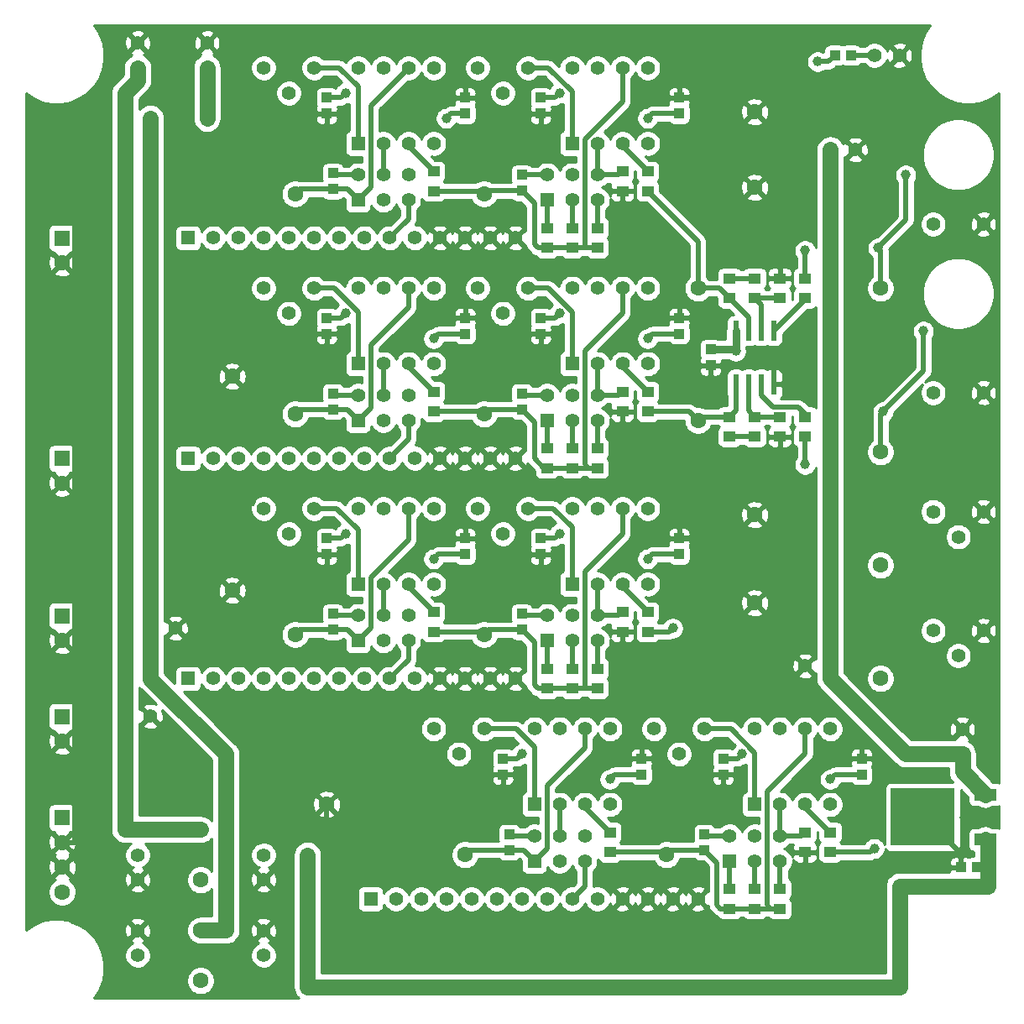
<source format=gbr>
%TF.GenerationSoftware,KiCad,Pcbnew,(5.1.12)-1*%
%TF.CreationDate,2022-11-09T13:16:59+09:00*%
%TF.ProjectId,2212_PHOTO_DIODE_PRE_AMP,32323132-5f50-4484-9f54-4f5f44494f44,0*%
%TF.SameCoordinates,Original*%
%TF.FileFunction,Copper,L1,Top*%
%TF.FilePolarity,Positive*%
%FSLAX46Y46*%
G04 Gerber Fmt 4.6, Leading zero omitted, Abs format (unit mm)*
G04 Created by KiCad (PCBNEW (5.1.12)-1) date 2022-11-09 13:16:59*
%MOMM*%
%LPD*%
G01*
G04 APERTURE LIST*
%TA.AperFunction,ComponentPad*%
%ADD10C,1.400000*%
%TD*%
%TA.AperFunction,SMDPad,CuDef*%
%ADD11R,1.000000X1.000000*%
%TD*%
%TA.AperFunction,ComponentPad*%
%ADD12C,1.600000*%
%TD*%
%TA.AperFunction,ComponentPad*%
%ADD13R,1.600000X1.600000*%
%TD*%
%TA.AperFunction,SMDPad,CuDef*%
%ADD14R,0.600000X2.000000*%
%TD*%
%TA.AperFunction,SMDPad,CuDef*%
%ADD15R,3.050000X2.750000*%
%TD*%
%TA.AperFunction,SMDPad,CuDef*%
%ADD16R,6.400000X5.800000*%
%TD*%
%TA.AperFunction,SMDPad,CuDef*%
%ADD17R,2.200000X1.200000*%
%TD*%
%TA.AperFunction,ComponentPad*%
%ADD18R,1.400000X1.400000*%
%TD*%
%TA.AperFunction,SMDPad,CuDef*%
%ADD19R,1.250000X1.000000*%
%TD*%
%TA.AperFunction,ViaPad*%
%ADD20C,1.000000*%
%TD*%
%TA.AperFunction,ViaPad*%
%ADD21C,1.400000*%
%TD*%
%TA.AperFunction,Conductor*%
%ADD22C,0.500000*%
%TD*%
%TA.AperFunction,Conductor*%
%ADD23C,1.600000*%
%TD*%
%TA.AperFunction,Conductor*%
%ADD24C,0.800000*%
%TD*%
%TA.AperFunction,Conductor*%
%ADD25C,0.254000*%
%TD*%
%TA.AperFunction,Conductor*%
%ADD26C,0.100000*%
%TD*%
G04 APERTURE END LIST*
D10*
%TO.P,C12,2*%
%TO.N,GND*%
X62230000Y-137140000D03*
%TO.P,C12,1*%
%TO.N,Net-(C12-Pad1)*%
X62230000Y-134640000D03*
%TD*%
%TO.P,C13,2*%
%TO.N,Net-(C13-Pad2)*%
X62230000Y-144760000D03*
%TO.P,C13,1*%
%TO.N,GND*%
X62230000Y-142260000D03*
%TD*%
%TO.P,C14,2*%
%TO.N,GND*%
X129560000Y-115570000D03*
%TO.P,C14,1*%
%TO.N,+5V*%
X132060000Y-115570000D03*
%TD*%
%TO.P,C15,2*%
%TO.N,GND*%
X74930000Y-137140000D03*
%TO.P,C15,1*%
%TO.N,+12V*%
X74930000Y-134640000D03*
%TD*%
%TO.P,C16,2*%
%TO.N,-12V*%
X74930000Y-144760000D03*
%TO.P,C16,1*%
%TO.N,GND*%
X74930000Y-142260000D03*
%TD*%
D11*
%TO.P,C17,2*%
%TO.N,+5V*%
X120015000Y-83655000D03*
%TO.P,C17,1*%
%TO.N,GND*%
X120015000Y-85255000D03*
%TD*%
%TO.P,C18,2*%
%TO.N,GND*%
X145250000Y-135890000D03*
%TO.P,C18,1*%
%TO.N,+12V*%
X146850000Y-135890000D03*
%TD*%
D10*
%TO.P,C19,2*%
%TO.N,GND*%
X134600000Y-63500000D03*
%TO.P,C19,1*%
%TO.N,+5V*%
X132100000Y-63500000D03*
%TD*%
%TO.P,C20,2*%
%TO.N,GND*%
X145415000Y-121940000D03*
%TO.P,C20,1*%
%TO.N,+5V*%
X145415000Y-124440000D03*
%TD*%
D11*
%TO.P,C21,2*%
%TO.N,GND*%
X116840000Y-58255000D03*
%TO.P,C21,1*%
%TO.N,-12V*%
X116840000Y-59855000D03*
%TD*%
%TO.P,C22,2*%
%TO.N,GND*%
X116840000Y-80480000D03*
%TO.P,C22,1*%
%TO.N,-12V*%
X116840000Y-82080000D03*
%TD*%
%TO.P,C23,2*%
%TO.N,+12V*%
X102870000Y-58255000D03*
%TO.P,C23,1*%
%TO.N,GND*%
X102870000Y-59855000D03*
%TD*%
%TO.P,C24,2*%
%TO.N,+12V*%
X102870000Y-80480000D03*
%TO.P,C24,1*%
%TO.N,GND*%
X102870000Y-82080000D03*
%TD*%
%TO.P,C25,2*%
%TO.N,Net-(C25-Pad2)*%
X100965000Y-66040000D03*
%TO.P,C25,1*%
%TO.N,Net-(C25-Pad1)*%
X100965000Y-67640000D03*
%TD*%
%TO.P,C26,2*%
%TO.N,Net-(C26-Pad2)*%
X100965000Y-88100000D03*
%TO.P,C26,1*%
%TO.N,Net-(C26-Pad1)*%
X100965000Y-89700000D03*
%TD*%
%TO.P,C27,2*%
%TO.N,GND*%
X95250000Y-58255000D03*
%TO.P,C27,1*%
%TO.N,-12V*%
X95250000Y-59855000D03*
%TD*%
%TO.P,C28,2*%
%TO.N,GND*%
X95250000Y-80480000D03*
%TO.P,C28,1*%
%TO.N,-12V*%
X95250000Y-82080000D03*
%TD*%
%TO.P,C29,2*%
%TO.N,+12V*%
X81280000Y-58255000D03*
%TO.P,C29,1*%
%TO.N,GND*%
X81280000Y-59855000D03*
%TD*%
%TO.P,C30,2*%
%TO.N,+12V*%
X81280000Y-80480000D03*
%TO.P,C30,1*%
%TO.N,GND*%
X81280000Y-82080000D03*
%TD*%
%TO.P,C31,2*%
%TO.N,Net-(C31-Pad2)*%
X81915000Y-65875000D03*
%TO.P,C31,1*%
%TO.N,/GAIN/GAIN_OUT1*%
X81915000Y-67475000D03*
%TD*%
%TO.P,C32,2*%
%TO.N,Net-(C32-Pad2)*%
X81915000Y-88100000D03*
%TO.P,C32,1*%
%TO.N,/GAIN/GAIN_OUT2*%
X81915000Y-89700000D03*
%TD*%
D10*
%TO.P,C33,2*%
%TO.N,GND*%
X62230000Y-52725000D03*
%TO.P,C33,1*%
%TO.N,+12V*%
X62230000Y-55225000D03*
%TD*%
%TO.P,C34,2*%
%TO.N,-12V*%
X69215000Y-55225000D03*
%TO.P,C34,1*%
%TO.N,GND*%
X69215000Y-52725000D03*
%TD*%
D11*
%TO.P,C35,2*%
%TO.N,GND*%
X116840000Y-102705000D03*
%TO.P,C35,1*%
%TO.N,-12V*%
X116840000Y-104305000D03*
%TD*%
%TO.P,C36,2*%
%TO.N,GND*%
X135255000Y-124930000D03*
%TO.P,C36,1*%
%TO.N,-12V*%
X135255000Y-126530000D03*
%TD*%
%TO.P,C37,2*%
%TO.N,+12V*%
X102870000Y-102705000D03*
%TO.P,C37,1*%
%TO.N,GND*%
X102870000Y-104305000D03*
%TD*%
%TO.P,C38,2*%
%TO.N,+12V*%
X121285000Y-124930000D03*
%TO.P,C38,1*%
%TO.N,GND*%
X121285000Y-126530000D03*
%TD*%
%TO.P,C39,2*%
%TO.N,Net-(C39-Pad2)*%
X100965000Y-110325000D03*
%TO.P,C39,1*%
%TO.N,Net-(C39-Pad1)*%
X100965000Y-111925000D03*
%TD*%
%TO.P,C40,2*%
%TO.N,Net-(C40-Pad2)*%
X119380000Y-132550000D03*
%TO.P,C40,1*%
%TO.N,Net-(C40-Pad1)*%
X119380000Y-134150000D03*
%TD*%
%TO.P,C41,2*%
%TO.N,GND*%
X95250000Y-102705000D03*
%TO.P,C41,1*%
%TO.N,-12V*%
X95250000Y-104305000D03*
%TD*%
%TO.P,C42,2*%
%TO.N,GND*%
X113030000Y-124930000D03*
%TO.P,C42,1*%
%TO.N,-12V*%
X113030000Y-126530000D03*
%TD*%
%TO.P,C43,2*%
%TO.N,+12V*%
X81280000Y-102705000D03*
%TO.P,C43,1*%
%TO.N,GND*%
X81280000Y-104305000D03*
%TD*%
%TO.P,C44,2*%
%TO.N,+12V*%
X99060000Y-124930000D03*
%TO.P,C44,1*%
%TO.N,GND*%
X99060000Y-126530000D03*
%TD*%
%TO.P,C45,2*%
%TO.N,Net-(C45-Pad2)*%
X81915000Y-110325000D03*
%TO.P,C45,1*%
%TO.N,/GAIN/GAIN_OUT3*%
X81915000Y-111925000D03*
%TD*%
%TO.P,C46,2*%
%TO.N,Net-(C46-Pad2)*%
X99695000Y-132550000D03*
%TO.P,C46,1*%
%TO.N,/GAIN/GAIN_OUT4*%
X99695000Y-134150000D03*
%TD*%
D10*
%TO.P,C47,2*%
%TO.N,GND*%
X63480000Y-120650000D03*
%TO.P,C47,1*%
%TO.N,+12V*%
X60980000Y-120650000D03*
%TD*%
%TO.P,C48,2*%
%TO.N,-12V*%
X63520000Y-111760000D03*
%TO.P,C48,1*%
%TO.N,GND*%
X66020000Y-111760000D03*
%TD*%
D12*
%TO.P,CN2,2*%
%TO.N,GND*%
X54610000Y-74910000D03*
D13*
%TO.P,CN2,1*%
%TO.N,/GAIN/GAIN_OUT1*%
X54610000Y-72410000D03*
%TD*%
D12*
%TO.P,CN3,2*%
%TO.N,GND*%
X54610000Y-97135000D03*
D13*
%TO.P,CN3,1*%
%TO.N,/GAIN/GAIN_OUT2*%
X54610000Y-94635000D03*
%TD*%
D12*
%TO.P,CN4,2*%
%TO.N,GND*%
X54610000Y-113010000D03*
D13*
%TO.P,CN4,1*%
%TO.N,/GAIN/GAIN_OUT3*%
X54610000Y-110510000D03*
%TD*%
D12*
%TO.P,CN5,2*%
%TO.N,GND*%
X54610000Y-123170000D03*
D13*
%TO.P,CN5,1*%
%TO.N,/GAIN/GAIN_OUT4*%
X54610000Y-120670000D03*
%TD*%
D14*
%TO.P,IC3,4*%
%TO.N,GND*%
X126365000Y-87155000D03*
%TO.P,IC3,5*%
%TO.N,Net-(IC3-Pad5)*%
X126365000Y-81755000D03*
%TO.P,IC3,3*%
%TO.N,Net-(IC3-Pad3)*%
X125095000Y-87155000D03*
%TO.P,IC3,6*%
%TO.N,Net-(IC3-Pad6)*%
X125095000Y-81755000D03*
%TO.P,IC3,2*%
%TO.N,Net-(IC3-Pad2)*%
X123825000Y-87155000D03*
%TO.P,IC3,7*%
%TO.N,/GAIN/GAIN_IN1*%
X123825000Y-81755000D03*
%TO.P,IC3,1*%
%TO.N,/GAIN/GAIN_IN2*%
X122555000Y-87155000D03*
%TO.P,IC3,8*%
%TO.N,+5V*%
X122555000Y-81755000D03*
%TD*%
D15*
%TO.P,IC4,2*%
%TO.N,GND*%
X143085000Y-129285000D03*
X139735000Y-132335000D03*
X143085000Y-132335000D03*
X139735000Y-129285000D03*
D16*
X141410000Y-130810000D03*
D17*
%TO.P,IC4,3*%
%TO.N,+5V*%
X147710000Y-128530000D03*
%TO.P,IC4,1*%
%TO.N,+12V*%
X147710000Y-133090000D03*
%TD*%
D10*
%TO.P,IC5,8*%
%TO.N,Net-(IC5-Pad8)*%
X106045000Y-55245000D03*
%TO.P,IC5,4*%
%TO.N,-12V*%
X113665000Y-62865000D03*
%TO.P,IC5,7*%
%TO.N,+12V*%
X108585000Y-55245000D03*
%TO.P,IC5,3*%
%TO.N,Net-(IC5-Pad3)*%
X111125000Y-62865000D03*
%TO.P,IC5,6*%
%TO.N,Net-(C25-Pad1)*%
X111125000Y-55245000D03*
%TO.P,IC5,2*%
%TO.N,Net-(C25-Pad2)*%
X108585000Y-62865000D03*
%TO.P,IC5,5*%
%TO.N,Net-(IC5-Pad5)*%
X113665000Y-55245000D03*
D18*
%TO.P,IC5,1*%
%TO.N,Net-(IC5-Pad1)*%
X106045000Y-62865000D03*
%TD*%
D10*
%TO.P,IC6,8*%
%TO.N,Net-(IC6-Pad8)*%
X106045000Y-77470000D03*
%TO.P,IC6,4*%
%TO.N,-12V*%
X113665000Y-85090000D03*
%TO.P,IC6,7*%
%TO.N,+12V*%
X108585000Y-77470000D03*
%TO.P,IC6,3*%
%TO.N,Net-(IC6-Pad3)*%
X111125000Y-85090000D03*
%TO.P,IC6,6*%
%TO.N,Net-(C26-Pad1)*%
X111125000Y-77470000D03*
%TO.P,IC6,2*%
%TO.N,Net-(C26-Pad2)*%
X108585000Y-85090000D03*
%TO.P,IC6,5*%
%TO.N,Net-(IC6-Pad5)*%
X113665000Y-77470000D03*
D18*
%TO.P,IC6,1*%
%TO.N,Net-(IC6-Pad1)*%
X106045000Y-85090000D03*
%TD*%
D10*
%TO.P,IC7,8*%
%TO.N,Net-(IC7-Pad8)*%
X84455000Y-55245000D03*
%TO.P,IC7,4*%
%TO.N,-12V*%
X92075000Y-62865000D03*
%TO.P,IC7,7*%
%TO.N,+12V*%
X86995000Y-55245000D03*
%TO.P,IC7,3*%
%TO.N,Net-(IC7-Pad3)*%
X89535000Y-62865000D03*
%TO.P,IC7,6*%
%TO.N,/GAIN/GAIN_OUT1*%
X89535000Y-55245000D03*
%TO.P,IC7,2*%
%TO.N,Net-(C31-Pad2)*%
X86995000Y-62865000D03*
%TO.P,IC7,5*%
%TO.N,Net-(IC7-Pad5)*%
X92075000Y-55245000D03*
D18*
%TO.P,IC7,1*%
%TO.N,Net-(IC7-Pad1)*%
X84455000Y-62865000D03*
%TD*%
D10*
%TO.P,IC8,8*%
%TO.N,Net-(IC8-Pad8)*%
X84455000Y-77470000D03*
%TO.P,IC8,4*%
%TO.N,-12V*%
X92075000Y-85090000D03*
%TO.P,IC8,7*%
%TO.N,+12V*%
X86995000Y-77470000D03*
%TO.P,IC8,3*%
%TO.N,Net-(IC8-Pad3)*%
X89535000Y-85090000D03*
%TO.P,IC8,6*%
%TO.N,/GAIN/GAIN_OUT2*%
X89535000Y-77470000D03*
%TO.P,IC8,2*%
%TO.N,Net-(C32-Pad2)*%
X86995000Y-85090000D03*
%TO.P,IC8,5*%
%TO.N,Net-(IC8-Pad5)*%
X92075000Y-77470000D03*
D18*
%TO.P,IC8,1*%
%TO.N,Net-(IC8-Pad1)*%
X84455000Y-85090000D03*
%TD*%
D10*
%TO.P,IC9,8*%
%TO.N,Net-(IC9-Pad8)*%
X106045000Y-99695000D03*
%TO.P,IC9,4*%
%TO.N,-12V*%
X113665000Y-107315000D03*
%TO.P,IC9,7*%
%TO.N,+12V*%
X108585000Y-99695000D03*
%TO.P,IC9,3*%
%TO.N,Net-(IC9-Pad3)*%
X111125000Y-107315000D03*
%TO.P,IC9,6*%
%TO.N,Net-(C39-Pad1)*%
X111125000Y-99695000D03*
%TO.P,IC9,2*%
%TO.N,Net-(C39-Pad2)*%
X108585000Y-107315000D03*
%TO.P,IC9,5*%
%TO.N,Net-(IC9-Pad5)*%
X113665000Y-99695000D03*
D18*
%TO.P,IC9,1*%
%TO.N,Net-(IC9-Pad1)*%
X106045000Y-107315000D03*
%TD*%
D10*
%TO.P,IC10,8*%
%TO.N,Net-(IC10-Pad8)*%
X124460000Y-121920000D03*
%TO.P,IC10,4*%
%TO.N,-12V*%
X132080000Y-129540000D03*
%TO.P,IC10,7*%
%TO.N,+12V*%
X127000000Y-121920000D03*
%TO.P,IC10,3*%
%TO.N,Net-(IC10-Pad3)*%
X129540000Y-129540000D03*
%TO.P,IC10,6*%
%TO.N,Net-(C40-Pad1)*%
X129540000Y-121920000D03*
%TO.P,IC10,2*%
%TO.N,Net-(C40-Pad2)*%
X127000000Y-129540000D03*
%TO.P,IC10,5*%
%TO.N,Net-(IC10-Pad5)*%
X132080000Y-121920000D03*
D18*
%TO.P,IC10,1*%
%TO.N,Net-(IC10-Pad1)*%
X124460000Y-129540000D03*
%TD*%
D10*
%TO.P,IC11,8*%
%TO.N,Net-(IC11-Pad8)*%
X84455000Y-99695000D03*
%TO.P,IC11,4*%
%TO.N,-12V*%
X92075000Y-107315000D03*
%TO.P,IC11,7*%
%TO.N,+12V*%
X86995000Y-99695000D03*
%TO.P,IC11,3*%
%TO.N,Net-(IC11-Pad3)*%
X89535000Y-107315000D03*
%TO.P,IC11,6*%
%TO.N,/GAIN/GAIN_OUT3*%
X89535000Y-99695000D03*
%TO.P,IC11,2*%
%TO.N,Net-(C45-Pad2)*%
X86995000Y-107315000D03*
%TO.P,IC11,5*%
%TO.N,Net-(IC11-Pad5)*%
X92075000Y-99695000D03*
D18*
%TO.P,IC11,1*%
%TO.N,Net-(IC11-Pad1)*%
X84455000Y-107315000D03*
%TD*%
D10*
%TO.P,IC12,8*%
%TO.N,Net-(IC12-Pad8)*%
X102235000Y-121920000D03*
%TO.P,IC12,4*%
%TO.N,-12V*%
X109855000Y-129540000D03*
%TO.P,IC12,7*%
%TO.N,+12V*%
X104775000Y-121920000D03*
%TO.P,IC12,3*%
%TO.N,Net-(IC12-Pad3)*%
X107315000Y-129540000D03*
%TO.P,IC12,6*%
%TO.N,/GAIN/GAIN_OUT4*%
X107315000Y-121920000D03*
%TO.P,IC12,2*%
%TO.N,Net-(C46-Pad2)*%
X104775000Y-129540000D03*
%TO.P,IC12,5*%
%TO.N,Net-(IC12-Pad5)*%
X109855000Y-121920000D03*
D18*
%TO.P,IC12,1*%
%TO.N,Net-(IC12-Pad1)*%
X102235000Y-129540000D03*
%TD*%
D10*
%TO.P,JP1,6*%
%TO.N,Net-(C25-Pad2)*%
X103505000Y-66040000D03*
%TO.P,JP1,5*%
X106045000Y-66040000D03*
%TO.P,JP1,4*%
X108585000Y-66040000D03*
%TO.P,JP1,3*%
%TO.N,Net-(JP1-Pad3)*%
X108585000Y-68580000D03*
%TO.P,JP1,2*%
%TO.N,Net-(JP1-Pad2)*%
X106045000Y-68580000D03*
D18*
%TO.P,JP1,1*%
%TO.N,Net-(JP1-Pad1)*%
X103505000Y-68580000D03*
%TD*%
D10*
%TO.P,JP2,6*%
%TO.N,Net-(C26-Pad2)*%
X103505000Y-88265000D03*
%TO.P,JP2,5*%
X106045000Y-88265000D03*
%TO.P,JP2,4*%
X108585000Y-88265000D03*
%TO.P,JP2,3*%
%TO.N,Net-(JP2-Pad3)*%
X108585000Y-90805000D03*
%TO.P,JP2,2*%
%TO.N,Net-(JP2-Pad2)*%
X106045000Y-90805000D03*
D18*
%TO.P,JP2,1*%
%TO.N,Net-(JP2-Pad1)*%
X103505000Y-90805000D03*
%TD*%
D10*
%TO.P,JP3,6*%
%TO.N,Net-(C31-Pad2)*%
X84455000Y-66040000D03*
%TO.P,JP3,5*%
X86995000Y-66040000D03*
%TO.P,JP3,4*%
X89535000Y-66040000D03*
%TO.P,JP3,3*%
%TO.N,Net-(JP3-Pad3)*%
X89535000Y-68580000D03*
%TO.P,JP3,2*%
%TO.N,Net-(JP3-Pad2)*%
X86995000Y-68580000D03*
D18*
%TO.P,JP3,1*%
%TO.N,/GAIN/GAIN_OUT1*%
X84455000Y-68580000D03*
%TD*%
D10*
%TO.P,JP4,6*%
%TO.N,Net-(C32-Pad2)*%
X84455000Y-88265000D03*
%TO.P,JP4,5*%
X86995000Y-88265000D03*
%TO.P,JP4,4*%
X89535000Y-88265000D03*
%TO.P,JP4,3*%
%TO.N,Net-(JP4-Pad3)*%
X89535000Y-90805000D03*
%TO.P,JP4,2*%
%TO.N,Net-(JP4-Pad2)*%
X86995000Y-90805000D03*
D18*
%TO.P,JP4,1*%
%TO.N,/GAIN/GAIN_OUT2*%
X84455000Y-90805000D03*
%TD*%
D10*
%TO.P,JP5,6*%
%TO.N,Net-(C39-Pad2)*%
X103505000Y-110490000D03*
%TO.P,JP5,5*%
X106045000Y-110490000D03*
%TO.P,JP5,4*%
X108585000Y-110490000D03*
%TO.P,JP5,3*%
%TO.N,Net-(JP5-Pad3)*%
X108585000Y-113030000D03*
%TO.P,JP5,2*%
%TO.N,Net-(JP5-Pad2)*%
X106045000Y-113030000D03*
D18*
%TO.P,JP5,1*%
%TO.N,Net-(JP5-Pad1)*%
X103505000Y-113030000D03*
%TD*%
D10*
%TO.P,JP6,6*%
%TO.N,Net-(C40-Pad2)*%
X121920000Y-132715000D03*
%TO.P,JP6,5*%
X124460000Y-132715000D03*
%TO.P,JP6,4*%
X127000000Y-132715000D03*
%TO.P,JP6,3*%
%TO.N,Net-(JP6-Pad3)*%
X127000000Y-135255000D03*
%TO.P,JP6,2*%
%TO.N,Net-(JP6-Pad2)*%
X124460000Y-135255000D03*
D18*
%TO.P,JP6,1*%
%TO.N,Net-(JP6-Pad1)*%
X121920000Y-135255000D03*
%TD*%
D10*
%TO.P,JP7,6*%
%TO.N,Net-(C45-Pad2)*%
X84455000Y-110490000D03*
%TO.P,JP7,5*%
X86995000Y-110490000D03*
%TO.P,JP7,4*%
X89535000Y-110490000D03*
%TO.P,JP7,3*%
%TO.N,Net-(JP7-Pad3)*%
X89535000Y-113030000D03*
%TO.P,JP7,2*%
%TO.N,Net-(JP7-Pad2)*%
X86995000Y-113030000D03*
D18*
%TO.P,JP7,1*%
%TO.N,/GAIN/GAIN_OUT3*%
X84455000Y-113030000D03*
%TD*%
D10*
%TO.P,JP8,6*%
%TO.N,Net-(C46-Pad2)*%
X102235000Y-132715000D03*
%TO.P,JP8,5*%
X104775000Y-132715000D03*
%TO.P,JP8,4*%
X107315000Y-132715000D03*
%TO.P,JP8,3*%
%TO.N,Net-(JP8-Pad3)*%
X107315000Y-135255000D03*
%TO.P,JP8,2*%
%TO.N,Net-(JP8-Pad2)*%
X104775000Y-135255000D03*
D18*
%TO.P,JP8,1*%
%TO.N,/GAIN/GAIN_OUT4*%
X102235000Y-135255000D03*
%TD*%
D12*
%TO.P,L1,2*%
%TO.N,+12V*%
X68580000Y-132080000D03*
%TO.P,L1,1*%
%TO.N,Net-(C12-Pad1)*%
X68580000Y-137160000D03*
%TD*%
%TO.P,L2,2*%
%TO.N,Net-(C13-Pad2)*%
X68580000Y-147320000D03*
%TO.P,L2,1*%
%TO.N,-12V*%
X68580000Y-142240000D03*
%TD*%
D10*
%TO.P,LED1,2*%
%TO.N,GND*%
X139065000Y-53975000D03*
%TO.P,LED1,1*%
%TO.N,Net-(LED1-Pad1)*%
X136525000Y-53975000D03*
%TD*%
%TO.P,PD1,2*%
%TO.N,Net-(C2-Pad1)*%
X142460000Y-71000000D03*
%TO.P,PD1,1*%
%TO.N,GND*%
X147540000Y-71000000D03*
%TD*%
%TO.P,PD2,2*%
%TO.N,Net-(C3-Pad1)*%
X142460000Y-88000000D03*
%TO.P,PD2,1*%
%TO.N,GND*%
X147540000Y-88000000D03*
%TD*%
%TO.P,PD3,3*%
%TO.N,GND*%
X147540000Y-100000000D03*
%TO.P,PD3,2*%
%TO.N,/GAIN/GAIN_IN3*%
X145000000Y-102540000D03*
%TO.P,PD3,1*%
%TO.N,+5V*%
X142460000Y-100000000D03*
%TD*%
%TO.P,PD4,3*%
%TO.N,GND*%
X147540000Y-112000000D03*
%TO.P,PD4,2*%
%TO.N,/GAIN/GAIN_IN4*%
X145000000Y-114540000D03*
%TO.P,PD4,1*%
%TO.N,+5V*%
X142460000Y-112000000D03*
%TD*%
D19*
%TO.P,R5,2*%
%TO.N,GND*%
X127000000Y-76470000D03*
%TO.P,R5,1*%
%TO.N,Net-(IC3-Pad6)*%
X127000000Y-78470000D03*
%TD*%
%TO.P,R6,2*%
%TO.N,GND*%
X127000000Y-92440000D03*
%TO.P,R6,1*%
%TO.N,Net-(IC3-Pad2)*%
X127000000Y-90440000D03*
%TD*%
%TO.P,R7,2*%
%TO.N,Net-(R7-Pad2)*%
X124460000Y-76470000D03*
%TO.P,R7,1*%
%TO.N,Net-(IC3-Pad6)*%
X124460000Y-78470000D03*
%TD*%
%TO.P,R8,2*%
%TO.N,Net-(R10-Pad1)*%
X124460000Y-92440000D03*
%TO.P,R8,1*%
%TO.N,Net-(IC3-Pad2)*%
X124460000Y-90440000D03*
%TD*%
%TO.P,R9,2*%
%TO.N,/GAIN/GAIN_IN1*%
X121920000Y-78470000D03*
%TO.P,R9,1*%
%TO.N,Net-(R7-Pad2)*%
X121920000Y-76470000D03*
%TD*%
%TO.P,R10,2*%
%TO.N,/GAIN/GAIN_IN2*%
X121920000Y-90440000D03*
%TO.P,R10,1*%
%TO.N,Net-(R10-Pad1)*%
X121920000Y-92440000D03*
%TD*%
D11*
%TO.P,R11,2*%
%TO.N,Net-(LED1-Pad1)*%
X134150000Y-53975000D03*
%TO.P,R11,1*%
%TO.N,+5V*%
X132550000Y-53975000D03*
%TD*%
D19*
%TO.P,R12,2*%
%TO.N,GND*%
X111125000Y-67675000D03*
%TO.P,R12,1*%
%TO.N,Net-(C25-Pad2)*%
X111125000Y-65675000D03*
%TD*%
%TO.P,R13,2*%
%TO.N,GND*%
X111125000Y-89900000D03*
%TO.P,R13,1*%
%TO.N,Net-(C26-Pad2)*%
X111125000Y-87900000D03*
%TD*%
%TO.P,R14,2*%
%TO.N,/GAIN/GAIN_IN1*%
X113665000Y-67675000D03*
%TO.P,R14,1*%
%TO.N,Net-(IC5-Pad3)*%
X113665000Y-65675000D03*
%TD*%
%TO.P,R15,2*%
%TO.N,/GAIN/GAIN_IN2*%
X113665000Y-89900000D03*
%TO.P,R15,1*%
%TO.N,Net-(IC6-Pad3)*%
X113665000Y-87900000D03*
%TD*%
%TO.P,R16,2*%
%TO.N,Net-(C25-Pad1)*%
X103505000Y-73390000D03*
%TO.P,R16,1*%
%TO.N,Net-(JP1-Pad1)*%
X103505000Y-71390000D03*
%TD*%
%TO.P,R17,2*%
%TO.N,Net-(C25-Pad1)*%
X106045000Y-73390000D03*
%TO.P,R17,1*%
%TO.N,Net-(JP1-Pad2)*%
X106045000Y-71390000D03*
%TD*%
%TO.P,R18,2*%
%TO.N,Net-(C25-Pad1)*%
X108585000Y-73390000D03*
%TO.P,R18,1*%
%TO.N,Net-(JP1-Pad3)*%
X108585000Y-71390000D03*
%TD*%
%TO.P,R19,2*%
%TO.N,Net-(C26-Pad1)*%
X103505000Y-95615000D03*
%TO.P,R19,1*%
%TO.N,Net-(JP2-Pad1)*%
X103505000Y-93615000D03*
%TD*%
%TO.P,R20,2*%
%TO.N,Net-(C26-Pad1)*%
X106045000Y-95615000D03*
%TO.P,R20,1*%
%TO.N,Net-(JP2-Pad2)*%
X106045000Y-93615000D03*
%TD*%
%TO.P,R21,2*%
%TO.N,Net-(C26-Pad1)*%
X108585000Y-95615000D03*
%TO.P,R21,1*%
%TO.N,Net-(JP2-Pad3)*%
X108585000Y-93615000D03*
%TD*%
%TO.P,R22,2*%
%TO.N,Net-(C25-Pad1)*%
X92075000Y-67675000D03*
%TO.P,R22,1*%
%TO.N,Net-(IC7-Pad3)*%
X92075000Y-65675000D03*
%TD*%
%TO.P,R23,2*%
%TO.N,Net-(C26-Pad1)*%
X92075000Y-89900000D03*
%TO.P,R23,1*%
%TO.N,Net-(IC8-Pad3)*%
X92075000Y-87900000D03*
%TD*%
%TO.P,R24,2*%
%TO.N,GND*%
X111125000Y-112125000D03*
%TO.P,R24,1*%
%TO.N,Net-(C39-Pad2)*%
X111125000Y-110125000D03*
%TD*%
%TO.P,R25,2*%
%TO.N,GND*%
X129540000Y-134350000D03*
%TO.P,R25,1*%
%TO.N,Net-(C40-Pad2)*%
X129540000Y-132350000D03*
%TD*%
%TO.P,R26,2*%
%TO.N,/GAIN/GAIN_IN3*%
X113665000Y-112125000D03*
%TO.P,R26,1*%
%TO.N,Net-(IC9-Pad3)*%
X113665000Y-110125000D03*
%TD*%
%TO.P,R27,2*%
%TO.N,/GAIN/GAIN_IN4*%
X132080000Y-134350000D03*
%TO.P,R27,1*%
%TO.N,Net-(IC10-Pad3)*%
X132080000Y-132350000D03*
%TD*%
%TO.P,R28,2*%
%TO.N,Net-(C39-Pad1)*%
X103505000Y-117840000D03*
%TO.P,R28,1*%
%TO.N,Net-(JP5-Pad1)*%
X103505000Y-115840000D03*
%TD*%
%TO.P,R29,2*%
%TO.N,Net-(C39-Pad1)*%
X106045000Y-117840000D03*
%TO.P,R29,1*%
%TO.N,Net-(JP5-Pad2)*%
X106045000Y-115840000D03*
%TD*%
%TO.P,R30,2*%
%TO.N,Net-(C39-Pad1)*%
X108585000Y-117840000D03*
%TO.P,R30,1*%
%TO.N,Net-(JP5-Pad3)*%
X108585000Y-115840000D03*
%TD*%
%TO.P,R31,2*%
%TO.N,Net-(C40-Pad1)*%
X121920000Y-140065000D03*
%TO.P,R31,1*%
%TO.N,Net-(JP6-Pad1)*%
X121920000Y-138065000D03*
%TD*%
%TO.P,R32,2*%
%TO.N,Net-(C40-Pad1)*%
X124460000Y-140065000D03*
%TO.P,R32,1*%
%TO.N,Net-(JP6-Pad2)*%
X124460000Y-138065000D03*
%TD*%
%TO.P,R33,2*%
%TO.N,Net-(C40-Pad1)*%
X127000000Y-140065000D03*
%TO.P,R33,1*%
%TO.N,Net-(JP6-Pad3)*%
X127000000Y-138065000D03*
%TD*%
%TO.P,R34,2*%
%TO.N,Net-(C39-Pad1)*%
X92075000Y-112125000D03*
%TO.P,R34,1*%
%TO.N,Net-(IC11-Pad3)*%
X92075000Y-110125000D03*
%TD*%
%TO.P,R35,2*%
%TO.N,Net-(C40-Pad1)*%
X109855000Y-134350000D03*
%TO.P,R35,1*%
%TO.N,Net-(IC12-Pad3)*%
X109855000Y-132350000D03*
%TD*%
D10*
%TO.P,RA1,14*%
%TO.N,GND*%
X100330000Y-72390000D03*
%TO.P,RA1,13*%
X97790000Y-72390000D03*
%TO.P,RA1,12*%
X95250000Y-72390000D03*
%TO.P,RA1,11*%
X92710000Y-72390000D03*
%TO.P,RA1,10*%
%TO.N,Net-(RA1-Pad10)*%
X90170000Y-72390000D03*
%TO.P,RA1,9*%
%TO.N,Net-(JP3-Pad3)*%
X87630000Y-72390000D03*
%TO.P,RA1,8*%
%TO.N,Net-(RA1-Pad8)*%
X85090000Y-72390000D03*
%TO.P,RA1,7*%
%TO.N,Net-(RA1-Pad7)*%
X82550000Y-72390000D03*
%TO.P,RA1,6*%
%TO.N,Net-(JP3-Pad2)*%
X80010000Y-72390000D03*
%TO.P,RA1,5*%
%TO.N,Net-(RA1-Pad5)*%
X77470000Y-72390000D03*
%TO.P,RA1,4*%
%TO.N,Net-(RA1-Pad4)*%
X74930000Y-72390000D03*
%TO.P,RA1,3*%
%TO.N,Net-(RA1-Pad3)*%
X72390000Y-72390000D03*
%TO.P,RA1,2*%
%TO.N,Net-(RA1-Pad2)*%
X69850000Y-72390000D03*
D18*
%TO.P,RA1,1*%
%TO.N,/GAIN/GAIN_OUT1*%
X67310000Y-72390000D03*
%TD*%
D10*
%TO.P,RA2,14*%
%TO.N,GND*%
X100330000Y-94615000D03*
%TO.P,RA2,13*%
X97790000Y-94615000D03*
%TO.P,RA2,12*%
X95250000Y-94615000D03*
%TO.P,RA2,11*%
X92710000Y-94615000D03*
%TO.P,RA2,10*%
%TO.N,Net-(RA2-Pad10)*%
X90170000Y-94615000D03*
%TO.P,RA2,9*%
%TO.N,Net-(JP4-Pad3)*%
X87630000Y-94615000D03*
%TO.P,RA2,8*%
%TO.N,Net-(RA2-Pad8)*%
X85090000Y-94615000D03*
%TO.P,RA2,7*%
%TO.N,Net-(RA2-Pad7)*%
X82550000Y-94615000D03*
%TO.P,RA2,6*%
%TO.N,Net-(JP4-Pad2)*%
X80010000Y-94615000D03*
%TO.P,RA2,5*%
%TO.N,Net-(RA2-Pad5)*%
X77470000Y-94615000D03*
%TO.P,RA2,4*%
%TO.N,Net-(RA2-Pad4)*%
X74930000Y-94615000D03*
%TO.P,RA2,3*%
%TO.N,Net-(RA2-Pad3)*%
X72390000Y-94615000D03*
%TO.P,RA2,2*%
%TO.N,Net-(RA2-Pad2)*%
X69850000Y-94615000D03*
D18*
%TO.P,RA2,1*%
%TO.N,/GAIN/GAIN_OUT2*%
X67310000Y-94615000D03*
%TD*%
D10*
%TO.P,RA3,14*%
%TO.N,GND*%
X100330000Y-116840000D03*
%TO.P,RA3,13*%
X97790000Y-116840000D03*
%TO.P,RA3,12*%
X95250000Y-116840000D03*
%TO.P,RA3,11*%
X92710000Y-116840000D03*
%TO.P,RA3,10*%
%TO.N,Net-(RA3-Pad10)*%
X90170000Y-116840000D03*
%TO.P,RA3,9*%
%TO.N,Net-(JP7-Pad3)*%
X87630000Y-116840000D03*
%TO.P,RA3,8*%
%TO.N,Net-(RA3-Pad8)*%
X85090000Y-116840000D03*
%TO.P,RA3,7*%
%TO.N,Net-(RA3-Pad7)*%
X82550000Y-116840000D03*
%TO.P,RA3,6*%
%TO.N,Net-(JP7-Pad2)*%
X80010000Y-116840000D03*
%TO.P,RA3,5*%
%TO.N,Net-(RA3-Pad5)*%
X77470000Y-116840000D03*
%TO.P,RA3,4*%
%TO.N,Net-(RA3-Pad4)*%
X74930000Y-116840000D03*
%TO.P,RA3,3*%
%TO.N,Net-(RA3-Pad3)*%
X72390000Y-116840000D03*
%TO.P,RA3,2*%
%TO.N,Net-(RA3-Pad2)*%
X69850000Y-116840000D03*
D18*
%TO.P,RA3,1*%
%TO.N,/GAIN/GAIN_OUT3*%
X67310000Y-116840000D03*
%TD*%
D10*
%TO.P,RA4,14*%
%TO.N,GND*%
X118745000Y-139065000D03*
%TO.P,RA4,13*%
X116205000Y-139065000D03*
%TO.P,RA4,12*%
X113665000Y-139065000D03*
%TO.P,RA4,11*%
X111125000Y-139065000D03*
%TO.P,RA4,10*%
%TO.N,Net-(RA4-Pad10)*%
X108585000Y-139065000D03*
%TO.P,RA4,9*%
%TO.N,Net-(JP8-Pad3)*%
X106045000Y-139065000D03*
%TO.P,RA4,8*%
%TO.N,Net-(RA4-Pad8)*%
X103505000Y-139065000D03*
%TO.P,RA4,7*%
%TO.N,Net-(RA4-Pad7)*%
X100965000Y-139065000D03*
%TO.P,RA4,6*%
%TO.N,Net-(JP8-Pad2)*%
X98425000Y-139065000D03*
%TO.P,RA4,5*%
%TO.N,Net-(RA4-Pad5)*%
X95885000Y-139065000D03*
%TO.P,RA4,4*%
%TO.N,Net-(RA4-Pad4)*%
X93345000Y-139065000D03*
%TO.P,RA4,3*%
%TO.N,Net-(RA4-Pad3)*%
X90805000Y-139065000D03*
%TO.P,RA4,2*%
%TO.N,Net-(RA4-Pad2)*%
X88265000Y-139065000D03*
D18*
%TO.P,RA4,1*%
%TO.N,/GAIN/GAIN_OUT4*%
X85725000Y-139065000D03*
%TD*%
D12*
%TO.P,TP1,1*%
%TO.N,Net-(C8-Pad1)*%
X137160000Y-77470000D03*
%TD*%
%TO.P,TP2,1*%
%TO.N,Net-(C9-Pad1)*%
X137160000Y-93980000D03*
%TD*%
%TO.P,TP3,1*%
%TO.N,/GAIN/GAIN_IN3*%
X137160000Y-105410000D03*
%TD*%
%TO.P,TP4,1*%
%TO.N,/GAIN/GAIN_IN4*%
X137160000Y-116840000D03*
%TD*%
%TO.P,TP5,1*%
%TO.N,GND*%
X124460000Y-100330000D03*
%TD*%
%TO.P,TP6,1*%
%TO.N,/GAIN/GAIN_IN1*%
X118745000Y-77470000D03*
%TD*%
%TO.P,TP7,1*%
%TO.N,/GAIN/GAIN_IN2*%
X118745000Y-90805000D03*
%TD*%
%TO.P,TP8,1*%
%TO.N,+12V*%
X60960000Y-129540000D03*
%TD*%
%TO.P,TP9,1*%
%TO.N,-12V*%
X71120000Y-127000000D03*
%TD*%
%TO.P,TP10,1*%
%TO.N,GND*%
X81280000Y-129540000D03*
%TD*%
%TO.P,TP11,1*%
%TO.N,Net-(C25-Pad1)*%
X97155000Y-67945000D03*
%TD*%
%TO.P,TP12,1*%
%TO.N,Net-(C26-Pad1)*%
X97155000Y-90170000D03*
%TD*%
%TO.P,TP13,1*%
%TO.N,/GAIN/GAIN_OUT1*%
X78105000Y-67945000D03*
%TD*%
%TO.P,TP14,1*%
%TO.N,/GAIN/GAIN_OUT2*%
X78105000Y-90170000D03*
%TD*%
%TO.P,TP15,1*%
%TO.N,GND*%
X71755000Y-86360000D03*
%TD*%
%TO.P,TP16,1*%
%TO.N,Net-(C39-Pad1)*%
X97155000Y-112395000D03*
%TD*%
%TO.P,TP17,1*%
%TO.N,Net-(C40-Pad1)*%
X115570000Y-134620000D03*
%TD*%
%TO.P,TP18,1*%
%TO.N,/GAIN/GAIN_OUT3*%
X78105000Y-112395000D03*
%TD*%
%TO.P,TP19,1*%
%TO.N,/GAIN/GAIN_OUT4*%
X95250000Y-134620000D03*
%TD*%
%TO.P,TP20,1*%
%TO.N,GND*%
X71755000Y-107950000D03*
%TD*%
D10*
%TO.P,VR1,2*%
%TO.N,+12V*%
X99060000Y-57785000D03*
%TO.P,VR1,3*%
%TO.N,Net-(IC5-Pad8)*%
X96520000Y-55245000D03*
%TO.P,VR1,1*%
%TO.N,Net-(IC5-Pad1)*%
X101600000Y-55245000D03*
%TD*%
%TO.P,VR2,2*%
%TO.N,+12V*%
X99060000Y-80010000D03*
%TO.P,VR2,3*%
%TO.N,Net-(IC6-Pad8)*%
X96520000Y-77470000D03*
%TO.P,VR2,1*%
%TO.N,Net-(IC6-Pad1)*%
X101600000Y-77470000D03*
%TD*%
%TO.P,VR3,2*%
%TO.N,+12V*%
X77470000Y-57785000D03*
%TO.P,VR3,3*%
%TO.N,Net-(IC7-Pad8)*%
X74930000Y-55245000D03*
%TO.P,VR3,1*%
%TO.N,Net-(IC7-Pad1)*%
X80010000Y-55245000D03*
%TD*%
%TO.P,VR4,2*%
%TO.N,+12V*%
X77470000Y-80010000D03*
%TO.P,VR4,3*%
%TO.N,Net-(IC8-Pad8)*%
X74930000Y-77470000D03*
%TO.P,VR4,1*%
%TO.N,Net-(IC8-Pad1)*%
X80010000Y-77470000D03*
%TD*%
%TO.P,VR5,2*%
%TO.N,+12V*%
X99060000Y-102235000D03*
%TO.P,VR5,3*%
%TO.N,Net-(IC9-Pad8)*%
X96520000Y-99695000D03*
%TO.P,VR5,1*%
%TO.N,Net-(IC9-Pad1)*%
X101600000Y-99695000D03*
%TD*%
%TO.P,VR6,2*%
%TO.N,+12V*%
X116840000Y-124460000D03*
%TO.P,VR6,3*%
%TO.N,Net-(IC10-Pad8)*%
X114300000Y-121920000D03*
%TO.P,VR6,1*%
%TO.N,Net-(IC10-Pad1)*%
X119380000Y-121920000D03*
%TD*%
%TO.P,VR7,2*%
%TO.N,+12V*%
X77470000Y-102235000D03*
%TO.P,VR7,3*%
%TO.N,Net-(IC11-Pad8)*%
X74930000Y-99695000D03*
%TO.P,VR7,1*%
%TO.N,Net-(IC11-Pad1)*%
X80010000Y-99695000D03*
%TD*%
%TO.P,VR8,2*%
%TO.N,+12V*%
X94615000Y-124460000D03*
%TO.P,VR8,3*%
%TO.N,Net-(IC12-Pad8)*%
X92075000Y-121920000D03*
%TO.P,VR8,1*%
%TO.N,Net-(IC12-Pad1)*%
X97155000Y-121920000D03*
%TD*%
D19*
%TO.P,R36,2*%
%TO.N,Net-(IC3-Pad5)*%
X129540000Y-78470000D03*
%TO.P,R36,1*%
%TO.N,Net-(C8-Pad1)*%
X129540000Y-76470000D03*
%TD*%
%TO.P,R37,2*%
%TO.N,Net-(IC3-Pad3)*%
X129540000Y-90440000D03*
%TO.P,R37,1*%
%TO.N,Net-(C9-Pad1)*%
X129540000Y-92440000D03*
%TD*%
D13*
%TO.P,CN1,1*%
%TO.N,Net-(C12-Pad1)*%
X54610000Y-130870000D03*
D12*
%TO.P,CN1,2*%
%TO.N,GND*%
X54610000Y-133370000D03*
%TO.P,CN1,3*%
X54610000Y-135870000D03*
%TO.P,CN1,4*%
%TO.N,Net-(C13-Pad2)*%
X54610000Y-138370000D03*
%TD*%
%TO.P,TP21,1*%
%TO.N,GND*%
X124460000Y-59690000D03*
%TD*%
%TO.P,TP22,1*%
%TO.N,GND*%
X124460000Y-67310000D03*
%TD*%
%TO.P,TP23,1*%
%TO.N,GND*%
X124460000Y-109220000D03*
%TD*%
D20*
%TO.N,GND*%
X119380000Y-55880000D03*
X127000000Y-55880000D03*
X127000000Y-63500000D03*
X119380000Y-63500000D03*
X119380000Y-71120000D03*
X127000000Y-71120000D03*
X119380000Y-96520000D03*
X119380000Y-104140000D03*
X127000000Y-96520000D03*
X127000000Y-104140000D03*
X119380000Y-111760000D03*
X127000000Y-111760000D03*
X119380000Y-119380000D03*
X127000000Y-119380000D03*
X55880000Y-60960000D03*
X55880000Y-68580000D03*
X55880000Y-78740000D03*
X55880000Y-86360000D03*
X55880000Y-104140000D03*
X55880000Y-116840000D03*
X55880000Y-127000000D03*
X66040000Y-63500000D03*
X66040000Y-68580000D03*
X73660000Y-68580000D03*
X73660000Y-63500000D03*
X66040000Y-76200000D03*
X73660000Y-76200000D03*
X66040000Y-88900000D03*
X73660000Y-88900000D03*
X66040000Y-99060000D03*
X73660000Y-99060000D03*
X82550000Y-140970000D03*
X82550000Y-146050000D03*
X91440000Y-146050000D03*
X91440000Y-140970000D03*
X100330000Y-140970000D03*
X100330000Y-146050000D03*
X109220000Y-146050000D03*
X109220000Y-140970000D03*
X116840000Y-140970000D03*
X116840000Y-146050000D03*
X124460000Y-146050000D03*
X132080000Y-146050000D03*
X132080000Y-140970000D03*
D21*
%TO.N,+5V*%
X132080000Y-83566000D03*
X132080000Y-67818000D03*
X132080000Y-100076000D03*
X132080000Y-112014000D03*
D20*
X122555000Y-83820000D03*
X130810000Y-54610000D03*
%TO.N,Net-(C8-Pad1)*%
X136906000Y-73406000D03*
X139700000Y-66040000D03*
X129540000Y-73660000D03*
%TO.N,Net-(C9-Pad1)*%
X137414000Y-89916000D03*
X141478000Y-81788000D03*
X129540000Y-95250000D03*
%TO.N,+12V*%
X83185000Y-57785000D03*
X104775000Y-57785000D03*
D21*
X60960000Y-57785000D03*
X60960000Y-80010000D03*
X79355000Y-134640000D03*
X60960000Y-102235000D03*
X60960000Y-124460000D03*
D20*
X100965000Y-124460000D03*
X123190000Y-124460000D03*
X104775000Y-102235000D03*
X83185000Y-102235000D03*
X104775000Y-80010000D03*
X83185000Y-80010000D03*
%TO.N,-12V*%
X93345000Y-60325000D03*
X113665000Y-60325000D03*
D21*
X63500000Y-104775000D03*
X63500000Y-82550000D03*
X63500000Y-60325000D03*
D20*
X109855000Y-127000000D03*
X132080000Y-127000000D03*
X113665000Y-104775000D03*
X92075000Y-104775000D03*
X113665000Y-82550000D03*
X92075000Y-82550000D03*
D21*
X69215000Y-60325000D03*
D20*
%TO.N,/GAIN/GAIN_IN3*%
X116205000Y-111760000D03*
%TO.N,/GAIN/GAIN_IN4*%
X136525000Y-133985000D03*
%TD*%
D22*
%TO.N,GND*%
X145250000Y-134500000D02*
X143085000Y-132335000D01*
X145250000Y-135890000D02*
X145250000Y-134500000D01*
X116840000Y-58255000D02*
X119215000Y-58255000D01*
X119380000Y-58090000D02*
X119380000Y-55880000D01*
X119215000Y-58255000D02*
X119380000Y-58090000D01*
X119380000Y-55880000D02*
X127000000Y-55880000D01*
X119380000Y-55880000D02*
X119380000Y-63500000D01*
X119380000Y-63500000D02*
X127000000Y-63500000D01*
X119380000Y-63500000D02*
X119380000Y-71120000D01*
X119380000Y-71120000D02*
X127000000Y-71120000D01*
X117945000Y-102705000D02*
X119380000Y-104140000D01*
X116840000Y-102705000D02*
X117945000Y-102705000D01*
X119380000Y-104140000D02*
X127000000Y-104140000D01*
X119380000Y-104140000D02*
X119380000Y-96520000D01*
X119380000Y-96520000D02*
X127000000Y-96520000D01*
X119380000Y-104140000D02*
X119380000Y-111760000D01*
X119380000Y-111760000D02*
X127000000Y-111760000D01*
X119380000Y-111760000D02*
X119380000Y-119380000D01*
X119380000Y-119380000D02*
X127000000Y-119380000D01*
X54610000Y-133370000D02*
X55860000Y-133370000D01*
X55880000Y-133350000D02*
X55880000Y-127000000D01*
X55860000Y-133370000D02*
X55880000Y-133350000D01*
X55880000Y-127000000D02*
X55880000Y-116840000D01*
X55880000Y-116840000D02*
X55880000Y-104140000D01*
X55880000Y-104140000D02*
X55880000Y-86360000D01*
X55880000Y-86360000D02*
X55880000Y-78740000D01*
X55880000Y-78740000D02*
X55880000Y-68580000D01*
X55880000Y-68580000D02*
X55880000Y-60960000D01*
X81280000Y-129540000D02*
X81280000Y-134620000D01*
X82550000Y-135890000D02*
X82550000Y-140970000D01*
X81280000Y-134620000D02*
X82550000Y-135890000D01*
X82550000Y-140970000D02*
X82550000Y-146050000D01*
X82550000Y-140970000D02*
X91440000Y-140970000D01*
X91440000Y-140970000D02*
X100330000Y-140970000D01*
X100330000Y-140970000D02*
X109220000Y-140970000D01*
X109220000Y-140970000D02*
X116840000Y-140970000D01*
X82550000Y-146050000D02*
X91440000Y-146050000D01*
X91440000Y-146050000D02*
X100330000Y-146050000D01*
X100330000Y-146050000D02*
X109220000Y-146050000D01*
X109220000Y-146050000D02*
X116840000Y-146050000D01*
X116840000Y-146050000D02*
X124460000Y-146050000D01*
X124460000Y-146050000D02*
X132080000Y-146050000D01*
X132080000Y-146050000D02*
X132080000Y-140970000D01*
D23*
%TO.N,+5V*%
X132080000Y-67818000D02*
X132080000Y-83566000D01*
X132080000Y-100076000D02*
X132080000Y-83566000D01*
X132080000Y-112014000D02*
X132080000Y-100076000D01*
D24*
X122555000Y-83820000D02*
X122555000Y-81755000D01*
X122390000Y-83655000D02*
X122555000Y-83820000D01*
X120015000Y-83655000D02*
X122390000Y-83655000D01*
D23*
X145415000Y-126235000D02*
X147710000Y-128530000D01*
X145415000Y-124440000D02*
X145415000Y-126235000D01*
X132060000Y-115570000D02*
X132060000Y-116820000D01*
X139680000Y-124440000D02*
X145415000Y-124440000D01*
X132060000Y-116820000D02*
X139680000Y-124440000D01*
X132060000Y-112034000D02*
X132080000Y-112014000D01*
X132060000Y-115570000D02*
X132060000Y-112034000D01*
X132080000Y-63520000D02*
X132100000Y-63500000D01*
X132080000Y-67818000D02*
X132080000Y-63520000D01*
D22*
X131915000Y-54610000D02*
X132550000Y-53975000D01*
X130810000Y-54610000D02*
X131915000Y-54610000D01*
%TO.N,Net-(C8-Pad1)*%
X139700000Y-70612000D02*
X139700000Y-66040000D01*
X136906000Y-73406000D02*
X139700000Y-70612000D01*
X137160000Y-73660000D02*
X136906000Y-73406000D01*
X137160000Y-77470000D02*
X137160000Y-73660000D01*
X129540000Y-73660000D02*
X129540000Y-76470000D01*
%TO.N,Net-(C9-Pad1)*%
X141478000Y-85852000D02*
X141478000Y-81788000D01*
X137414000Y-89916000D02*
X141478000Y-85852000D01*
X137160000Y-90170000D02*
X137414000Y-89916000D01*
X137160000Y-93980000D02*
X137160000Y-90170000D01*
X129540000Y-95250000D02*
X129540000Y-92440000D01*
%TO.N,+12V*%
X81280000Y-58255000D02*
X82715000Y-58255000D01*
X82715000Y-58255000D02*
X83185000Y-57785000D01*
X102870000Y-58255000D02*
X104305000Y-58255000D01*
X104305000Y-58255000D02*
X104775000Y-57785000D01*
D23*
X60960000Y-132080000D02*
X60960000Y-57785000D01*
X68580000Y-132080000D02*
X60960000Y-132080000D01*
X147955000Y-133335000D02*
X147710000Y-133090000D01*
D22*
X146850000Y-135890000D02*
X147955000Y-135890000D01*
D23*
X147955000Y-135890000D02*
X147955000Y-133335000D01*
X147955000Y-137795000D02*
X147955000Y-135890000D01*
X139065000Y-147955000D02*
X139065000Y-137795000D01*
X79375000Y-147955000D02*
X139065000Y-147955000D01*
X79355000Y-147935000D02*
X79375000Y-147955000D01*
X139065000Y-137795000D02*
X147955000Y-137795000D01*
X79355000Y-134640000D02*
X79355000Y-147935000D01*
D22*
X99060000Y-124930000D02*
X100495000Y-124930000D01*
X100495000Y-124930000D02*
X100965000Y-124460000D01*
X121285000Y-124930000D02*
X122720000Y-124930000D01*
X122720000Y-124930000D02*
X123190000Y-124460000D01*
X102870000Y-102705000D02*
X104305000Y-102705000D01*
X104305000Y-102705000D02*
X104775000Y-102235000D01*
X81280000Y-102705000D02*
X82715000Y-102705000D01*
X82715000Y-102705000D02*
X83185000Y-102235000D01*
X102870000Y-80480000D02*
X104305000Y-80480000D01*
X104305000Y-80480000D02*
X104775000Y-80010000D01*
X81280000Y-80480000D02*
X82715000Y-80480000D01*
X82715000Y-80480000D02*
X83185000Y-80010000D01*
D23*
X62230000Y-56515000D02*
X60960000Y-57785000D01*
X62230000Y-55225000D02*
X62230000Y-56515000D01*
D22*
%TO.N,-12V*%
X95250000Y-59855000D02*
X93815000Y-59855000D01*
X93815000Y-59855000D02*
X93345000Y-60325000D01*
X116840000Y-59855000D02*
X114135000Y-59855000D01*
X114135000Y-59855000D02*
X113665000Y-60325000D01*
D23*
X71120000Y-142240000D02*
X68580000Y-142240000D01*
X71120000Y-124460000D02*
X71120000Y-142240000D01*
X63500000Y-104775000D02*
X63500000Y-82550000D01*
X63500000Y-60325000D02*
X63500000Y-82550000D01*
X63520000Y-116860000D02*
X63520000Y-111760000D01*
X71120000Y-124460000D02*
X63520000Y-116860000D01*
X63520000Y-104795000D02*
X63500000Y-104775000D01*
X63520000Y-111760000D02*
X63520000Y-104795000D01*
D22*
X113030000Y-126530000D02*
X110325000Y-126530000D01*
X110325000Y-126530000D02*
X109855000Y-127000000D01*
X135255000Y-126530000D02*
X132550000Y-126530000D01*
X132550000Y-126530000D02*
X132080000Y-127000000D01*
X116840000Y-104305000D02*
X114135000Y-104305000D01*
X114135000Y-104305000D02*
X113665000Y-104775000D01*
X95250000Y-104305000D02*
X92545000Y-104305000D01*
X92545000Y-104305000D02*
X92075000Y-104775000D01*
X116840000Y-82080000D02*
X114135000Y-82080000D01*
X114135000Y-82080000D02*
X113665000Y-82550000D01*
X95250000Y-82080000D02*
X92545000Y-82080000D01*
X92545000Y-82080000D02*
X92075000Y-82550000D01*
D23*
X69215000Y-55225000D02*
X69215000Y-60325000D01*
D22*
%TO.N,Net-(C25-Pad1)*%
X108585000Y-73390000D02*
X106045000Y-73390000D01*
X106045000Y-73390000D02*
X103505000Y-73390000D01*
X103505000Y-73390000D02*
X102600000Y-73390000D01*
X102600000Y-73390000D02*
X102235000Y-73025000D01*
X102235000Y-68910000D02*
X100965000Y-67640000D01*
X102235000Y-73025000D02*
X102235000Y-68910000D01*
X97460000Y-67640000D02*
X97155000Y-67945000D01*
X100965000Y-67640000D02*
X97460000Y-67640000D01*
X96885000Y-67675000D02*
X97155000Y-67945000D01*
X92075000Y-67675000D02*
X96885000Y-67675000D01*
X111125000Y-58622998D02*
X111125000Y-55245000D01*
X107315000Y-62432998D02*
X111125000Y-58622998D01*
X107315000Y-73245000D02*
X107315000Y-62432998D01*
X107460000Y-73390000D02*
X107315000Y-73245000D01*
X108585000Y-73390000D02*
X107460000Y-73390000D01*
%TO.N,Net-(C25-Pad2)*%
X108585000Y-66040000D02*
X108585000Y-62865000D01*
X110760000Y-66040000D02*
X111125000Y-65675000D01*
X108585000Y-66040000D02*
X110760000Y-66040000D01*
X103505000Y-66040000D02*
X100965000Y-66040000D01*
%TO.N,Net-(C26-Pad2)*%
X110760000Y-88265000D02*
X111125000Y-87900000D01*
X108585000Y-88265000D02*
X110760000Y-88265000D01*
X101130000Y-88265000D02*
X100965000Y-88100000D01*
X103505000Y-88265000D02*
X101130000Y-88265000D01*
X108585000Y-88265000D02*
X108585000Y-85090000D01*
%TO.N,Net-(C26-Pad1)*%
X108585000Y-95615000D02*
X106045000Y-95615000D01*
X106045000Y-95615000D02*
X103505000Y-95615000D01*
X103505000Y-95615000D02*
X103235000Y-95615000D01*
X103235000Y-95615000D02*
X102235000Y-94615000D01*
X102235000Y-90970000D02*
X100965000Y-89700000D01*
X102235000Y-94615000D02*
X102235000Y-90970000D01*
X97625000Y-89700000D02*
X97155000Y-90170000D01*
X100965000Y-89700000D02*
X97625000Y-89700000D01*
X96885000Y-89900000D02*
X97155000Y-90170000D01*
X92075000Y-89900000D02*
X96885000Y-89900000D01*
X108585000Y-95615000D02*
X107680000Y-95615000D01*
X107680000Y-95615000D02*
X107315000Y-95250000D01*
X107315000Y-95250000D02*
X107315000Y-83820000D01*
X111125000Y-80010000D02*
X111125000Y-77470000D01*
X107315000Y-83820000D02*
X111125000Y-80010000D01*
%TO.N,Net-(C31-Pad2)*%
X86995000Y-66040000D02*
X86995000Y-62865000D01*
X82080000Y-66040000D02*
X81915000Y-65875000D01*
X84455000Y-66040000D02*
X82080000Y-66040000D01*
%TO.N,/GAIN/GAIN_OUT1*%
X83350000Y-67475000D02*
X84455000Y-68580000D01*
X81915000Y-67475000D02*
X83350000Y-67475000D01*
X78575000Y-67475000D02*
X78105000Y-67945000D01*
X81915000Y-67475000D02*
X78575000Y-67475000D01*
X85725000Y-59055000D02*
X89535000Y-55245000D01*
X85725000Y-67310000D02*
X85725000Y-59055000D01*
X84455000Y-68580000D02*
X85725000Y-67310000D01*
%TO.N,/GAIN/GAIN_OUT2*%
X83350000Y-89700000D02*
X84455000Y-90805000D01*
X81915000Y-89700000D02*
X83350000Y-89700000D01*
X78575000Y-89700000D02*
X78105000Y-90170000D01*
X81915000Y-89700000D02*
X78575000Y-89700000D01*
X84455000Y-90805000D02*
X85725000Y-89535000D01*
X85725000Y-89535000D02*
X85725000Y-83185000D01*
X89535000Y-79375000D02*
X89535000Y-77470000D01*
X85725000Y-83185000D02*
X89535000Y-79375000D01*
%TO.N,Net-(C32-Pad2)*%
X82080000Y-88265000D02*
X81915000Y-88100000D01*
X84455000Y-88265000D02*
X82080000Y-88265000D01*
X86995000Y-85090000D02*
X86995000Y-88265000D01*
%TO.N,Net-(C39-Pad1)*%
X108585000Y-117840000D02*
X106045000Y-117840000D01*
X106045000Y-117840000D02*
X103505000Y-117840000D01*
X103505000Y-117840000D02*
X102600000Y-117840000D01*
X102600000Y-117840000D02*
X102235000Y-117475000D01*
X102235000Y-113195000D02*
X100965000Y-111925000D01*
X102235000Y-117475000D02*
X102235000Y-113195000D01*
X97625000Y-111925000D02*
X97155000Y-112395000D01*
X100965000Y-111925000D02*
X97625000Y-111925000D01*
X96885000Y-112125000D02*
X97155000Y-112395000D01*
X92075000Y-112125000D02*
X96885000Y-112125000D01*
X107315000Y-106045000D02*
X111125000Y-102235000D01*
X107315000Y-117695000D02*
X107315000Y-106045000D01*
X111125000Y-102235000D02*
X111125000Y-99695000D01*
X107460000Y-117840000D02*
X107315000Y-117695000D01*
X108585000Y-117840000D02*
X107460000Y-117840000D01*
%TO.N,Net-(C39-Pad2)*%
X110760000Y-110490000D02*
X111125000Y-110125000D01*
X108585000Y-110490000D02*
X110760000Y-110490000D01*
X101130000Y-110490000D02*
X100965000Y-110325000D01*
X103505000Y-110490000D02*
X101130000Y-110490000D01*
X108585000Y-110490000D02*
X108585000Y-107315000D01*
%TO.N,Net-(C40-Pad2)*%
X129175000Y-132715000D02*
X129540000Y-132350000D01*
X127000000Y-132715000D02*
X129175000Y-132715000D01*
X127000000Y-132715000D02*
X127000000Y-129540000D01*
X119545000Y-132715000D02*
X119380000Y-132550000D01*
X121920000Y-132715000D02*
X119545000Y-132715000D01*
%TO.N,Net-(C40-Pad1)*%
X124460000Y-140065000D02*
X121920000Y-140065000D01*
X121920000Y-140065000D02*
X121015000Y-140065000D01*
X121015000Y-140065000D02*
X120650000Y-139700000D01*
X120650000Y-135420000D02*
X119380000Y-134150000D01*
X120650000Y-139700000D02*
X120650000Y-135420000D01*
X116040000Y-134150000D02*
X115570000Y-134620000D01*
X119380000Y-134150000D02*
X116040000Y-134150000D01*
X115300000Y-134350000D02*
X115570000Y-134620000D01*
X109855000Y-134350000D02*
X115300000Y-134350000D01*
X126095000Y-140065000D02*
X125730000Y-139700000D01*
X127000000Y-140065000D02*
X126095000Y-140065000D01*
X126095000Y-140065000D02*
X124460000Y-140065000D01*
X125730000Y-139700000D02*
X125730000Y-128270000D01*
X129540000Y-124460000D02*
X129540000Y-121920000D01*
X125730000Y-128270000D02*
X129540000Y-124460000D01*
%TO.N,Net-(C45-Pad2)*%
X86995000Y-107315000D02*
X86995000Y-110490000D01*
X82080000Y-110490000D02*
X81915000Y-110325000D01*
X84455000Y-110490000D02*
X82080000Y-110490000D01*
%TO.N,/GAIN/GAIN_OUT3*%
X83350000Y-111925000D02*
X84455000Y-113030000D01*
X81915000Y-111925000D02*
X83350000Y-111925000D01*
X78575000Y-111925000D02*
X78105000Y-112395000D01*
X81915000Y-111925000D02*
X78575000Y-111925000D01*
X89535000Y-102870000D02*
X89535000Y-99695000D01*
X85725000Y-106680000D02*
X89535000Y-102870000D01*
X85725000Y-111760000D02*
X85725000Y-106680000D01*
X84455000Y-113030000D02*
X85725000Y-111760000D01*
%TO.N,/GAIN/GAIN_OUT4*%
X101130000Y-134150000D02*
X102235000Y-135255000D01*
X99695000Y-134150000D02*
X101130000Y-134150000D01*
X95720000Y-134150000D02*
X95250000Y-134620000D01*
X99695000Y-134150000D02*
X95720000Y-134150000D01*
X107315000Y-123825000D02*
X107315000Y-121920000D01*
X103505000Y-127635000D02*
X107315000Y-123825000D01*
X103505000Y-133985000D02*
X103505000Y-127635000D01*
X102235000Y-135255000D02*
X103505000Y-133985000D01*
%TO.N,Net-(C46-Pad2)*%
X104775000Y-129540000D02*
X104775000Y-132715000D01*
X99860000Y-132715000D02*
X99695000Y-132550000D01*
X102235000Y-132715000D02*
X99860000Y-132715000D01*
%TO.N,/GAIN/GAIN_IN1*%
X118745000Y-72755000D02*
X113665000Y-67675000D01*
X118745000Y-77470000D02*
X118745000Y-72755000D01*
X120920000Y-77470000D02*
X121920000Y-78470000D01*
X118745000Y-77470000D02*
X120920000Y-77470000D01*
X123825000Y-80375000D02*
X121920000Y-78470000D01*
X123825000Y-81755000D02*
X123825000Y-80375000D01*
%TO.N,/GAIN/GAIN_IN2*%
X122555000Y-89805000D02*
X121920000Y-90440000D01*
X122555000Y-87155000D02*
X122555000Y-89805000D01*
X119110000Y-90440000D02*
X118745000Y-90805000D01*
X121920000Y-90440000D02*
X119110000Y-90440000D01*
X117840000Y-89900000D02*
X118745000Y-90805000D01*
X113665000Y-89900000D02*
X117840000Y-89900000D01*
%TO.N,Net-(IC3-Pad2)*%
X123825000Y-89805000D02*
X124460000Y-90440000D01*
X123825000Y-87155000D02*
X123825000Y-89805000D01*
X124460000Y-90440000D02*
X127000000Y-90440000D01*
%TO.N,Net-(IC3-Pad6)*%
X125095000Y-79105000D02*
X124460000Y-78470000D01*
X125095000Y-81755000D02*
X125095000Y-79105000D01*
X124460000Y-78470000D02*
X127000000Y-78470000D01*
%TO.N,Net-(IC5-Pad3)*%
X111125000Y-63135000D02*
X113665000Y-65675000D01*
X111125000Y-62865000D02*
X111125000Y-63135000D01*
%TO.N,Net-(IC5-Pad1)*%
X106045000Y-57648998D02*
X103641002Y-55245000D01*
X106045000Y-62865000D02*
X106045000Y-57648998D01*
X103641002Y-55245000D02*
X101600000Y-55245000D01*
%TO.N,Net-(IC6-Pad1)*%
X103641002Y-77470000D02*
X101600000Y-77470000D01*
X106045000Y-79873998D02*
X103641002Y-77470000D01*
X106045000Y-85090000D02*
X106045000Y-79873998D01*
%TO.N,Net-(IC6-Pad3)*%
X111125000Y-85360000D02*
X113665000Y-87900000D01*
X111125000Y-85090000D02*
X111125000Y-85360000D01*
%TO.N,Net-(IC7-Pad1)*%
X84455000Y-62865000D02*
X84455000Y-57150000D01*
X82550000Y-55245000D02*
X80010000Y-55245000D01*
X84455000Y-57150000D02*
X82550000Y-55245000D01*
%TO.N,Net-(IC7-Pad3)*%
X89535000Y-63135000D02*
X92075000Y-65675000D01*
X89535000Y-62865000D02*
X89535000Y-63135000D01*
%TO.N,Net-(IC8-Pad3)*%
X89535000Y-85360000D02*
X92075000Y-87900000D01*
X89535000Y-85090000D02*
X89535000Y-85360000D01*
%TO.N,Net-(IC8-Pad1)*%
X82051002Y-77470000D02*
X80010000Y-77470000D01*
X84455000Y-79873998D02*
X82051002Y-77470000D01*
X84455000Y-85090000D02*
X84455000Y-79873998D01*
%TO.N,Net-(IC9-Pad1)*%
X106045000Y-107315000D02*
X106045000Y-101600000D01*
X104140000Y-99695000D02*
X101600000Y-99695000D01*
X106045000Y-101600000D02*
X104140000Y-99695000D01*
%TO.N,Net-(IC9-Pad3)*%
X111125000Y-107585000D02*
X113665000Y-110125000D01*
X111125000Y-107315000D02*
X111125000Y-107585000D01*
%TO.N,Net-(IC10-Pad1)*%
X124460000Y-129540000D02*
X124460000Y-124323998D01*
X122056002Y-121920000D02*
X119380000Y-121920000D01*
X124460000Y-124323998D02*
X122056002Y-121920000D01*
%TO.N,Net-(IC10-Pad3)*%
X129540000Y-129810000D02*
X132080000Y-132350000D01*
X129540000Y-129540000D02*
X129540000Y-129810000D01*
%TO.N,Net-(IC11-Pad3)*%
X89535000Y-107585000D02*
X92075000Y-110125000D01*
X89535000Y-107315000D02*
X89535000Y-107585000D01*
%TO.N,Net-(IC11-Pad1)*%
X82300501Y-99695000D02*
X80010000Y-99695000D01*
X84455000Y-101849499D02*
X82300501Y-99695000D01*
X84455000Y-107315000D02*
X84455000Y-101849499D01*
%TO.N,Net-(IC12-Pad3)*%
X107315000Y-129810000D02*
X109855000Y-132350000D01*
X107315000Y-129540000D02*
X107315000Y-129810000D01*
%TO.N,Net-(IC12-Pad1)*%
X100398001Y-121920000D02*
X97155000Y-121920000D01*
X102235000Y-123756999D02*
X100398001Y-121920000D01*
X102235000Y-129540000D02*
X102235000Y-123756999D01*
%TO.N,Net-(JP1-Pad1)*%
X103505000Y-68580000D02*
X103505000Y-71390000D01*
%TO.N,Net-(JP1-Pad2)*%
X106045000Y-68580000D02*
X106045000Y-71390000D01*
%TO.N,Net-(JP1-Pad3)*%
X108585000Y-68580000D02*
X108585000Y-71390000D01*
%TO.N,Net-(JP2-Pad3)*%
X108585000Y-93615000D02*
X108585000Y-90805000D01*
%TO.N,Net-(JP2-Pad2)*%
X106045000Y-90805000D02*
X106045000Y-93615000D01*
%TO.N,Net-(JP2-Pad1)*%
X103505000Y-90805000D02*
X103505000Y-93615000D01*
%TO.N,Net-(JP3-Pad3)*%
X89535000Y-70485000D02*
X87630000Y-72390000D01*
X89535000Y-68580000D02*
X89535000Y-70485000D01*
%TO.N,Net-(JP4-Pad3)*%
X89535000Y-92710000D02*
X87630000Y-94615000D01*
X89535000Y-90805000D02*
X89535000Y-92710000D01*
%TO.N,Net-(JP5-Pad1)*%
X103505000Y-113030000D02*
X103505000Y-115840000D01*
%TO.N,Net-(JP5-Pad2)*%
X106045000Y-113030000D02*
X106045000Y-115840000D01*
%TO.N,Net-(JP5-Pad3)*%
X108585000Y-115840000D02*
X108585000Y-113030000D01*
%TO.N,Net-(JP6-Pad3)*%
X127000000Y-135255000D02*
X127000000Y-138065000D01*
%TO.N,Net-(JP6-Pad2)*%
X124460000Y-135255000D02*
X124460000Y-138065000D01*
%TO.N,Net-(JP6-Pad1)*%
X121920000Y-135255000D02*
X121920000Y-138065000D01*
%TO.N,Net-(JP7-Pad3)*%
X89535000Y-114935000D02*
X87630000Y-116840000D01*
X89535000Y-113030000D02*
X89535000Y-114935000D01*
%TO.N,Net-(JP8-Pad3)*%
X107315000Y-137795000D02*
X106045000Y-139065000D01*
X107315000Y-135255000D02*
X107315000Y-137795000D01*
%TO.N,Net-(LED1-Pad1)*%
X136525000Y-53975000D02*
X134150000Y-53975000D01*
%TO.N,/GAIN/GAIN_IN3*%
X115840000Y-112125000D02*
X116205000Y-111760000D01*
X113665000Y-112125000D02*
X115840000Y-112125000D01*
%TO.N,/GAIN/GAIN_IN4*%
X136160000Y-134350000D02*
X136525000Y-133985000D01*
X132080000Y-134350000D02*
X136160000Y-134350000D01*
%TO.N,Net-(R7-Pad2)*%
X121920000Y-76470000D02*
X124460000Y-76470000D01*
%TO.N,Net-(R10-Pad1)*%
X124460000Y-92440000D02*
X121920000Y-92440000D01*
%TO.N,Net-(IC3-Pad3)*%
X125095000Y-87155000D02*
X125095000Y-88265000D01*
X126319999Y-89489999D02*
X128859999Y-89489999D01*
X125095000Y-88265000D02*
X126319999Y-89489999D01*
X129540000Y-90170000D02*
X129540000Y-90440000D01*
X128859999Y-89489999D02*
X129540000Y-90170000D01*
%TO.N,Net-(IC3-Pad5)*%
X129540000Y-78580000D02*
X126365000Y-81755000D01*
X129540000Y-78470000D02*
X129540000Y-78580000D01*
%TD*%
D25*
%TO.N,GND*%
X141678058Y-51689874D02*
X141310420Y-52577431D01*
X141123000Y-53519657D01*
X141123000Y-54480343D01*
X141310420Y-55422569D01*
X141678058Y-56310126D01*
X142211787Y-57108906D01*
X142891094Y-57788213D01*
X143689874Y-58321942D01*
X144577431Y-58689580D01*
X145519657Y-58877000D01*
X146480343Y-58877000D01*
X147422569Y-58689580D01*
X148310126Y-58321942D01*
X149098000Y-57795500D01*
X149098000Y-127363921D01*
X149054180Y-127340498D01*
X148934482Y-127304188D01*
X148810000Y-127291928D01*
X148501324Y-127291928D01*
X146850000Y-125640605D01*
X146850000Y-124510492D01*
X146856943Y-124440000D01*
X146829236Y-124158691D01*
X146747182Y-123888192D01*
X146613932Y-123638899D01*
X146434608Y-123420392D01*
X146216101Y-123241068D01*
X146020049Y-123136276D01*
X146097203Y-123095037D01*
X146156664Y-122861269D01*
X145415000Y-122119605D01*
X144673336Y-122861269D01*
X144709895Y-123005000D01*
X140274397Y-123005000D01*
X139283870Y-122014473D01*
X144075610Y-122014473D01*
X144115875Y-122274344D01*
X144206065Y-122521366D01*
X144259963Y-122622203D01*
X144493731Y-122681664D01*
X145235395Y-121940000D01*
X145594605Y-121940000D01*
X146336269Y-122681664D01*
X146570037Y-122622203D01*
X146680934Y-122383758D01*
X146743183Y-122128260D01*
X146754390Y-121865527D01*
X146714125Y-121605656D01*
X146623935Y-121358634D01*
X146570037Y-121257797D01*
X146336269Y-121198336D01*
X145594605Y-121940000D01*
X145235395Y-121940000D01*
X144493731Y-121198336D01*
X144259963Y-121257797D01*
X144149066Y-121496242D01*
X144086817Y-121751740D01*
X144075610Y-122014473D01*
X139283870Y-122014473D01*
X138288128Y-121018731D01*
X144673336Y-121018731D01*
X145415000Y-121760395D01*
X146156664Y-121018731D01*
X146097203Y-120784963D01*
X145858758Y-120674066D01*
X145603260Y-120611817D01*
X145340527Y-120600610D01*
X145080656Y-120640875D01*
X144833634Y-120731065D01*
X144732797Y-120784963D01*
X144673336Y-121018731D01*
X138288128Y-121018731D01*
X133968061Y-116698665D01*
X135725000Y-116698665D01*
X135725000Y-116981335D01*
X135780147Y-117258574D01*
X135888320Y-117519727D01*
X136045363Y-117754759D01*
X136245241Y-117954637D01*
X136480273Y-118111680D01*
X136741426Y-118219853D01*
X137018665Y-118275000D01*
X137301335Y-118275000D01*
X137578574Y-118219853D01*
X137839727Y-118111680D01*
X138074759Y-117954637D01*
X138274637Y-117754759D01*
X138431680Y-117519727D01*
X138539853Y-117258574D01*
X138595000Y-116981335D01*
X138595000Y-116698665D01*
X138539853Y-116421426D01*
X138431680Y-116160273D01*
X138274637Y-115925241D01*
X138074759Y-115725363D01*
X137839727Y-115568320D01*
X137578574Y-115460147D01*
X137301335Y-115405000D01*
X137018665Y-115405000D01*
X136741426Y-115460147D01*
X136480273Y-115568320D01*
X136245241Y-115725363D01*
X136045363Y-115925241D01*
X135888320Y-116160273D01*
X135780147Y-116421426D01*
X135725000Y-116698665D01*
X133968061Y-116698665D01*
X133495000Y-116225605D01*
X133495000Y-114408514D01*
X143665000Y-114408514D01*
X143665000Y-114671486D01*
X143716304Y-114929405D01*
X143816939Y-115172359D01*
X143963038Y-115391013D01*
X144148987Y-115576962D01*
X144367641Y-115723061D01*
X144610595Y-115823696D01*
X144868514Y-115875000D01*
X145131486Y-115875000D01*
X145389405Y-115823696D01*
X145632359Y-115723061D01*
X145851013Y-115576962D01*
X146036962Y-115391013D01*
X146183061Y-115172359D01*
X146283696Y-114929405D01*
X146335000Y-114671486D01*
X146335000Y-114408514D01*
X146283696Y-114150595D01*
X146183061Y-113907641D01*
X146036962Y-113688987D01*
X145851013Y-113503038D01*
X145632359Y-113356939D01*
X145389405Y-113256304D01*
X145131486Y-113205000D01*
X144868514Y-113205000D01*
X144610595Y-113256304D01*
X144367641Y-113356939D01*
X144148987Y-113503038D01*
X143963038Y-113688987D01*
X143816939Y-113907641D01*
X143716304Y-114150595D01*
X143665000Y-114408514D01*
X133495000Y-114408514D01*
X133495000Y-112287552D01*
X133514030Y-112094344D01*
X133521943Y-112014001D01*
X133515000Y-111943509D01*
X133515000Y-111868514D01*
X141125000Y-111868514D01*
X141125000Y-112131486D01*
X141176304Y-112389405D01*
X141276939Y-112632359D01*
X141423038Y-112851013D01*
X141608987Y-113036962D01*
X141827641Y-113183061D01*
X142070595Y-113283696D01*
X142328514Y-113335000D01*
X142591486Y-113335000D01*
X142849405Y-113283696D01*
X143092359Y-113183061D01*
X143311013Y-113036962D01*
X143426706Y-112921269D01*
X146798336Y-112921269D01*
X146857797Y-113155037D01*
X147096242Y-113265934D01*
X147351740Y-113328183D01*
X147614473Y-113339390D01*
X147874344Y-113299125D01*
X148121366Y-113208935D01*
X148222203Y-113155037D01*
X148281664Y-112921269D01*
X147540000Y-112179605D01*
X146798336Y-112921269D01*
X143426706Y-112921269D01*
X143496962Y-112851013D01*
X143643061Y-112632359D01*
X143743696Y-112389405D01*
X143795000Y-112131486D01*
X143795000Y-112074473D01*
X146200610Y-112074473D01*
X146240875Y-112334344D01*
X146331065Y-112581366D01*
X146384963Y-112682203D01*
X146618731Y-112741664D01*
X147360395Y-112000000D01*
X147719605Y-112000000D01*
X148461269Y-112741664D01*
X148695037Y-112682203D01*
X148805934Y-112443758D01*
X148868183Y-112188260D01*
X148879390Y-111925527D01*
X148839125Y-111665656D01*
X148748935Y-111418634D01*
X148695037Y-111317797D01*
X148461269Y-111258336D01*
X147719605Y-112000000D01*
X147360395Y-112000000D01*
X146618731Y-111258336D01*
X146384963Y-111317797D01*
X146274066Y-111556242D01*
X146211817Y-111811740D01*
X146200610Y-112074473D01*
X143795000Y-112074473D01*
X143795000Y-111868514D01*
X143743696Y-111610595D01*
X143643061Y-111367641D01*
X143496962Y-111148987D01*
X143426706Y-111078731D01*
X146798336Y-111078731D01*
X147540000Y-111820395D01*
X148281664Y-111078731D01*
X148222203Y-110844963D01*
X147983758Y-110734066D01*
X147728260Y-110671817D01*
X147465527Y-110660610D01*
X147205656Y-110700875D01*
X146958634Y-110791065D01*
X146857797Y-110844963D01*
X146798336Y-111078731D01*
X143426706Y-111078731D01*
X143311013Y-110963038D01*
X143092359Y-110816939D01*
X142849405Y-110716304D01*
X142591486Y-110665000D01*
X142328514Y-110665000D01*
X142070595Y-110716304D01*
X141827641Y-110816939D01*
X141608987Y-110963038D01*
X141423038Y-111148987D01*
X141276939Y-111367641D01*
X141176304Y-111610595D01*
X141125000Y-111868514D01*
X133515000Y-111868514D01*
X133515000Y-105268665D01*
X135725000Y-105268665D01*
X135725000Y-105551335D01*
X135780147Y-105828574D01*
X135888320Y-106089727D01*
X136045363Y-106324759D01*
X136245241Y-106524637D01*
X136480273Y-106681680D01*
X136741426Y-106789853D01*
X137018665Y-106845000D01*
X137301335Y-106845000D01*
X137578574Y-106789853D01*
X137839727Y-106681680D01*
X138074759Y-106524637D01*
X138274637Y-106324759D01*
X138431680Y-106089727D01*
X138539853Y-105828574D01*
X138595000Y-105551335D01*
X138595000Y-105268665D01*
X138539853Y-104991426D01*
X138431680Y-104730273D01*
X138274637Y-104495241D01*
X138074759Y-104295363D01*
X137839727Y-104138320D01*
X137578574Y-104030147D01*
X137301335Y-103975000D01*
X137018665Y-103975000D01*
X136741426Y-104030147D01*
X136480273Y-104138320D01*
X136245241Y-104295363D01*
X136045363Y-104495241D01*
X135888320Y-104730273D01*
X135780147Y-104991426D01*
X135725000Y-105268665D01*
X133515000Y-105268665D01*
X133515000Y-102408514D01*
X143665000Y-102408514D01*
X143665000Y-102671486D01*
X143716304Y-102929405D01*
X143816939Y-103172359D01*
X143963038Y-103391013D01*
X144148987Y-103576962D01*
X144367641Y-103723061D01*
X144610595Y-103823696D01*
X144868514Y-103875000D01*
X145131486Y-103875000D01*
X145389405Y-103823696D01*
X145632359Y-103723061D01*
X145851013Y-103576962D01*
X146036962Y-103391013D01*
X146183061Y-103172359D01*
X146283696Y-102929405D01*
X146335000Y-102671486D01*
X146335000Y-102408514D01*
X146283696Y-102150595D01*
X146183061Y-101907641D01*
X146036962Y-101688987D01*
X145851013Y-101503038D01*
X145632359Y-101356939D01*
X145389405Y-101256304D01*
X145131486Y-101205000D01*
X144868514Y-101205000D01*
X144610595Y-101256304D01*
X144367641Y-101356939D01*
X144148987Y-101503038D01*
X143963038Y-101688987D01*
X143816939Y-101907641D01*
X143716304Y-102150595D01*
X143665000Y-102408514D01*
X133515000Y-102408514D01*
X133515000Y-99868514D01*
X141125000Y-99868514D01*
X141125000Y-100131486D01*
X141176304Y-100389405D01*
X141276939Y-100632359D01*
X141423038Y-100851013D01*
X141608987Y-101036962D01*
X141827641Y-101183061D01*
X142070595Y-101283696D01*
X142328514Y-101335000D01*
X142591486Y-101335000D01*
X142849405Y-101283696D01*
X143092359Y-101183061D01*
X143311013Y-101036962D01*
X143426706Y-100921269D01*
X146798336Y-100921269D01*
X146857797Y-101155037D01*
X147096242Y-101265934D01*
X147351740Y-101328183D01*
X147614473Y-101339390D01*
X147874344Y-101299125D01*
X148121366Y-101208935D01*
X148222203Y-101155037D01*
X148281664Y-100921269D01*
X147540000Y-100179605D01*
X146798336Y-100921269D01*
X143426706Y-100921269D01*
X143496962Y-100851013D01*
X143643061Y-100632359D01*
X143743696Y-100389405D01*
X143795000Y-100131486D01*
X143795000Y-100074473D01*
X146200610Y-100074473D01*
X146240875Y-100334344D01*
X146331065Y-100581366D01*
X146384963Y-100682203D01*
X146618731Y-100741664D01*
X147360395Y-100000000D01*
X147719605Y-100000000D01*
X148461269Y-100741664D01*
X148695037Y-100682203D01*
X148805934Y-100443758D01*
X148868183Y-100188260D01*
X148879390Y-99925527D01*
X148839125Y-99665656D01*
X148748935Y-99418634D01*
X148695037Y-99317797D01*
X148461269Y-99258336D01*
X147719605Y-100000000D01*
X147360395Y-100000000D01*
X146618731Y-99258336D01*
X146384963Y-99317797D01*
X146274066Y-99556242D01*
X146211817Y-99811740D01*
X146200610Y-100074473D01*
X143795000Y-100074473D01*
X143795000Y-99868514D01*
X143743696Y-99610595D01*
X143643061Y-99367641D01*
X143496962Y-99148987D01*
X143426706Y-99078731D01*
X146798336Y-99078731D01*
X147540000Y-99820395D01*
X148281664Y-99078731D01*
X148222203Y-98844963D01*
X147983758Y-98734066D01*
X147728260Y-98671817D01*
X147465527Y-98660610D01*
X147205656Y-98700875D01*
X146958634Y-98791065D01*
X146857797Y-98844963D01*
X146798336Y-99078731D01*
X143426706Y-99078731D01*
X143311013Y-98963038D01*
X143092359Y-98816939D01*
X142849405Y-98716304D01*
X142591486Y-98665000D01*
X142328514Y-98665000D01*
X142070595Y-98716304D01*
X141827641Y-98816939D01*
X141608987Y-98963038D01*
X141423038Y-99148987D01*
X141276939Y-99367641D01*
X141176304Y-99610595D01*
X141125000Y-99868514D01*
X133515000Y-99868514D01*
X133515000Y-93838665D01*
X135725000Y-93838665D01*
X135725000Y-94121335D01*
X135780147Y-94398574D01*
X135888320Y-94659727D01*
X136045363Y-94894759D01*
X136245241Y-95094637D01*
X136480273Y-95251680D01*
X136741426Y-95359853D01*
X137018665Y-95415000D01*
X137301335Y-95415000D01*
X137578574Y-95359853D01*
X137839727Y-95251680D01*
X138074759Y-95094637D01*
X138274637Y-94894759D01*
X138431680Y-94659727D01*
X138539853Y-94398574D01*
X138595000Y-94121335D01*
X138595000Y-93838665D01*
X138539853Y-93561426D01*
X138431680Y-93300273D01*
X138274637Y-93065241D01*
X138074759Y-92865363D01*
X138045000Y-92845479D01*
X138045000Y-90859432D01*
X138137520Y-90797612D01*
X138295612Y-90639520D01*
X138419824Y-90453624D01*
X138505383Y-90247067D01*
X138547811Y-90033768D01*
X141403800Y-87177779D01*
X141276939Y-87367641D01*
X141176304Y-87610595D01*
X141125000Y-87868514D01*
X141125000Y-88131486D01*
X141176304Y-88389405D01*
X141276939Y-88632359D01*
X141423038Y-88851013D01*
X141608987Y-89036962D01*
X141827641Y-89183061D01*
X142070595Y-89283696D01*
X142328514Y-89335000D01*
X142591486Y-89335000D01*
X142849405Y-89283696D01*
X143092359Y-89183061D01*
X143311013Y-89036962D01*
X143426706Y-88921269D01*
X146798336Y-88921269D01*
X146857797Y-89155037D01*
X147096242Y-89265934D01*
X147351740Y-89328183D01*
X147614473Y-89339390D01*
X147874344Y-89299125D01*
X148121366Y-89208935D01*
X148222203Y-89155037D01*
X148281664Y-88921269D01*
X147540000Y-88179605D01*
X146798336Y-88921269D01*
X143426706Y-88921269D01*
X143496962Y-88851013D01*
X143643061Y-88632359D01*
X143743696Y-88389405D01*
X143795000Y-88131486D01*
X143795000Y-88074473D01*
X146200610Y-88074473D01*
X146240875Y-88334344D01*
X146331065Y-88581366D01*
X146384963Y-88682203D01*
X146618731Y-88741664D01*
X147360395Y-88000000D01*
X147719605Y-88000000D01*
X148461269Y-88741664D01*
X148695037Y-88682203D01*
X148805934Y-88443758D01*
X148868183Y-88188260D01*
X148879390Y-87925527D01*
X148839125Y-87665656D01*
X148748935Y-87418634D01*
X148695037Y-87317797D01*
X148461269Y-87258336D01*
X147719605Y-88000000D01*
X147360395Y-88000000D01*
X146618731Y-87258336D01*
X146384963Y-87317797D01*
X146274066Y-87556242D01*
X146211817Y-87811740D01*
X146200610Y-88074473D01*
X143795000Y-88074473D01*
X143795000Y-87868514D01*
X143743696Y-87610595D01*
X143643061Y-87367641D01*
X143496962Y-87148987D01*
X143426706Y-87078731D01*
X146798336Y-87078731D01*
X147540000Y-87820395D01*
X148281664Y-87078731D01*
X148222203Y-86844963D01*
X147983758Y-86734066D01*
X147728260Y-86671817D01*
X147465527Y-86660610D01*
X147205656Y-86700875D01*
X146958634Y-86791065D01*
X146857797Y-86844963D01*
X146798336Y-87078731D01*
X143426706Y-87078731D01*
X143311013Y-86963038D01*
X143092359Y-86816939D01*
X142849405Y-86716304D01*
X142591486Y-86665000D01*
X142328514Y-86665000D01*
X142070595Y-86716304D01*
X141827641Y-86816939D01*
X141637779Y-86943800D01*
X142073050Y-86508528D01*
X142106817Y-86480817D01*
X142152626Y-86425000D01*
X142217411Y-86346059D01*
X142249760Y-86285537D01*
X142299589Y-86192313D01*
X142350195Y-86025490D01*
X142363000Y-85895477D01*
X142363000Y-85895469D01*
X142367281Y-85852000D01*
X142363000Y-85808531D01*
X142363000Y-82506450D01*
X142483824Y-82325624D01*
X142569383Y-82119067D01*
X142613000Y-81899788D01*
X142613000Y-81676212D01*
X142569383Y-81456933D01*
X142483824Y-81250376D01*
X142359612Y-81064480D01*
X142201520Y-80906388D01*
X142015624Y-80782176D01*
X141809067Y-80696617D01*
X141589788Y-80653000D01*
X141366212Y-80653000D01*
X141146933Y-80696617D01*
X140940376Y-80782176D01*
X140754480Y-80906388D01*
X140596388Y-81064480D01*
X140472176Y-81250376D01*
X140386617Y-81456933D01*
X140343000Y-81676212D01*
X140343000Y-81899788D01*
X140386617Y-82119067D01*
X140472176Y-82325624D01*
X140593001Y-82506451D01*
X140593000Y-85485421D01*
X137296232Y-88782189D01*
X137082933Y-88824617D01*
X136876376Y-88910176D01*
X136690480Y-89034388D01*
X136532388Y-89192480D01*
X136408176Y-89378376D01*
X136322617Y-89584933D01*
X136279000Y-89804212D01*
X136279000Y-90027788D01*
X136282829Y-90047037D01*
X136270719Y-90170000D01*
X136275001Y-90213479D01*
X136275000Y-92845479D01*
X136245241Y-92865363D01*
X136045363Y-93065241D01*
X135888320Y-93300273D01*
X135780147Y-93561426D01*
X135725000Y-93838665D01*
X133515000Y-93838665D01*
X133515000Y-77328665D01*
X135725000Y-77328665D01*
X135725000Y-77611335D01*
X135780147Y-77888574D01*
X135888320Y-78149727D01*
X136045363Y-78384759D01*
X136245241Y-78584637D01*
X136480273Y-78741680D01*
X136741426Y-78849853D01*
X137018665Y-78905000D01*
X137301335Y-78905000D01*
X137578574Y-78849853D01*
X137839727Y-78741680D01*
X138074759Y-78584637D01*
X138274637Y-78384759D01*
X138431680Y-78149727D01*
X138539853Y-77888574D01*
X138588746Y-77642772D01*
X141373000Y-77642772D01*
X141373000Y-78357228D01*
X141512383Y-79057957D01*
X141785794Y-79718029D01*
X142182725Y-80312078D01*
X142687922Y-80817275D01*
X143281971Y-81214206D01*
X143942043Y-81487617D01*
X144642772Y-81627000D01*
X145357228Y-81627000D01*
X146057957Y-81487617D01*
X146718029Y-81214206D01*
X147312078Y-80817275D01*
X147817275Y-80312078D01*
X148214206Y-79718029D01*
X148487617Y-79057957D01*
X148627000Y-78357228D01*
X148627000Y-77642772D01*
X148487617Y-76942043D01*
X148214206Y-76281971D01*
X147817275Y-75687922D01*
X147312078Y-75182725D01*
X146718029Y-74785794D01*
X146057957Y-74512383D01*
X145357228Y-74373000D01*
X144642772Y-74373000D01*
X143942043Y-74512383D01*
X143281971Y-74785794D01*
X142687922Y-75182725D01*
X142182725Y-75687922D01*
X141785794Y-76281971D01*
X141512383Y-76942043D01*
X141373000Y-77642772D01*
X138588746Y-77642772D01*
X138595000Y-77611335D01*
X138595000Y-77328665D01*
X138539853Y-77051426D01*
X138431680Y-76790273D01*
X138274637Y-76555241D01*
X138074759Y-76355363D01*
X138045000Y-76335479D01*
X138045000Y-73703465D01*
X138049281Y-73659999D01*
X138045000Y-73616533D01*
X138045000Y-73616523D01*
X138037171Y-73537036D01*
X138039811Y-73523768D01*
X140295050Y-71268529D01*
X140328817Y-71240817D01*
X140356621Y-71206939D01*
X140439411Y-71106059D01*
X140521589Y-70952314D01*
X140547009Y-70868514D01*
X141125000Y-70868514D01*
X141125000Y-71131486D01*
X141176304Y-71389405D01*
X141276939Y-71632359D01*
X141423038Y-71851013D01*
X141608987Y-72036962D01*
X141827641Y-72183061D01*
X142070595Y-72283696D01*
X142328514Y-72335000D01*
X142591486Y-72335000D01*
X142849405Y-72283696D01*
X143092359Y-72183061D01*
X143311013Y-72036962D01*
X143426706Y-71921269D01*
X146798336Y-71921269D01*
X146857797Y-72155037D01*
X147096242Y-72265934D01*
X147351740Y-72328183D01*
X147614473Y-72339390D01*
X147874344Y-72299125D01*
X148121366Y-72208935D01*
X148222203Y-72155037D01*
X148281664Y-71921269D01*
X147540000Y-71179605D01*
X146798336Y-71921269D01*
X143426706Y-71921269D01*
X143496962Y-71851013D01*
X143643061Y-71632359D01*
X143743696Y-71389405D01*
X143795000Y-71131486D01*
X143795000Y-71074473D01*
X146200610Y-71074473D01*
X146240875Y-71334344D01*
X146331065Y-71581366D01*
X146384963Y-71682203D01*
X146618731Y-71741664D01*
X147360395Y-71000000D01*
X147719605Y-71000000D01*
X148461269Y-71741664D01*
X148695037Y-71682203D01*
X148805934Y-71443758D01*
X148868183Y-71188260D01*
X148879390Y-70925527D01*
X148839125Y-70665656D01*
X148748935Y-70418634D01*
X148695037Y-70317797D01*
X148461269Y-70258336D01*
X147719605Y-71000000D01*
X147360395Y-71000000D01*
X146618731Y-70258336D01*
X146384963Y-70317797D01*
X146274066Y-70556242D01*
X146211817Y-70811740D01*
X146200610Y-71074473D01*
X143795000Y-71074473D01*
X143795000Y-70868514D01*
X143743696Y-70610595D01*
X143643061Y-70367641D01*
X143496962Y-70148987D01*
X143426706Y-70078731D01*
X146798336Y-70078731D01*
X147540000Y-70820395D01*
X148281664Y-70078731D01*
X148222203Y-69844963D01*
X147983758Y-69734066D01*
X147728260Y-69671817D01*
X147465527Y-69660610D01*
X147205656Y-69700875D01*
X146958634Y-69791065D01*
X146857797Y-69844963D01*
X146798336Y-70078731D01*
X143426706Y-70078731D01*
X143311013Y-69963038D01*
X143092359Y-69816939D01*
X142849405Y-69716304D01*
X142591486Y-69665000D01*
X142328514Y-69665000D01*
X142070595Y-69716304D01*
X141827641Y-69816939D01*
X141608987Y-69963038D01*
X141423038Y-70148987D01*
X141276939Y-70367641D01*
X141176304Y-70610595D01*
X141125000Y-70868514D01*
X140547009Y-70868514D01*
X140572195Y-70785490D01*
X140583997Y-70665656D01*
X140585000Y-70655477D01*
X140585000Y-70655469D01*
X140589281Y-70612000D01*
X140585000Y-70568531D01*
X140585000Y-66758450D01*
X140705824Y-66577624D01*
X140791383Y-66371067D01*
X140835000Y-66151788D01*
X140835000Y-65928212D01*
X140791383Y-65708933D01*
X140705824Y-65502376D01*
X140581612Y-65316480D01*
X140423520Y-65158388D01*
X140237624Y-65034176D01*
X140031067Y-64948617D01*
X139811788Y-64905000D01*
X139588212Y-64905000D01*
X139368933Y-64948617D01*
X139162376Y-65034176D01*
X138976480Y-65158388D01*
X138818388Y-65316480D01*
X138694176Y-65502376D01*
X138608617Y-65708933D01*
X138565000Y-65928212D01*
X138565000Y-66151788D01*
X138608617Y-66371067D01*
X138694176Y-66577624D01*
X138815001Y-66758451D01*
X138815000Y-70245421D01*
X136788232Y-72272189D01*
X136574933Y-72314617D01*
X136368376Y-72400176D01*
X136182480Y-72524388D01*
X136024388Y-72682480D01*
X135900176Y-72868376D01*
X135814617Y-73074933D01*
X135771000Y-73294212D01*
X135771000Y-73517788D01*
X135814617Y-73737067D01*
X135900176Y-73943624D01*
X136024388Y-74129520D01*
X136182480Y-74287612D01*
X136275001Y-74349433D01*
X136275000Y-76335479D01*
X136245241Y-76355363D01*
X136045363Y-76555241D01*
X135888320Y-76790273D01*
X135780147Y-77051426D01*
X135725000Y-77328665D01*
X133515000Y-77328665D01*
X133515000Y-64421269D01*
X133858336Y-64421269D01*
X133917797Y-64655037D01*
X134156242Y-64765934D01*
X134411740Y-64828183D01*
X134674473Y-64839390D01*
X134934344Y-64799125D01*
X135181366Y-64708935D01*
X135282203Y-64655037D01*
X135341664Y-64421269D01*
X134600000Y-63679605D01*
X133858336Y-64421269D01*
X133515000Y-64421269D01*
X133515000Y-64200018D01*
X133678731Y-64241664D01*
X134420395Y-63500000D01*
X134779605Y-63500000D01*
X135521269Y-64241664D01*
X135755037Y-64182203D01*
X135865934Y-63943758D01*
X135928183Y-63688260D01*
X135930123Y-63642772D01*
X141373000Y-63642772D01*
X141373000Y-64357228D01*
X141512383Y-65057957D01*
X141785794Y-65718029D01*
X142182725Y-66312078D01*
X142687922Y-66817275D01*
X143281971Y-67214206D01*
X143942043Y-67487617D01*
X144642772Y-67627000D01*
X145357228Y-67627000D01*
X146057957Y-67487617D01*
X146718029Y-67214206D01*
X147312078Y-66817275D01*
X147817275Y-66312078D01*
X148214206Y-65718029D01*
X148487617Y-65057957D01*
X148627000Y-64357228D01*
X148627000Y-63642772D01*
X148487617Y-62942043D01*
X148214206Y-62281971D01*
X147817275Y-61687922D01*
X147312078Y-61182725D01*
X146718029Y-60785794D01*
X146057957Y-60512383D01*
X145357228Y-60373000D01*
X144642772Y-60373000D01*
X143942043Y-60512383D01*
X143281971Y-60785794D01*
X142687922Y-61182725D01*
X142182725Y-61687922D01*
X141785794Y-62281971D01*
X141512383Y-62942043D01*
X141373000Y-63642772D01*
X135930123Y-63642772D01*
X135939390Y-63425527D01*
X135899125Y-63165656D01*
X135808935Y-62918634D01*
X135755037Y-62817797D01*
X135521269Y-62758336D01*
X134779605Y-63500000D01*
X134420395Y-63500000D01*
X133678731Y-62758336D01*
X133444963Y-62817797D01*
X133406587Y-62900311D01*
X133298931Y-62698900D01*
X133200311Y-62578731D01*
X133858336Y-62578731D01*
X134600000Y-63320395D01*
X135341664Y-62578731D01*
X135282203Y-62344963D01*
X135043758Y-62234066D01*
X134788260Y-62171817D01*
X134525527Y-62160610D01*
X134265656Y-62200875D01*
X134018634Y-62291065D01*
X133917797Y-62344963D01*
X133858336Y-62578731D01*
X133200311Y-62578731D01*
X133119607Y-62480393D01*
X132901100Y-62301069D01*
X132651807Y-62167819D01*
X132381308Y-62085764D01*
X132099999Y-62058057D01*
X131818691Y-62085764D01*
X131548193Y-62167819D01*
X131298900Y-62301069D01*
X131135147Y-62435457D01*
X131115150Y-62455454D01*
X131060393Y-62500392D01*
X130881069Y-62718899D01*
X130828207Y-62817797D01*
X130747818Y-62968193D01*
X130665764Y-63238692D01*
X130638057Y-63520000D01*
X130645001Y-63590502D01*
X130645000Y-67747508D01*
X130645000Y-73397393D01*
X130631383Y-73328933D01*
X130545824Y-73122376D01*
X130421612Y-72936480D01*
X130263520Y-72778388D01*
X130077624Y-72654176D01*
X129871067Y-72568617D01*
X129651788Y-72525000D01*
X129428212Y-72525000D01*
X129208933Y-72568617D01*
X129002376Y-72654176D01*
X128816480Y-72778388D01*
X128658388Y-72936480D01*
X128534176Y-73122376D01*
X128448617Y-73328933D01*
X128405000Y-73548212D01*
X128405000Y-73771788D01*
X128448617Y-73991067D01*
X128534176Y-74197624D01*
X128655000Y-74378450D01*
X128655001Y-75388954D01*
X128560506Y-75439463D01*
X128463815Y-75518815D01*
X128384463Y-75615506D01*
X128325498Y-75725820D01*
X128289188Y-75845518D01*
X128276928Y-75970000D01*
X128276928Y-76970000D01*
X128289188Y-77094482D01*
X128325498Y-77214180D01*
X128384463Y-77324494D01*
X128463815Y-77421185D01*
X128523296Y-77470000D01*
X128463815Y-77518815D01*
X128384463Y-77615506D01*
X128325498Y-77725820D01*
X128289188Y-77845518D01*
X128276928Y-77970000D01*
X128276928Y-78591493D01*
X128263072Y-78605349D01*
X128263072Y-77970000D01*
X128250812Y-77845518D01*
X128214502Y-77725820D01*
X128155537Y-77615506D01*
X128076185Y-77518815D01*
X128016704Y-77470000D01*
X128076185Y-77421185D01*
X128155537Y-77324494D01*
X128214502Y-77214180D01*
X128250812Y-77094482D01*
X128263072Y-76970000D01*
X128260000Y-76755750D01*
X128101250Y-76597000D01*
X127127000Y-76597000D01*
X127127000Y-76617000D01*
X126873000Y-76617000D01*
X126873000Y-76597000D01*
X125898750Y-76597000D01*
X125740000Y-76755750D01*
X125736928Y-76970000D01*
X125749188Y-77094482D01*
X125785498Y-77214180D01*
X125844463Y-77324494D01*
X125923815Y-77421185D01*
X125983296Y-77470000D01*
X125923815Y-77518815D01*
X125869499Y-77585000D01*
X125590501Y-77585000D01*
X125536185Y-77518815D01*
X125476704Y-77470000D01*
X125536185Y-77421185D01*
X125615537Y-77324494D01*
X125674502Y-77214180D01*
X125710812Y-77094482D01*
X125723072Y-76970000D01*
X125723072Y-75970000D01*
X125736928Y-75970000D01*
X125740000Y-76184250D01*
X125898750Y-76343000D01*
X126873000Y-76343000D01*
X126873000Y-75493750D01*
X127127000Y-75493750D01*
X127127000Y-76343000D01*
X128101250Y-76343000D01*
X128260000Y-76184250D01*
X128263072Y-75970000D01*
X128250812Y-75845518D01*
X128214502Y-75725820D01*
X128155537Y-75615506D01*
X128076185Y-75518815D01*
X127979494Y-75439463D01*
X127869180Y-75380498D01*
X127749482Y-75344188D01*
X127625000Y-75331928D01*
X127285750Y-75335000D01*
X127127000Y-75493750D01*
X126873000Y-75493750D01*
X126714250Y-75335000D01*
X126375000Y-75331928D01*
X126250518Y-75344188D01*
X126130820Y-75380498D01*
X126020506Y-75439463D01*
X125923815Y-75518815D01*
X125844463Y-75615506D01*
X125785498Y-75725820D01*
X125749188Y-75845518D01*
X125736928Y-75970000D01*
X125723072Y-75970000D01*
X125710812Y-75845518D01*
X125674502Y-75725820D01*
X125615537Y-75615506D01*
X125536185Y-75518815D01*
X125439494Y-75439463D01*
X125329180Y-75380498D01*
X125209482Y-75344188D01*
X125085000Y-75331928D01*
X123835000Y-75331928D01*
X123710518Y-75344188D01*
X123590820Y-75380498D01*
X123480506Y-75439463D01*
X123383815Y-75518815D01*
X123329499Y-75585000D01*
X123050501Y-75585000D01*
X122996185Y-75518815D01*
X122899494Y-75439463D01*
X122789180Y-75380498D01*
X122669482Y-75344188D01*
X122545000Y-75331928D01*
X121295000Y-75331928D01*
X121170518Y-75344188D01*
X121050820Y-75380498D01*
X120940506Y-75439463D01*
X120843815Y-75518815D01*
X120764463Y-75615506D01*
X120705498Y-75725820D01*
X120669188Y-75845518D01*
X120656928Y-75970000D01*
X120656928Y-76585000D01*
X119879521Y-76585000D01*
X119859637Y-76555241D01*
X119659759Y-76355363D01*
X119630000Y-76335479D01*
X119630000Y-72798469D01*
X119634281Y-72755000D01*
X119630000Y-72711531D01*
X119630000Y-72711523D01*
X119617195Y-72581510D01*
X119566589Y-72414687D01*
X119484411Y-72260941D01*
X119442929Y-72210395D01*
X119401532Y-72159953D01*
X119401530Y-72159951D01*
X119373817Y-72126183D01*
X119340049Y-72098470D01*
X115544281Y-68302702D01*
X123646903Y-68302702D01*
X123718486Y-68546671D01*
X123973996Y-68667571D01*
X124248184Y-68736300D01*
X124530512Y-68750217D01*
X124810130Y-68708787D01*
X125076292Y-68613603D01*
X125201514Y-68546671D01*
X125273097Y-68302702D01*
X124460000Y-67489605D01*
X123646903Y-68302702D01*
X115544281Y-68302702D01*
X114928072Y-67686494D01*
X114928072Y-67380512D01*
X123019783Y-67380512D01*
X123061213Y-67660130D01*
X123156397Y-67926292D01*
X123223329Y-68051514D01*
X123467298Y-68123097D01*
X124280395Y-67310000D01*
X124639605Y-67310000D01*
X125452702Y-68123097D01*
X125696671Y-68051514D01*
X125817571Y-67796004D01*
X125886300Y-67521816D01*
X125900217Y-67239488D01*
X125858787Y-66959870D01*
X125763603Y-66693708D01*
X125696671Y-66568486D01*
X125452702Y-66496903D01*
X124639605Y-67310000D01*
X124280395Y-67310000D01*
X123467298Y-66496903D01*
X123223329Y-66568486D01*
X123102429Y-66823996D01*
X123033700Y-67098184D01*
X123019783Y-67380512D01*
X114928072Y-67380512D01*
X114928072Y-67175000D01*
X114915812Y-67050518D01*
X114879502Y-66930820D01*
X114820537Y-66820506D01*
X114741185Y-66723815D01*
X114681704Y-66675000D01*
X114741185Y-66626185D01*
X114820537Y-66529494D01*
X114879502Y-66419180D01*
X114910407Y-66317298D01*
X123646903Y-66317298D01*
X124460000Y-67130395D01*
X125273097Y-66317298D01*
X125201514Y-66073329D01*
X124946004Y-65952429D01*
X124671816Y-65883700D01*
X124389488Y-65869783D01*
X124109870Y-65911213D01*
X123843708Y-66006397D01*
X123718486Y-66073329D01*
X123646903Y-66317298D01*
X114910407Y-66317298D01*
X114915812Y-66299482D01*
X114928072Y-66175000D01*
X114928072Y-65175000D01*
X114915812Y-65050518D01*
X114879502Y-64930820D01*
X114820537Y-64820506D01*
X114741185Y-64723815D01*
X114644494Y-64644463D01*
X114534180Y-64585498D01*
X114414482Y-64549188D01*
X114290000Y-64536928D01*
X113778507Y-64536928D01*
X113418750Y-64177172D01*
X113533514Y-64200000D01*
X113796486Y-64200000D01*
X114054405Y-64148696D01*
X114297359Y-64048061D01*
X114516013Y-63901962D01*
X114701962Y-63716013D01*
X114848061Y-63497359D01*
X114948696Y-63254405D01*
X115000000Y-62996486D01*
X115000000Y-62733514D01*
X114948696Y-62475595D01*
X114848061Y-62232641D01*
X114701962Y-62013987D01*
X114516013Y-61828038D01*
X114297359Y-61681939D01*
X114054405Y-61581304D01*
X113796486Y-61530000D01*
X113533514Y-61530000D01*
X113275595Y-61581304D01*
X113032641Y-61681939D01*
X112813987Y-61828038D01*
X112628038Y-62013987D01*
X112481939Y-62232641D01*
X112395000Y-62442530D01*
X112308061Y-62232641D01*
X112161962Y-62013987D01*
X111976013Y-61828038D01*
X111757359Y-61681939D01*
X111514405Y-61581304D01*
X111256486Y-61530000D01*
X110993514Y-61530000D01*
X110735595Y-61581304D01*
X110492641Y-61681939D01*
X110273987Y-61828038D01*
X110088038Y-62013987D01*
X109941939Y-62232641D01*
X109855000Y-62442530D01*
X109768061Y-62232641D01*
X109621962Y-62013987D01*
X109436013Y-61828038D01*
X109277472Y-61722105D01*
X110786365Y-60213212D01*
X112530000Y-60213212D01*
X112530000Y-60436788D01*
X112573617Y-60656067D01*
X112659176Y-60862624D01*
X112783388Y-61048520D01*
X112941480Y-61206612D01*
X113127376Y-61330824D01*
X113333933Y-61416383D01*
X113553212Y-61460000D01*
X113776788Y-61460000D01*
X113996067Y-61416383D01*
X114202624Y-61330824D01*
X114388520Y-61206612D01*
X114546612Y-61048520D01*
X114670824Y-60862624D01*
X114721617Y-60740000D01*
X115834499Y-60740000D01*
X115888815Y-60806185D01*
X115985506Y-60885537D01*
X116095820Y-60944502D01*
X116215518Y-60980812D01*
X116340000Y-60993072D01*
X117340000Y-60993072D01*
X117464482Y-60980812D01*
X117584180Y-60944502D01*
X117694494Y-60885537D01*
X117791185Y-60806185D01*
X117870537Y-60709494D01*
X117884857Y-60682702D01*
X123646903Y-60682702D01*
X123718486Y-60926671D01*
X123973996Y-61047571D01*
X124248184Y-61116300D01*
X124530512Y-61130217D01*
X124810130Y-61088787D01*
X125076292Y-60993603D01*
X125201514Y-60926671D01*
X125273097Y-60682702D01*
X124460000Y-59869605D01*
X123646903Y-60682702D01*
X117884857Y-60682702D01*
X117929502Y-60599180D01*
X117965812Y-60479482D01*
X117978072Y-60355000D01*
X117978072Y-59760512D01*
X123019783Y-59760512D01*
X123061213Y-60040130D01*
X123156397Y-60306292D01*
X123223329Y-60431514D01*
X123467298Y-60503097D01*
X124280395Y-59690000D01*
X124639605Y-59690000D01*
X125452702Y-60503097D01*
X125696671Y-60431514D01*
X125817571Y-60176004D01*
X125886300Y-59901816D01*
X125900217Y-59619488D01*
X125858787Y-59339870D01*
X125763603Y-59073708D01*
X125696671Y-58948486D01*
X125452702Y-58876903D01*
X124639605Y-59690000D01*
X124280395Y-59690000D01*
X123467298Y-58876903D01*
X123223329Y-58948486D01*
X123102429Y-59203996D01*
X123033700Y-59478184D01*
X123019783Y-59760512D01*
X117978072Y-59760512D01*
X117978072Y-59355000D01*
X117965812Y-59230518D01*
X117929502Y-59110820D01*
X117899665Y-59055000D01*
X117929502Y-58999180D01*
X117965812Y-58879482D01*
X117978072Y-58755000D01*
X117977245Y-58697298D01*
X123646903Y-58697298D01*
X124460000Y-59510395D01*
X125273097Y-58697298D01*
X125201514Y-58453329D01*
X124946004Y-58332429D01*
X124671816Y-58263700D01*
X124389488Y-58249783D01*
X124109870Y-58291213D01*
X123843708Y-58386397D01*
X123718486Y-58453329D01*
X123646903Y-58697298D01*
X117977245Y-58697298D01*
X117975000Y-58540750D01*
X117816250Y-58382000D01*
X116967000Y-58382000D01*
X116967000Y-58402000D01*
X116713000Y-58402000D01*
X116713000Y-58382000D01*
X115863750Y-58382000D01*
X115705000Y-58540750D01*
X115701928Y-58755000D01*
X115714188Y-58879482D01*
X115741646Y-58970000D01*
X114178465Y-58970000D01*
X114134999Y-58965719D01*
X114091533Y-58970000D01*
X114091523Y-58970000D01*
X113961510Y-58982805D01*
X113794687Y-59033411D01*
X113640941Y-59115589D01*
X113549331Y-59190772D01*
X113333933Y-59233617D01*
X113127376Y-59319176D01*
X112941480Y-59443388D01*
X112783388Y-59601480D01*
X112659176Y-59787376D01*
X112573617Y-59993933D01*
X112530000Y-60213212D01*
X110786365Y-60213212D01*
X111720050Y-59279527D01*
X111753817Y-59251815D01*
X111793062Y-59203996D01*
X111864411Y-59117057D01*
X111946589Y-58963312D01*
X111997195Y-58796488D01*
X112004728Y-58720000D01*
X112010000Y-58666475D01*
X112010000Y-58666467D01*
X112014281Y-58622998D01*
X112010000Y-58579529D01*
X112010000Y-57755000D01*
X115701928Y-57755000D01*
X115705000Y-57969250D01*
X115863750Y-58128000D01*
X116713000Y-58128000D01*
X116713000Y-57278750D01*
X116967000Y-57278750D01*
X116967000Y-58128000D01*
X117816250Y-58128000D01*
X117975000Y-57969250D01*
X117978072Y-57755000D01*
X117965812Y-57630518D01*
X117929502Y-57510820D01*
X117870537Y-57400506D01*
X117791185Y-57303815D01*
X117694494Y-57224463D01*
X117584180Y-57165498D01*
X117464482Y-57129188D01*
X117340000Y-57116928D01*
X117125750Y-57120000D01*
X116967000Y-57278750D01*
X116713000Y-57278750D01*
X116554250Y-57120000D01*
X116340000Y-57116928D01*
X116215518Y-57129188D01*
X116095820Y-57165498D01*
X115985506Y-57224463D01*
X115888815Y-57303815D01*
X115809463Y-57400506D01*
X115750498Y-57510820D01*
X115714188Y-57630518D01*
X115701928Y-57755000D01*
X112010000Y-57755000D01*
X112010000Y-56247975D01*
X112161962Y-56096013D01*
X112308061Y-55877359D01*
X112395000Y-55667470D01*
X112481939Y-55877359D01*
X112628038Y-56096013D01*
X112813987Y-56281962D01*
X113032641Y-56428061D01*
X113275595Y-56528696D01*
X113533514Y-56580000D01*
X113796486Y-56580000D01*
X114054405Y-56528696D01*
X114297359Y-56428061D01*
X114516013Y-56281962D01*
X114701962Y-56096013D01*
X114848061Y-55877359D01*
X114948696Y-55634405D01*
X115000000Y-55376486D01*
X115000000Y-55113514D01*
X114948696Y-54855595D01*
X114848061Y-54612641D01*
X114771603Y-54498212D01*
X129675000Y-54498212D01*
X129675000Y-54721788D01*
X129718617Y-54941067D01*
X129804176Y-55147624D01*
X129928388Y-55333520D01*
X130086480Y-55491612D01*
X130272376Y-55615824D01*
X130478933Y-55701383D01*
X130698212Y-55745000D01*
X130921788Y-55745000D01*
X131141067Y-55701383D01*
X131347624Y-55615824D01*
X131528450Y-55495000D01*
X131871531Y-55495000D01*
X131915000Y-55499281D01*
X131958469Y-55495000D01*
X131958477Y-55495000D01*
X132088490Y-55482195D01*
X132255313Y-55431589D01*
X132409059Y-55349411D01*
X132543817Y-55238817D01*
X132571534Y-55205044D01*
X132663506Y-55113072D01*
X133050000Y-55113072D01*
X133174482Y-55100812D01*
X133294180Y-55064502D01*
X133350000Y-55034665D01*
X133405820Y-55064502D01*
X133525518Y-55100812D01*
X133650000Y-55113072D01*
X134650000Y-55113072D01*
X134774482Y-55100812D01*
X134894180Y-55064502D01*
X135004494Y-55005537D01*
X135101185Y-54926185D01*
X135155501Y-54860000D01*
X135522025Y-54860000D01*
X135673987Y-55011962D01*
X135892641Y-55158061D01*
X136135595Y-55258696D01*
X136393514Y-55310000D01*
X136656486Y-55310000D01*
X136914405Y-55258696D01*
X137157359Y-55158061D01*
X137376013Y-55011962D01*
X137491706Y-54896269D01*
X138323336Y-54896269D01*
X138382797Y-55130037D01*
X138621242Y-55240934D01*
X138876740Y-55303183D01*
X139139473Y-55314390D01*
X139399344Y-55274125D01*
X139646366Y-55183935D01*
X139747203Y-55130037D01*
X139806664Y-54896269D01*
X139065000Y-54154605D01*
X138323336Y-54896269D01*
X137491706Y-54896269D01*
X137561962Y-54826013D01*
X137708061Y-54607359D01*
X137796621Y-54393556D01*
X137856065Y-54556366D01*
X137909963Y-54657203D01*
X138143731Y-54716664D01*
X138885395Y-53975000D01*
X139244605Y-53975000D01*
X139986269Y-54716664D01*
X140220037Y-54657203D01*
X140330934Y-54418758D01*
X140393183Y-54163260D01*
X140404390Y-53900527D01*
X140364125Y-53640656D01*
X140273935Y-53393634D01*
X140220037Y-53292797D01*
X139986269Y-53233336D01*
X139244605Y-53975000D01*
X138885395Y-53975000D01*
X138143731Y-53233336D01*
X137909963Y-53292797D01*
X137799066Y-53531242D01*
X137794294Y-53550827D01*
X137708061Y-53342641D01*
X137561962Y-53123987D01*
X137491706Y-53053731D01*
X138323336Y-53053731D01*
X139065000Y-53795395D01*
X139806664Y-53053731D01*
X139747203Y-52819963D01*
X139508758Y-52709066D01*
X139253260Y-52646817D01*
X138990527Y-52635610D01*
X138730656Y-52675875D01*
X138483634Y-52766065D01*
X138382797Y-52819963D01*
X138323336Y-53053731D01*
X137491706Y-53053731D01*
X137376013Y-52938038D01*
X137157359Y-52791939D01*
X136914405Y-52691304D01*
X136656486Y-52640000D01*
X136393514Y-52640000D01*
X136135595Y-52691304D01*
X135892641Y-52791939D01*
X135673987Y-52938038D01*
X135522025Y-53090000D01*
X135155501Y-53090000D01*
X135101185Y-53023815D01*
X135004494Y-52944463D01*
X134894180Y-52885498D01*
X134774482Y-52849188D01*
X134650000Y-52836928D01*
X133650000Y-52836928D01*
X133525518Y-52849188D01*
X133405820Y-52885498D01*
X133350000Y-52915335D01*
X133294180Y-52885498D01*
X133174482Y-52849188D01*
X133050000Y-52836928D01*
X132050000Y-52836928D01*
X131925518Y-52849188D01*
X131805820Y-52885498D01*
X131695506Y-52944463D01*
X131598815Y-53023815D01*
X131519463Y-53120506D01*
X131460498Y-53230820D01*
X131424188Y-53350518D01*
X131411928Y-53475000D01*
X131411928Y-53647143D01*
X131347624Y-53604176D01*
X131141067Y-53518617D01*
X130921788Y-53475000D01*
X130698212Y-53475000D01*
X130478933Y-53518617D01*
X130272376Y-53604176D01*
X130086480Y-53728388D01*
X129928388Y-53886480D01*
X129804176Y-54072376D01*
X129718617Y-54278933D01*
X129675000Y-54498212D01*
X114771603Y-54498212D01*
X114701962Y-54393987D01*
X114516013Y-54208038D01*
X114297359Y-54061939D01*
X114054405Y-53961304D01*
X113796486Y-53910000D01*
X113533514Y-53910000D01*
X113275595Y-53961304D01*
X113032641Y-54061939D01*
X112813987Y-54208038D01*
X112628038Y-54393987D01*
X112481939Y-54612641D01*
X112395000Y-54822530D01*
X112308061Y-54612641D01*
X112161962Y-54393987D01*
X111976013Y-54208038D01*
X111757359Y-54061939D01*
X111514405Y-53961304D01*
X111256486Y-53910000D01*
X110993514Y-53910000D01*
X110735595Y-53961304D01*
X110492641Y-54061939D01*
X110273987Y-54208038D01*
X110088038Y-54393987D01*
X109941939Y-54612641D01*
X109855000Y-54822530D01*
X109768061Y-54612641D01*
X109621962Y-54393987D01*
X109436013Y-54208038D01*
X109217359Y-54061939D01*
X108974405Y-53961304D01*
X108716486Y-53910000D01*
X108453514Y-53910000D01*
X108195595Y-53961304D01*
X107952641Y-54061939D01*
X107733987Y-54208038D01*
X107548038Y-54393987D01*
X107401939Y-54612641D01*
X107315000Y-54822530D01*
X107228061Y-54612641D01*
X107081962Y-54393987D01*
X106896013Y-54208038D01*
X106677359Y-54061939D01*
X106434405Y-53961304D01*
X106176486Y-53910000D01*
X105913514Y-53910000D01*
X105655595Y-53961304D01*
X105412641Y-54061939D01*
X105193987Y-54208038D01*
X105008038Y-54393987D01*
X104861939Y-54612641D01*
X104761304Y-54855595D01*
X104718477Y-55070897D01*
X104297536Y-54649956D01*
X104269819Y-54616183D01*
X104135061Y-54505589D01*
X103981315Y-54423411D01*
X103814492Y-54372805D01*
X103684479Y-54360000D01*
X103684471Y-54360000D01*
X103641002Y-54355719D01*
X103597533Y-54360000D01*
X102602975Y-54360000D01*
X102451013Y-54208038D01*
X102232359Y-54061939D01*
X101989405Y-53961304D01*
X101731486Y-53910000D01*
X101468514Y-53910000D01*
X101210595Y-53961304D01*
X100967641Y-54061939D01*
X100748987Y-54208038D01*
X100563038Y-54393987D01*
X100416939Y-54612641D01*
X100316304Y-54855595D01*
X100265000Y-55113514D01*
X100265000Y-55376486D01*
X100316304Y-55634405D01*
X100416939Y-55877359D01*
X100563038Y-56096013D01*
X100748987Y-56281962D01*
X100967641Y-56428061D01*
X101210595Y-56528696D01*
X101468514Y-56580000D01*
X101731486Y-56580000D01*
X101989405Y-56528696D01*
X102232359Y-56428061D01*
X102451013Y-56281962D01*
X102602975Y-56130000D01*
X103274424Y-56130000D01*
X104049646Y-56905222D01*
X103893388Y-57061480D01*
X103769176Y-57247376D01*
X103764923Y-57257642D01*
X103724494Y-57224463D01*
X103614180Y-57165498D01*
X103494482Y-57129188D01*
X103370000Y-57116928D01*
X102370000Y-57116928D01*
X102245518Y-57129188D01*
X102125820Y-57165498D01*
X102015506Y-57224463D01*
X101918815Y-57303815D01*
X101839463Y-57400506D01*
X101780498Y-57510820D01*
X101744188Y-57630518D01*
X101731928Y-57755000D01*
X101731928Y-58755000D01*
X101744188Y-58879482D01*
X101780498Y-58999180D01*
X101810335Y-59055000D01*
X101780498Y-59110820D01*
X101744188Y-59230518D01*
X101731928Y-59355000D01*
X101735000Y-59569250D01*
X101893750Y-59728000D01*
X102743000Y-59728000D01*
X102743000Y-59708000D01*
X102997000Y-59708000D01*
X102997000Y-59728000D01*
X103846250Y-59728000D01*
X104005000Y-59569250D01*
X104008072Y-59355000D01*
X103995812Y-59230518D01*
X103968354Y-59140000D01*
X104261531Y-59140000D01*
X104305000Y-59144281D01*
X104348469Y-59140000D01*
X104348477Y-59140000D01*
X104478490Y-59127195D01*
X104645313Y-59076589D01*
X104799059Y-58994411D01*
X104890669Y-58919228D01*
X105106067Y-58876383D01*
X105160001Y-58854043D01*
X105160000Y-61557546D01*
X105100820Y-61575498D01*
X104990506Y-61634463D01*
X104893815Y-61713815D01*
X104814463Y-61810506D01*
X104755498Y-61920820D01*
X104719188Y-62040518D01*
X104706928Y-62165000D01*
X104706928Y-63565000D01*
X104719188Y-63689482D01*
X104755498Y-63809180D01*
X104814463Y-63919494D01*
X104893815Y-64016185D01*
X104990506Y-64095537D01*
X105100820Y-64154502D01*
X105220518Y-64190812D01*
X105345000Y-64203072D01*
X106430001Y-64203072D01*
X106430001Y-64755428D01*
X106176486Y-64705000D01*
X105913514Y-64705000D01*
X105655595Y-64756304D01*
X105412641Y-64856939D01*
X105193987Y-65003038D01*
X105008038Y-65188987D01*
X104861939Y-65407641D01*
X104775000Y-65617530D01*
X104688061Y-65407641D01*
X104541962Y-65188987D01*
X104356013Y-65003038D01*
X104137359Y-64856939D01*
X103894405Y-64756304D01*
X103636486Y-64705000D01*
X103373514Y-64705000D01*
X103115595Y-64756304D01*
X102872641Y-64856939D01*
X102653987Y-65003038D01*
X102502025Y-65155000D01*
X101970501Y-65155000D01*
X101916185Y-65088815D01*
X101819494Y-65009463D01*
X101709180Y-64950498D01*
X101589482Y-64914188D01*
X101465000Y-64901928D01*
X100465000Y-64901928D01*
X100340518Y-64914188D01*
X100220820Y-64950498D01*
X100110506Y-65009463D01*
X100013815Y-65088815D01*
X99934463Y-65185506D01*
X99875498Y-65295820D01*
X99839188Y-65415518D01*
X99826928Y-65540000D01*
X99826928Y-66540000D01*
X99839188Y-66664482D01*
X99866646Y-66755000D01*
X97956970Y-66755000D01*
X97834727Y-66673320D01*
X97573574Y-66565147D01*
X97296335Y-66510000D01*
X97013665Y-66510000D01*
X96736426Y-66565147D01*
X96475273Y-66673320D01*
X96300649Y-66790000D01*
X93205501Y-66790000D01*
X93151185Y-66723815D01*
X93091704Y-66675000D01*
X93151185Y-66626185D01*
X93230537Y-66529494D01*
X93289502Y-66419180D01*
X93325812Y-66299482D01*
X93338072Y-66175000D01*
X93338072Y-65175000D01*
X93325812Y-65050518D01*
X93289502Y-64930820D01*
X93230537Y-64820506D01*
X93151185Y-64723815D01*
X93054494Y-64644463D01*
X92944180Y-64585498D01*
X92824482Y-64549188D01*
X92700000Y-64536928D01*
X92188507Y-64536928D01*
X91828750Y-64177172D01*
X91943514Y-64200000D01*
X92206486Y-64200000D01*
X92464405Y-64148696D01*
X92707359Y-64048061D01*
X92926013Y-63901962D01*
X93111962Y-63716013D01*
X93258061Y-63497359D01*
X93358696Y-63254405D01*
X93410000Y-62996486D01*
X93410000Y-62733514D01*
X93358696Y-62475595D01*
X93258061Y-62232641D01*
X93111962Y-62013987D01*
X92926013Y-61828038D01*
X92707359Y-61681939D01*
X92464405Y-61581304D01*
X92206486Y-61530000D01*
X91943514Y-61530000D01*
X91685595Y-61581304D01*
X91442641Y-61681939D01*
X91223987Y-61828038D01*
X91038038Y-62013987D01*
X90891939Y-62232641D01*
X90805000Y-62442530D01*
X90718061Y-62232641D01*
X90571962Y-62013987D01*
X90386013Y-61828038D01*
X90167359Y-61681939D01*
X89924405Y-61581304D01*
X89666486Y-61530000D01*
X89403514Y-61530000D01*
X89145595Y-61581304D01*
X88902641Y-61681939D01*
X88683987Y-61828038D01*
X88498038Y-62013987D01*
X88351939Y-62232641D01*
X88265000Y-62442530D01*
X88178061Y-62232641D01*
X88031962Y-62013987D01*
X87846013Y-61828038D01*
X87627359Y-61681939D01*
X87384405Y-61581304D01*
X87126486Y-61530000D01*
X86863514Y-61530000D01*
X86610000Y-61580428D01*
X86610000Y-60213212D01*
X92210000Y-60213212D01*
X92210000Y-60436788D01*
X92253617Y-60656067D01*
X92339176Y-60862624D01*
X92463388Y-61048520D01*
X92621480Y-61206612D01*
X92807376Y-61330824D01*
X93013933Y-61416383D01*
X93233212Y-61460000D01*
X93456788Y-61460000D01*
X93676067Y-61416383D01*
X93882624Y-61330824D01*
X94068520Y-61206612D01*
X94226612Y-61048520D01*
X94350824Y-60862624D01*
X94355077Y-60852358D01*
X94395506Y-60885537D01*
X94505820Y-60944502D01*
X94625518Y-60980812D01*
X94750000Y-60993072D01*
X95750000Y-60993072D01*
X95874482Y-60980812D01*
X95994180Y-60944502D01*
X96104494Y-60885537D01*
X96201185Y-60806185D01*
X96280537Y-60709494D01*
X96339502Y-60599180D01*
X96375812Y-60479482D01*
X96388072Y-60355000D01*
X101731928Y-60355000D01*
X101744188Y-60479482D01*
X101780498Y-60599180D01*
X101839463Y-60709494D01*
X101918815Y-60806185D01*
X102015506Y-60885537D01*
X102125820Y-60944502D01*
X102245518Y-60980812D01*
X102370000Y-60993072D01*
X102584250Y-60990000D01*
X102743000Y-60831250D01*
X102743000Y-59982000D01*
X102997000Y-59982000D01*
X102997000Y-60831250D01*
X103155750Y-60990000D01*
X103370000Y-60993072D01*
X103494482Y-60980812D01*
X103614180Y-60944502D01*
X103724494Y-60885537D01*
X103821185Y-60806185D01*
X103900537Y-60709494D01*
X103959502Y-60599180D01*
X103995812Y-60479482D01*
X104008072Y-60355000D01*
X104005000Y-60140750D01*
X103846250Y-59982000D01*
X102997000Y-59982000D01*
X102743000Y-59982000D01*
X101893750Y-59982000D01*
X101735000Y-60140750D01*
X101731928Y-60355000D01*
X96388072Y-60355000D01*
X96388072Y-59355000D01*
X96375812Y-59230518D01*
X96339502Y-59110820D01*
X96309665Y-59055000D01*
X96339502Y-58999180D01*
X96375812Y-58879482D01*
X96388072Y-58755000D01*
X96385000Y-58540750D01*
X96226250Y-58382000D01*
X95377000Y-58382000D01*
X95377000Y-58402000D01*
X95123000Y-58402000D01*
X95123000Y-58382000D01*
X94273750Y-58382000D01*
X94115000Y-58540750D01*
X94111928Y-58755000D01*
X94124188Y-58879482D01*
X94151646Y-58970000D01*
X93858465Y-58970000D01*
X93814999Y-58965719D01*
X93771533Y-58970000D01*
X93771523Y-58970000D01*
X93641510Y-58982805D01*
X93474687Y-59033411D01*
X93320941Y-59115589D01*
X93229331Y-59190772D01*
X93013933Y-59233617D01*
X92807376Y-59319176D01*
X92621480Y-59443388D01*
X92463388Y-59601480D01*
X92339176Y-59787376D01*
X92253617Y-59993933D01*
X92210000Y-60213212D01*
X86610000Y-60213212D01*
X86610000Y-59421578D01*
X88276578Y-57755000D01*
X94111928Y-57755000D01*
X94115000Y-57969250D01*
X94273750Y-58128000D01*
X95123000Y-58128000D01*
X95123000Y-57278750D01*
X95377000Y-57278750D01*
X95377000Y-58128000D01*
X96226250Y-58128000D01*
X96385000Y-57969250D01*
X96388072Y-57755000D01*
X96378077Y-57653514D01*
X97725000Y-57653514D01*
X97725000Y-57916486D01*
X97776304Y-58174405D01*
X97876939Y-58417359D01*
X98023038Y-58636013D01*
X98208987Y-58821962D01*
X98427641Y-58968061D01*
X98670595Y-59068696D01*
X98928514Y-59120000D01*
X99191486Y-59120000D01*
X99449405Y-59068696D01*
X99692359Y-58968061D01*
X99911013Y-58821962D01*
X100096962Y-58636013D01*
X100243061Y-58417359D01*
X100343696Y-58174405D01*
X100395000Y-57916486D01*
X100395000Y-57653514D01*
X100343696Y-57395595D01*
X100243061Y-57152641D01*
X100096962Y-56933987D01*
X99911013Y-56748038D01*
X99692359Y-56601939D01*
X99449405Y-56501304D01*
X99191486Y-56450000D01*
X98928514Y-56450000D01*
X98670595Y-56501304D01*
X98427641Y-56601939D01*
X98208987Y-56748038D01*
X98023038Y-56933987D01*
X97876939Y-57152641D01*
X97776304Y-57395595D01*
X97725000Y-57653514D01*
X96378077Y-57653514D01*
X96375812Y-57630518D01*
X96339502Y-57510820D01*
X96280537Y-57400506D01*
X96201185Y-57303815D01*
X96104494Y-57224463D01*
X95994180Y-57165498D01*
X95874482Y-57129188D01*
X95750000Y-57116928D01*
X95535750Y-57120000D01*
X95377000Y-57278750D01*
X95123000Y-57278750D01*
X94964250Y-57120000D01*
X94750000Y-57116928D01*
X94625518Y-57129188D01*
X94505820Y-57165498D01*
X94395506Y-57224463D01*
X94298815Y-57303815D01*
X94219463Y-57400506D01*
X94160498Y-57510820D01*
X94124188Y-57630518D01*
X94111928Y-57755000D01*
X88276578Y-57755000D01*
X89451579Y-56580000D01*
X89666486Y-56580000D01*
X89924405Y-56528696D01*
X90167359Y-56428061D01*
X90386013Y-56281962D01*
X90571962Y-56096013D01*
X90718061Y-55877359D01*
X90805000Y-55667470D01*
X90891939Y-55877359D01*
X91038038Y-56096013D01*
X91223987Y-56281962D01*
X91442641Y-56428061D01*
X91685595Y-56528696D01*
X91943514Y-56580000D01*
X92206486Y-56580000D01*
X92464405Y-56528696D01*
X92707359Y-56428061D01*
X92926013Y-56281962D01*
X93111962Y-56096013D01*
X93258061Y-55877359D01*
X93358696Y-55634405D01*
X93410000Y-55376486D01*
X93410000Y-55113514D01*
X95185000Y-55113514D01*
X95185000Y-55376486D01*
X95236304Y-55634405D01*
X95336939Y-55877359D01*
X95483038Y-56096013D01*
X95668987Y-56281962D01*
X95887641Y-56428061D01*
X96130595Y-56528696D01*
X96388514Y-56580000D01*
X96651486Y-56580000D01*
X96909405Y-56528696D01*
X97152359Y-56428061D01*
X97371013Y-56281962D01*
X97556962Y-56096013D01*
X97703061Y-55877359D01*
X97803696Y-55634405D01*
X97855000Y-55376486D01*
X97855000Y-55113514D01*
X97803696Y-54855595D01*
X97703061Y-54612641D01*
X97556962Y-54393987D01*
X97371013Y-54208038D01*
X97152359Y-54061939D01*
X96909405Y-53961304D01*
X96651486Y-53910000D01*
X96388514Y-53910000D01*
X96130595Y-53961304D01*
X95887641Y-54061939D01*
X95668987Y-54208038D01*
X95483038Y-54393987D01*
X95336939Y-54612641D01*
X95236304Y-54855595D01*
X95185000Y-55113514D01*
X93410000Y-55113514D01*
X93358696Y-54855595D01*
X93258061Y-54612641D01*
X93111962Y-54393987D01*
X92926013Y-54208038D01*
X92707359Y-54061939D01*
X92464405Y-53961304D01*
X92206486Y-53910000D01*
X91943514Y-53910000D01*
X91685595Y-53961304D01*
X91442641Y-54061939D01*
X91223987Y-54208038D01*
X91038038Y-54393987D01*
X90891939Y-54612641D01*
X90805000Y-54822530D01*
X90718061Y-54612641D01*
X90571962Y-54393987D01*
X90386013Y-54208038D01*
X90167359Y-54061939D01*
X89924405Y-53961304D01*
X89666486Y-53910000D01*
X89403514Y-53910000D01*
X89145595Y-53961304D01*
X88902641Y-54061939D01*
X88683987Y-54208038D01*
X88498038Y-54393987D01*
X88351939Y-54612641D01*
X88265000Y-54822530D01*
X88178061Y-54612641D01*
X88031962Y-54393987D01*
X87846013Y-54208038D01*
X87627359Y-54061939D01*
X87384405Y-53961304D01*
X87126486Y-53910000D01*
X86863514Y-53910000D01*
X86605595Y-53961304D01*
X86362641Y-54061939D01*
X86143987Y-54208038D01*
X85958038Y-54393987D01*
X85811939Y-54612641D01*
X85725000Y-54822530D01*
X85638061Y-54612641D01*
X85491962Y-54393987D01*
X85306013Y-54208038D01*
X85087359Y-54061939D01*
X84844405Y-53961304D01*
X84586486Y-53910000D01*
X84323514Y-53910000D01*
X84065595Y-53961304D01*
X83822641Y-54061939D01*
X83603987Y-54208038D01*
X83418038Y-54393987D01*
X83271939Y-54612641D01*
X83241853Y-54685275D01*
X83206534Y-54649956D01*
X83178817Y-54616183D01*
X83044059Y-54505589D01*
X82890313Y-54423411D01*
X82723490Y-54372805D01*
X82593477Y-54360000D01*
X82593469Y-54360000D01*
X82550000Y-54355719D01*
X82506531Y-54360000D01*
X81012975Y-54360000D01*
X80861013Y-54208038D01*
X80642359Y-54061939D01*
X80399405Y-53961304D01*
X80141486Y-53910000D01*
X79878514Y-53910000D01*
X79620595Y-53961304D01*
X79377641Y-54061939D01*
X79158987Y-54208038D01*
X78973038Y-54393987D01*
X78826939Y-54612641D01*
X78726304Y-54855595D01*
X78675000Y-55113514D01*
X78675000Y-55376486D01*
X78726304Y-55634405D01*
X78826939Y-55877359D01*
X78973038Y-56096013D01*
X79158987Y-56281962D01*
X79377641Y-56428061D01*
X79620595Y-56528696D01*
X79878514Y-56580000D01*
X80141486Y-56580000D01*
X80399405Y-56528696D01*
X80642359Y-56428061D01*
X80861013Y-56281962D01*
X81012975Y-56130000D01*
X82183422Y-56130000D01*
X82778347Y-56724926D01*
X82647376Y-56779176D01*
X82461480Y-56903388D01*
X82303388Y-57061480D01*
X82179176Y-57247376D01*
X82174923Y-57257642D01*
X82134494Y-57224463D01*
X82024180Y-57165498D01*
X81904482Y-57129188D01*
X81780000Y-57116928D01*
X80780000Y-57116928D01*
X80655518Y-57129188D01*
X80535820Y-57165498D01*
X80425506Y-57224463D01*
X80328815Y-57303815D01*
X80249463Y-57400506D01*
X80190498Y-57510820D01*
X80154188Y-57630518D01*
X80141928Y-57755000D01*
X80141928Y-58755000D01*
X80154188Y-58879482D01*
X80190498Y-58999180D01*
X80220335Y-59055000D01*
X80190498Y-59110820D01*
X80154188Y-59230518D01*
X80141928Y-59355000D01*
X80145000Y-59569250D01*
X80303750Y-59728000D01*
X81153000Y-59728000D01*
X81153000Y-59708000D01*
X81407000Y-59708000D01*
X81407000Y-59728000D01*
X82256250Y-59728000D01*
X82415000Y-59569250D01*
X82418072Y-59355000D01*
X82405812Y-59230518D01*
X82378354Y-59140000D01*
X82671531Y-59140000D01*
X82715000Y-59144281D01*
X82758469Y-59140000D01*
X82758477Y-59140000D01*
X82888490Y-59127195D01*
X83055313Y-59076589D01*
X83209059Y-58994411D01*
X83300669Y-58919228D01*
X83516067Y-58876383D01*
X83570001Y-58854043D01*
X83570000Y-61557546D01*
X83510820Y-61575498D01*
X83400506Y-61634463D01*
X83303815Y-61713815D01*
X83224463Y-61810506D01*
X83165498Y-61920820D01*
X83129188Y-62040518D01*
X83116928Y-62165000D01*
X83116928Y-63565000D01*
X83129188Y-63689482D01*
X83165498Y-63809180D01*
X83224463Y-63919494D01*
X83303815Y-64016185D01*
X83400506Y-64095537D01*
X83510820Y-64154502D01*
X83630518Y-64190812D01*
X83755000Y-64203072D01*
X84840000Y-64203072D01*
X84840000Y-64755428D01*
X84586486Y-64705000D01*
X84323514Y-64705000D01*
X84065595Y-64756304D01*
X83822641Y-64856939D01*
X83603987Y-65003038D01*
X83452025Y-65155000D01*
X83011837Y-65155000D01*
X83004502Y-65130820D01*
X82945537Y-65020506D01*
X82866185Y-64923815D01*
X82769494Y-64844463D01*
X82659180Y-64785498D01*
X82539482Y-64749188D01*
X82415000Y-64736928D01*
X81415000Y-64736928D01*
X81290518Y-64749188D01*
X81170820Y-64785498D01*
X81060506Y-64844463D01*
X80963815Y-64923815D01*
X80884463Y-65020506D01*
X80825498Y-65130820D01*
X80789188Y-65250518D01*
X80776928Y-65375000D01*
X80776928Y-66375000D01*
X80789188Y-66499482D01*
X80816646Y-66590000D01*
X78618465Y-66590000D01*
X78574999Y-66585719D01*
X78573577Y-66585859D01*
X78523574Y-66565147D01*
X78246335Y-66510000D01*
X77963665Y-66510000D01*
X77686426Y-66565147D01*
X77425273Y-66673320D01*
X77190241Y-66830363D01*
X76990363Y-67030241D01*
X76833320Y-67265273D01*
X76725147Y-67526426D01*
X76670000Y-67803665D01*
X76670000Y-68086335D01*
X76725147Y-68363574D01*
X76833320Y-68624727D01*
X76990363Y-68859759D01*
X77190241Y-69059637D01*
X77425273Y-69216680D01*
X77686426Y-69324853D01*
X77963665Y-69380000D01*
X78246335Y-69380000D01*
X78523574Y-69324853D01*
X78784727Y-69216680D01*
X79019759Y-69059637D01*
X79219637Y-68859759D01*
X79376680Y-68624727D01*
X79484853Y-68363574D01*
X79485564Y-68360000D01*
X80909499Y-68360000D01*
X80963815Y-68426185D01*
X81060506Y-68505537D01*
X81170820Y-68564502D01*
X81290518Y-68600812D01*
X81415000Y-68613072D01*
X82415000Y-68613072D01*
X82539482Y-68600812D01*
X82659180Y-68564502D01*
X82769494Y-68505537D01*
X82866185Y-68426185D01*
X82920501Y-68360000D01*
X82983422Y-68360000D01*
X83116928Y-68493506D01*
X83116928Y-69280000D01*
X83129188Y-69404482D01*
X83165498Y-69524180D01*
X83224463Y-69634494D01*
X83303815Y-69731185D01*
X83400506Y-69810537D01*
X83510820Y-69869502D01*
X83630518Y-69905812D01*
X83755000Y-69918072D01*
X85155000Y-69918072D01*
X85279482Y-69905812D01*
X85399180Y-69869502D01*
X85509494Y-69810537D01*
X85606185Y-69731185D01*
X85685537Y-69634494D01*
X85744502Y-69524180D01*
X85780812Y-69404482D01*
X85793072Y-69280000D01*
X85793072Y-69166810D01*
X85811939Y-69212359D01*
X85958038Y-69431013D01*
X86143987Y-69616962D01*
X86362641Y-69763061D01*
X86605595Y-69863696D01*
X86863514Y-69915000D01*
X87126486Y-69915000D01*
X87384405Y-69863696D01*
X87627359Y-69763061D01*
X87846013Y-69616962D01*
X88031962Y-69431013D01*
X88178061Y-69212359D01*
X88265000Y-69002470D01*
X88351939Y-69212359D01*
X88498038Y-69431013D01*
X88650001Y-69582976D01*
X88650001Y-70118420D01*
X87713422Y-71055000D01*
X87498514Y-71055000D01*
X87240595Y-71106304D01*
X86997641Y-71206939D01*
X86778987Y-71353038D01*
X86593038Y-71538987D01*
X86446939Y-71757641D01*
X86360000Y-71967530D01*
X86273061Y-71757641D01*
X86126962Y-71538987D01*
X85941013Y-71353038D01*
X85722359Y-71206939D01*
X85479405Y-71106304D01*
X85221486Y-71055000D01*
X84958514Y-71055000D01*
X84700595Y-71106304D01*
X84457641Y-71206939D01*
X84238987Y-71353038D01*
X84053038Y-71538987D01*
X83906939Y-71757641D01*
X83820000Y-71967530D01*
X83733061Y-71757641D01*
X83586962Y-71538987D01*
X83401013Y-71353038D01*
X83182359Y-71206939D01*
X82939405Y-71106304D01*
X82681486Y-71055000D01*
X82418514Y-71055000D01*
X82160595Y-71106304D01*
X81917641Y-71206939D01*
X81698987Y-71353038D01*
X81513038Y-71538987D01*
X81366939Y-71757641D01*
X81280000Y-71967530D01*
X81193061Y-71757641D01*
X81046962Y-71538987D01*
X80861013Y-71353038D01*
X80642359Y-71206939D01*
X80399405Y-71106304D01*
X80141486Y-71055000D01*
X79878514Y-71055000D01*
X79620595Y-71106304D01*
X79377641Y-71206939D01*
X79158987Y-71353038D01*
X78973038Y-71538987D01*
X78826939Y-71757641D01*
X78740000Y-71967530D01*
X78653061Y-71757641D01*
X78506962Y-71538987D01*
X78321013Y-71353038D01*
X78102359Y-71206939D01*
X77859405Y-71106304D01*
X77601486Y-71055000D01*
X77338514Y-71055000D01*
X77080595Y-71106304D01*
X76837641Y-71206939D01*
X76618987Y-71353038D01*
X76433038Y-71538987D01*
X76286939Y-71757641D01*
X76200000Y-71967530D01*
X76113061Y-71757641D01*
X75966962Y-71538987D01*
X75781013Y-71353038D01*
X75562359Y-71206939D01*
X75319405Y-71106304D01*
X75061486Y-71055000D01*
X74798514Y-71055000D01*
X74540595Y-71106304D01*
X74297641Y-71206939D01*
X74078987Y-71353038D01*
X73893038Y-71538987D01*
X73746939Y-71757641D01*
X73660000Y-71967530D01*
X73573061Y-71757641D01*
X73426962Y-71538987D01*
X73241013Y-71353038D01*
X73022359Y-71206939D01*
X72779405Y-71106304D01*
X72521486Y-71055000D01*
X72258514Y-71055000D01*
X72000595Y-71106304D01*
X71757641Y-71206939D01*
X71538987Y-71353038D01*
X71353038Y-71538987D01*
X71206939Y-71757641D01*
X71120000Y-71967530D01*
X71033061Y-71757641D01*
X70886962Y-71538987D01*
X70701013Y-71353038D01*
X70482359Y-71206939D01*
X70239405Y-71106304D01*
X69981486Y-71055000D01*
X69718514Y-71055000D01*
X69460595Y-71106304D01*
X69217641Y-71206939D01*
X68998987Y-71353038D01*
X68813038Y-71538987D01*
X68666939Y-71757641D01*
X68648072Y-71803190D01*
X68648072Y-71690000D01*
X68635812Y-71565518D01*
X68599502Y-71445820D01*
X68540537Y-71335506D01*
X68461185Y-71238815D01*
X68364494Y-71159463D01*
X68254180Y-71100498D01*
X68134482Y-71064188D01*
X68010000Y-71051928D01*
X66610000Y-71051928D01*
X66485518Y-71064188D01*
X66365820Y-71100498D01*
X66255506Y-71159463D01*
X66158815Y-71238815D01*
X66079463Y-71335506D01*
X66020498Y-71445820D01*
X65984188Y-71565518D01*
X65971928Y-71690000D01*
X65971928Y-73090000D01*
X65984188Y-73214482D01*
X66020498Y-73334180D01*
X66079463Y-73444494D01*
X66158815Y-73541185D01*
X66255506Y-73620537D01*
X66365820Y-73679502D01*
X66485518Y-73715812D01*
X66610000Y-73728072D01*
X68010000Y-73728072D01*
X68134482Y-73715812D01*
X68254180Y-73679502D01*
X68364494Y-73620537D01*
X68461185Y-73541185D01*
X68540537Y-73444494D01*
X68599502Y-73334180D01*
X68635812Y-73214482D01*
X68648072Y-73090000D01*
X68648072Y-72976810D01*
X68666939Y-73022359D01*
X68813038Y-73241013D01*
X68998987Y-73426962D01*
X69217641Y-73573061D01*
X69460595Y-73673696D01*
X69718514Y-73725000D01*
X69981486Y-73725000D01*
X70239405Y-73673696D01*
X70482359Y-73573061D01*
X70701013Y-73426962D01*
X70886962Y-73241013D01*
X71033061Y-73022359D01*
X71120000Y-72812470D01*
X71206939Y-73022359D01*
X71353038Y-73241013D01*
X71538987Y-73426962D01*
X71757641Y-73573061D01*
X72000595Y-73673696D01*
X72258514Y-73725000D01*
X72521486Y-73725000D01*
X72779405Y-73673696D01*
X73022359Y-73573061D01*
X73241013Y-73426962D01*
X73426962Y-73241013D01*
X73573061Y-73022359D01*
X73660000Y-72812470D01*
X73746939Y-73022359D01*
X73893038Y-73241013D01*
X74078987Y-73426962D01*
X74297641Y-73573061D01*
X74540595Y-73673696D01*
X74798514Y-73725000D01*
X75061486Y-73725000D01*
X75319405Y-73673696D01*
X75562359Y-73573061D01*
X75781013Y-73426962D01*
X75966962Y-73241013D01*
X76113061Y-73022359D01*
X76200000Y-72812470D01*
X76286939Y-73022359D01*
X76433038Y-73241013D01*
X76618987Y-73426962D01*
X76837641Y-73573061D01*
X77080595Y-73673696D01*
X77338514Y-73725000D01*
X77601486Y-73725000D01*
X77859405Y-73673696D01*
X78102359Y-73573061D01*
X78321013Y-73426962D01*
X78506962Y-73241013D01*
X78653061Y-73022359D01*
X78740000Y-72812470D01*
X78826939Y-73022359D01*
X78973038Y-73241013D01*
X79158987Y-73426962D01*
X79377641Y-73573061D01*
X79620595Y-73673696D01*
X79878514Y-73725000D01*
X80141486Y-73725000D01*
X80399405Y-73673696D01*
X80642359Y-73573061D01*
X80861013Y-73426962D01*
X81046962Y-73241013D01*
X81193061Y-73022359D01*
X81280000Y-72812470D01*
X81366939Y-73022359D01*
X81513038Y-73241013D01*
X81698987Y-73426962D01*
X81917641Y-73573061D01*
X82160595Y-73673696D01*
X82418514Y-73725000D01*
X82681486Y-73725000D01*
X82939405Y-73673696D01*
X83182359Y-73573061D01*
X83401013Y-73426962D01*
X83586962Y-73241013D01*
X83733061Y-73022359D01*
X83820000Y-72812470D01*
X83906939Y-73022359D01*
X84053038Y-73241013D01*
X84238987Y-73426962D01*
X84457641Y-73573061D01*
X84700595Y-73673696D01*
X84958514Y-73725000D01*
X85221486Y-73725000D01*
X85479405Y-73673696D01*
X85722359Y-73573061D01*
X85941013Y-73426962D01*
X86126962Y-73241013D01*
X86273061Y-73022359D01*
X86360000Y-72812470D01*
X86446939Y-73022359D01*
X86593038Y-73241013D01*
X86778987Y-73426962D01*
X86997641Y-73573061D01*
X87240595Y-73673696D01*
X87498514Y-73725000D01*
X87761486Y-73725000D01*
X88019405Y-73673696D01*
X88262359Y-73573061D01*
X88481013Y-73426962D01*
X88666962Y-73241013D01*
X88813061Y-73022359D01*
X88900000Y-72812470D01*
X88986939Y-73022359D01*
X89133038Y-73241013D01*
X89318987Y-73426962D01*
X89537641Y-73573061D01*
X89780595Y-73673696D01*
X90038514Y-73725000D01*
X90301486Y-73725000D01*
X90559405Y-73673696D01*
X90802359Y-73573061D01*
X91021013Y-73426962D01*
X91136706Y-73311269D01*
X91968336Y-73311269D01*
X92027797Y-73545037D01*
X92266242Y-73655934D01*
X92521740Y-73718183D01*
X92784473Y-73729390D01*
X93044344Y-73689125D01*
X93291366Y-73598935D01*
X93392203Y-73545037D01*
X93451664Y-73311269D01*
X94508336Y-73311269D01*
X94567797Y-73545037D01*
X94806242Y-73655934D01*
X95061740Y-73718183D01*
X95324473Y-73729390D01*
X95584344Y-73689125D01*
X95831366Y-73598935D01*
X95932203Y-73545037D01*
X95991664Y-73311269D01*
X97048336Y-73311269D01*
X97107797Y-73545037D01*
X97346242Y-73655934D01*
X97601740Y-73718183D01*
X97864473Y-73729390D01*
X98124344Y-73689125D01*
X98371366Y-73598935D01*
X98472203Y-73545037D01*
X98531664Y-73311269D01*
X99588336Y-73311269D01*
X99647797Y-73545037D01*
X99886242Y-73655934D01*
X100141740Y-73718183D01*
X100404473Y-73729390D01*
X100664344Y-73689125D01*
X100911366Y-73598935D01*
X101012203Y-73545037D01*
X101071664Y-73311269D01*
X100330000Y-72569605D01*
X99588336Y-73311269D01*
X98531664Y-73311269D01*
X97790000Y-72569605D01*
X97048336Y-73311269D01*
X95991664Y-73311269D01*
X95250000Y-72569605D01*
X94508336Y-73311269D01*
X93451664Y-73311269D01*
X92710000Y-72569605D01*
X91968336Y-73311269D01*
X91136706Y-73311269D01*
X91206962Y-73241013D01*
X91353061Y-73022359D01*
X91441621Y-72808556D01*
X91501065Y-72971366D01*
X91554963Y-73072203D01*
X91788731Y-73131664D01*
X92530395Y-72390000D01*
X92889605Y-72390000D01*
X93631269Y-73131664D01*
X93865037Y-73072203D01*
X93975934Y-72833758D01*
X93981893Y-72809299D01*
X94041065Y-72971366D01*
X94094963Y-73072203D01*
X94328731Y-73131664D01*
X95070395Y-72390000D01*
X95429605Y-72390000D01*
X96171269Y-73131664D01*
X96405037Y-73072203D01*
X96515934Y-72833758D01*
X96521893Y-72809299D01*
X96581065Y-72971366D01*
X96634963Y-73072203D01*
X96868731Y-73131664D01*
X97610395Y-72390000D01*
X97969605Y-72390000D01*
X98711269Y-73131664D01*
X98945037Y-73072203D01*
X99055934Y-72833758D01*
X99061893Y-72809299D01*
X99121065Y-72971366D01*
X99174963Y-73072203D01*
X99408731Y-73131664D01*
X100150395Y-72390000D01*
X99408731Y-71648336D01*
X99174963Y-71707797D01*
X99064066Y-71946242D01*
X99058107Y-71970701D01*
X98998935Y-71808634D01*
X98945037Y-71707797D01*
X98711269Y-71648336D01*
X97969605Y-72390000D01*
X97610395Y-72390000D01*
X96868731Y-71648336D01*
X96634963Y-71707797D01*
X96524066Y-71946242D01*
X96518107Y-71970701D01*
X96458935Y-71808634D01*
X96405037Y-71707797D01*
X96171269Y-71648336D01*
X95429605Y-72390000D01*
X95070395Y-72390000D01*
X94328731Y-71648336D01*
X94094963Y-71707797D01*
X93984066Y-71946242D01*
X93978107Y-71970701D01*
X93918935Y-71808634D01*
X93865037Y-71707797D01*
X93631269Y-71648336D01*
X92889605Y-72390000D01*
X92530395Y-72390000D01*
X91788731Y-71648336D01*
X91554963Y-71707797D01*
X91444066Y-71946242D01*
X91439294Y-71965827D01*
X91353061Y-71757641D01*
X91206962Y-71538987D01*
X91136706Y-71468731D01*
X91968336Y-71468731D01*
X92710000Y-72210395D01*
X93451664Y-71468731D01*
X94508336Y-71468731D01*
X95250000Y-72210395D01*
X95991664Y-71468731D01*
X97048336Y-71468731D01*
X97790000Y-72210395D01*
X98531664Y-71468731D01*
X99588336Y-71468731D01*
X100330000Y-72210395D01*
X101071664Y-71468731D01*
X101012203Y-71234963D01*
X100773758Y-71124066D01*
X100518260Y-71061817D01*
X100255527Y-71050610D01*
X99995656Y-71090875D01*
X99748634Y-71181065D01*
X99647797Y-71234963D01*
X99588336Y-71468731D01*
X98531664Y-71468731D01*
X98472203Y-71234963D01*
X98233758Y-71124066D01*
X97978260Y-71061817D01*
X97715527Y-71050610D01*
X97455656Y-71090875D01*
X97208634Y-71181065D01*
X97107797Y-71234963D01*
X97048336Y-71468731D01*
X95991664Y-71468731D01*
X95932203Y-71234963D01*
X95693758Y-71124066D01*
X95438260Y-71061817D01*
X95175527Y-71050610D01*
X94915656Y-71090875D01*
X94668634Y-71181065D01*
X94567797Y-71234963D01*
X94508336Y-71468731D01*
X93451664Y-71468731D01*
X93392203Y-71234963D01*
X93153758Y-71124066D01*
X92898260Y-71061817D01*
X92635527Y-71050610D01*
X92375656Y-71090875D01*
X92128634Y-71181065D01*
X92027797Y-71234963D01*
X91968336Y-71468731D01*
X91136706Y-71468731D01*
X91021013Y-71353038D01*
X90802359Y-71206939D01*
X90559405Y-71106304D01*
X90301486Y-71055000D01*
X90212088Y-71055000D01*
X90274411Y-70979059D01*
X90356588Y-70825314D01*
X90356589Y-70825313D01*
X90407195Y-70658490D01*
X90420000Y-70528477D01*
X90420000Y-70528469D01*
X90424281Y-70485000D01*
X90420000Y-70441531D01*
X90420000Y-69582975D01*
X90571962Y-69431013D01*
X90718061Y-69212359D01*
X90818696Y-68969405D01*
X90870000Y-68711486D01*
X90870000Y-68448514D01*
X90866338Y-68430107D01*
X90919463Y-68529494D01*
X90998815Y-68626185D01*
X91095506Y-68705537D01*
X91205820Y-68764502D01*
X91325518Y-68800812D01*
X91450000Y-68813072D01*
X92700000Y-68813072D01*
X92824482Y-68800812D01*
X92944180Y-68764502D01*
X93054494Y-68705537D01*
X93151185Y-68626185D01*
X93205501Y-68560000D01*
X95856509Y-68560000D01*
X95883320Y-68624727D01*
X96040363Y-68859759D01*
X96240241Y-69059637D01*
X96475273Y-69216680D01*
X96736426Y-69324853D01*
X97013665Y-69380000D01*
X97296335Y-69380000D01*
X97573574Y-69324853D01*
X97834727Y-69216680D01*
X98069759Y-69059637D01*
X98269637Y-68859759D01*
X98426680Y-68624727D01*
X98467988Y-68525000D01*
X99959499Y-68525000D01*
X100013815Y-68591185D01*
X100110506Y-68670537D01*
X100220820Y-68729502D01*
X100340518Y-68765812D01*
X100465000Y-68778072D01*
X100851494Y-68778072D01*
X101350001Y-69276580D01*
X101350000Y-71673449D01*
X101251269Y-71648336D01*
X100509605Y-72390000D01*
X101251269Y-73131664D01*
X101353658Y-73105620D01*
X101361212Y-73182314D01*
X101362805Y-73198490D01*
X101367656Y-73214482D01*
X101413411Y-73365312D01*
X101495589Y-73519058D01*
X101606183Y-73653817D01*
X101639956Y-73681534D01*
X101943466Y-73985044D01*
X101971183Y-74018817D01*
X102105941Y-74129411D01*
X102259687Y-74211589D01*
X102345845Y-74237725D01*
X102349463Y-74244494D01*
X102428815Y-74341185D01*
X102525506Y-74420537D01*
X102635820Y-74479502D01*
X102755518Y-74515812D01*
X102880000Y-74528072D01*
X104130000Y-74528072D01*
X104254482Y-74515812D01*
X104374180Y-74479502D01*
X104484494Y-74420537D01*
X104581185Y-74341185D01*
X104635501Y-74275000D01*
X104914499Y-74275000D01*
X104968815Y-74341185D01*
X105065506Y-74420537D01*
X105175820Y-74479502D01*
X105295518Y-74515812D01*
X105420000Y-74528072D01*
X106670000Y-74528072D01*
X106794482Y-74515812D01*
X106914180Y-74479502D01*
X107024494Y-74420537D01*
X107121185Y-74341185D01*
X107175501Y-74275000D01*
X107416531Y-74275000D01*
X107457837Y-74279068D01*
X107508815Y-74341185D01*
X107605506Y-74420537D01*
X107715820Y-74479502D01*
X107835518Y-74515812D01*
X107960000Y-74528072D01*
X109210000Y-74528072D01*
X109334482Y-74515812D01*
X109454180Y-74479502D01*
X109564494Y-74420537D01*
X109661185Y-74341185D01*
X109740537Y-74244494D01*
X109799502Y-74134180D01*
X109835812Y-74014482D01*
X109848072Y-73890000D01*
X109848072Y-72890000D01*
X109835812Y-72765518D01*
X109799502Y-72645820D01*
X109740537Y-72535506D01*
X109661185Y-72438815D01*
X109601704Y-72390000D01*
X109661185Y-72341185D01*
X109740537Y-72244494D01*
X109799502Y-72134180D01*
X109835812Y-72014482D01*
X109848072Y-71890000D01*
X109848072Y-70890000D01*
X109835812Y-70765518D01*
X109799502Y-70645820D01*
X109740537Y-70535506D01*
X109661185Y-70438815D01*
X109564494Y-70359463D01*
X109470000Y-70308954D01*
X109470000Y-69582975D01*
X109621962Y-69431013D01*
X109768061Y-69212359D01*
X109868696Y-68969405D01*
X109920000Y-68711486D01*
X109920000Y-68448514D01*
X109916338Y-68430107D01*
X109969463Y-68529494D01*
X110048815Y-68626185D01*
X110145506Y-68705537D01*
X110255820Y-68764502D01*
X110375518Y-68800812D01*
X110500000Y-68813072D01*
X110839250Y-68810000D01*
X110998000Y-68651250D01*
X110998000Y-67802000D01*
X111252000Y-67802000D01*
X111252000Y-68651250D01*
X111410750Y-68810000D01*
X111750000Y-68813072D01*
X111874482Y-68800812D01*
X111994180Y-68764502D01*
X112104494Y-68705537D01*
X112201185Y-68626185D01*
X112280537Y-68529494D01*
X112339502Y-68419180D01*
X112375812Y-68299482D01*
X112388072Y-68175000D01*
X112385000Y-67960750D01*
X112226250Y-67802000D01*
X111252000Y-67802000D01*
X110998000Y-67802000D01*
X110023750Y-67802000D01*
X109865000Y-67960750D01*
X109861938Y-68174281D01*
X109768061Y-67947641D01*
X109621962Y-67728987D01*
X109436013Y-67543038D01*
X109217359Y-67396939D01*
X109007470Y-67310000D01*
X109217359Y-67223061D01*
X109436013Y-67076962D01*
X109587975Y-66925000D01*
X109913609Y-66925000D01*
X109910498Y-66930820D01*
X109874188Y-67050518D01*
X109861928Y-67175000D01*
X109865000Y-67389250D01*
X110023750Y-67548000D01*
X110998000Y-67548000D01*
X110998000Y-67528000D01*
X111252000Y-67528000D01*
X111252000Y-67548000D01*
X112226250Y-67548000D01*
X112385000Y-67389250D01*
X112388072Y-67175000D01*
X112375812Y-67050518D01*
X112339502Y-66930820D01*
X112280537Y-66820506D01*
X112201185Y-66723815D01*
X112141704Y-66675000D01*
X112201185Y-66626185D01*
X112280537Y-66529494D01*
X112339502Y-66419180D01*
X112375812Y-66299482D01*
X112388072Y-66175000D01*
X112388072Y-65649651D01*
X112401928Y-65663507D01*
X112401928Y-66175000D01*
X112414188Y-66299482D01*
X112450498Y-66419180D01*
X112509463Y-66529494D01*
X112588815Y-66626185D01*
X112648296Y-66675000D01*
X112588815Y-66723815D01*
X112509463Y-66820506D01*
X112450498Y-66930820D01*
X112414188Y-67050518D01*
X112401928Y-67175000D01*
X112401928Y-68175000D01*
X112414188Y-68299482D01*
X112450498Y-68419180D01*
X112509463Y-68529494D01*
X112588815Y-68626185D01*
X112685506Y-68705537D01*
X112795820Y-68764502D01*
X112915518Y-68800812D01*
X113040000Y-68813072D01*
X113551494Y-68813072D01*
X117860001Y-73121580D01*
X117860000Y-76335479D01*
X117830241Y-76355363D01*
X117630363Y-76555241D01*
X117473320Y-76790273D01*
X117365147Y-77051426D01*
X117310000Y-77328665D01*
X117310000Y-77611335D01*
X117365147Y-77888574D01*
X117473320Y-78149727D01*
X117630363Y-78384759D01*
X117830241Y-78584637D01*
X118065273Y-78741680D01*
X118326426Y-78849853D01*
X118603665Y-78905000D01*
X118886335Y-78905000D01*
X119163574Y-78849853D01*
X119424727Y-78741680D01*
X119659759Y-78584637D01*
X119859637Y-78384759D01*
X119879521Y-78355000D01*
X120553422Y-78355000D01*
X120656928Y-78458506D01*
X120656928Y-78970000D01*
X120669188Y-79094482D01*
X120705498Y-79214180D01*
X120764463Y-79324494D01*
X120843815Y-79421185D01*
X120940506Y-79500537D01*
X121050820Y-79559502D01*
X121170518Y-79595812D01*
X121295000Y-79608072D01*
X121806494Y-79608072D01*
X122315349Y-80116928D01*
X122255000Y-80116928D01*
X122130518Y-80129188D01*
X122010820Y-80165498D01*
X121900506Y-80224463D01*
X121803815Y-80303815D01*
X121724463Y-80400506D01*
X121665498Y-80510820D01*
X121629188Y-80630518D01*
X121616928Y-80755000D01*
X121616928Y-81314411D01*
X121594160Y-81357007D01*
X121534977Y-81552105D01*
X121520001Y-81704162D01*
X121520001Y-82620000D01*
X120861144Y-82620000D01*
X120759180Y-82565498D01*
X120639482Y-82529188D01*
X120515000Y-82516928D01*
X119515000Y-82516928D01*
X119390518Y-82529188D01*
X119270820Y-82565498D01*
X119160506Y-82624463D01*
X119063815Y-82703815D01*
X118984463Y-82800506D01*
X118925498Y-82910820D01*
X118889188Y-83030518D01*
X118876928Y-83155000D01*
X118876928Y-84155000D01*
X118889188Y-84279482D01*
X118925498Y-84399180D01*
X118955335Y-84455000D01*
X118925498Y-84510820D01*
X118889188Y-84630518D01*
X118876928Y-84755000D01*
X118880000Y-84969250D01*
X119038750Y-85128000D01*
X119888000Y-85128000D01*
X119888000Y-85108000D01*
X120142000Y-85108000D01*
X120142000Y-85128000D01*
X120991250Y-85128000D01*
X121150000Y-84969250D01*
X121153072Y-84755000D01*
X121146670Y-84690000D01*
X121819868Y-84690000D01*
X121831480Y-84701612D01*
X122017376Y-84825824D01*
X122223933Y-84911383D01*
X122443212Y-84955000D01*
X122666788Y-84955000D01*
X122886067Y-84911383D01*
X123092624Y-84825824D01*
X123278520Y-84701612D01*
X123436612Y-84543520D01*
X123560824Y-84357624D01*
X123646383Y-84151067D01*
X123690000Y-83931788D01*
X123690000Y-83708212D01*
X123646383Y-83488933D01*
X123606676Y-83393072D01*
X124125000Y-83393072D01*
X124249482Y-83380812D01*
X124369180Y-83344502D01*
X124460000Y-83295957D01*
X124550820Y-83344502D01*
X124670518Y-83380812D01*
X124795000Y-83393072D01*
X125395000Y-83393072D01*
X125519482Y-83380812D01*
X125639180Y-83344502D01*
X125730000Y-83295957D01*
X125820820Y-83344502D01*
X125940518Y-83380812D01*
X126065000Y-83393072D01*
X126665000Y-83393072D01*
X126789482Y-83380812D01*
X126909180Y-83344502D01*
X127019494Y-83285537D01*
X127116185Y-83206185D01*
X127195537Y-83109494D01*
X127254502Y-82999180D01*
X127290812Y-82879482D01*
X127303072Y-82755000D01*
X127303072Y-82068506D01*
X129763507Y-79608072D01*
X130165000Y-79608072D01*
X130289482Y-79595812D01*
X130409180Y-79559502D01*
X130519494Y-79500537D01*
X130616185Y-79421185D01*
X130645001Y-79386073D01*
X130645001Y-89523927D01*
X130616185Y-89488815D01*
X130519494Y-89409463D01*
X130409180Y-89350498D01*
X130289482Y-89314188D01*
X130165000Y-89301928D01*
X129923507Y-89301928D01*
X129516533Y-88894955D01*
X129488816Y-88861182D01*
X129354058Y-88750588D01*
X129200312Y-88668410D01*
X129033489Y-88617804D01*
X128903476Y-88604999D01*
X128903468Y-88604999D01*
X128859999Y-88600718D01*
X128816530Y-88604999D01*
X127117158Y-88604999D01*
X127195537Y-88509494D01*
X127254502Y-88399180D01*
X127290812Y-88279482D01*
X127303072Y-88155000D01*
X127300000Y-87440750D01*
X127141250Y-87282000D01*
X126492000Y-87282000D01*
X126492000Y-87302000D01*
X126238000Y-87302000D01*
X126238000Y-87282000D01*
X126218000Y-87282000D01*
X126218000Y-87028000D01*
X126238000Y-87028000D01*
X126238000Y-85678750D01*
X126492000Y-85678750D01*
X126492000Y-87028000D01*
X127141250Y-87028000D01*
X127300000Y-86869250D01*
X127303072Y-86155000D01*
X127290812Y-86030518D01*
X127254502Y-85910820D01*
X127195537Y-85800506D01*
X127116185Y-85703815D01*
X127019494Y-85624463D01*
X126909180Y-85565498D01*
X126789482Y-85529188D01*
X126665000Y-85516928D01*
X126650750Y-85520000D01*
X126492000Y-85678750D01*
X126238000Y-85678750D01*
X126079250Y-85520000D01*
X126065000Y-85516928D01*
X125940518Y-85529188D01*
X125820820Y-85565498D01*
X125730000Y-85614043D01*
X125639180Y-85565498D01*
X125519482Y-85529188D01*
X125395000Y-85516928D01*
X124795000Y-85516928D01*
X124670518Y-85529188D01*
X124550820Y-85565498D01*
X124460000Y-85614043D01*
X124369180Y-85565498D01*
X124249482Y-85529188D01*
X124125000Y-85516928D01*
X123525000Y-85516928D01*
X123400518Y-85529188D01*
X123280820Y-85565498D01*
X123190000Y-85614043D01*
X123099180Y-85565498D01*
X122979482Y-85529188D01*
X122855000Y-85516928D01*
X122255000Y-85516928D01*
X122130518Y-85529188D01*
X122010820Y-85565498D01*
X121900506Y-85624463D01*
X121803815Y-85703815D01*
X121724463Y-85800506D01*
X121665498Y-85910820D01*
X121629188Y-86030518D01*
X121616928Y-86155000D01*
X121616928Y-88155000D01*
X121629188Y-88279482D01*
X121665498Y-88399180D01*
X121670000Y-88407603D01*
X121670001Y-89301928D01*
X121295000Y-89301928D01*
X121170518Y-89314188D01*
X121050820Y-89350498D01*
X120940506Y-89409463D01*
X120843815Y-89488815D01*
X120789499Y-89555000D01*
X119457173Y-89555000D01*
X119424727Y-89533320D01*
X119163574Y-89425147D01*
X118886335Y-89370000D01*
X118603665Y-89370000D01*
X118568561Y-89376983D01*
X118496534Y-89304956D01*
X118468817Y-89271183D01*
X118334059Y-89160589D01*
X118180313Y-89078411D01*
X118013490Y-89027805D01*
X117883477Y-89015000D01*
X117883469Y-89015000D01*
X117840000Y-89010719D01*
X117796531Y-89015000D01*
X114795501Y-89015000D01*
X114741185Y-88948815D01*
X114681704Y-88900000D01*
X114741185Y-88851185D01*
X114820537Y-88754494D01*
X114879502Y-88644180D01*
X114915812Y-88524482D01*
X114928072Y-88400000D01*
X114928072Y-87400000D01*
X114915812Y-87275518D01*
X114879502Y-87155820D01*
X114820537Y-87045506D01*
X114741185Y-86948815D01*
X114644494Y-86869463D01*
X114534180Y-86810498D01*
X114414482Y-86774188D01*
X114290000Y-86761928D01*
X113778507Y-86761928D01*
X113418750Y-86402172D01*
X113533514Y-86425000D01*
X113796486Y-86425000D01*
X114054405Y-86373696D01*
X114297359Y-86273061D01*
X114516013Y-86126962D01*
X114701962Y-85941013D01*
X114826251Y-85755000D01*
X118876928Y-85755000D01*
X118889188Y-85879482D01*
X118925498Y-85999180D01*
X118984463Y-86109494D01*
X119063815Y-86206185D01*
X119160506Y-86285537D01*
X119270820Y-86344502D01*
X119390518Y-86380812D01*
X119515000Y-86393072D01*
X119729250Y-86390000D01*
X119888000Y-86231250D01*
X119888000Y-85382000D01*
X120142000Y-85382000D01*
X120142000Y-86231250D01*
X120300750Y-86390000D01*
X120515000Y-86393072D01*
X120639482Y-86380812D01*
X120759180Y-86344502D01*
X120869494Y-86285537D01*
X120966185Y-86206185D01*
X121045537Y-86109494D01*
X121104502Y-85999180D01*
X121140812Y-85879482D01*
X121153072Y-85755000D01*
X121150000Y-85540750D01*
X120991250Y-85382000D01*
X120142000Y-85382000D01*
X119888000Y-85382000D01*
X119038750Y-85382000D01*
X118880000Y-85540750D01*
X118876928Y-85755000D01*
X114826251Y-85755000D01*
X114848061Y-85722359D01*
X114948696Y-85479405D01*
X115000000Y-85221486D01*
X115000000Y-84958514D01*
X114948696Y-84700595D01*
X114848061Y-84457641D01*
X114701962Y-84238987D01*
X114516013Y-84053038D01*
X114297359Y-83906939D01*
X114054405Y-83806304D01*
X113796486Y-83755000D01*
X113533514Y-83755000D01*
X113275595Y-83806304D01*
X113032641Y-83906939D01*
X112813987Y-84053038D01*
X112628038Y-84238987D01*
X112481939Y-84457641D01*
X112395000Y-84667530D01*
X112308061Y-84457641D01*
X112161962Y-84238987D01*
X111976013Y-84053038D01*
X111757359Y-83906939D01*
X111514405Y-83806304D01*
X111256486Y-83755000D01*
X110993514Y-83755000D01*
X110735595Y-83806304D01*
X110492641Y-83906939D01*
X110273987Y-84053038D01*
X110088038Y-84238987D01*
X109941939Y-84457641D01*
X109855000Y-84667530D01*
X109768061Y-84457641D01*
X109621962Y-84238987D01*
X109436013Y-84053038D01*
X109217359Y-83906939D01*
X108974405Y-83806304D01*
X108716486Y-83755000D01*
X108631578Y-83755000D01*
X109948366Y-82438212D01*
X112530000Y-82438212D01*
X112530000Y-82661788D01*
X112573617Y-82881067D01*
X112659176Y-83087624D01*
X112783388Y-83273520D01*
X112941480Y-83431612D01*
X113127376Y-83555824D01*
X113333933Y-83641383D01*
X113553212Y-83685000D01*
X113776788Y-83685000D01*
X113996067Y-83641383D01*
X114202624Y-83555824D01*
X114388520Y-83431612D01*
X114546612Y-83273520D01*
X114670824Y-83087624D01*
X114721617Y-82965000D01*
X115834499Y-82965000D01*
X115888815Y-83031185D01*
X115985506Y-83110537D01*
X116095820Y-83169502D01*
X116215518Y-83205812D01*
X116340000Y-83218072D01*
X117340000Y-83218072D01*
X117464482Y-83205812D01*
X117584180Y-83169502D01*
X117694494Y-83110537D01*
X117791185Y-83031185D01*
X117870537Y-82934494D01*
X117929502Y-82824180D01*
X117965812Y-82704482D01*
X117978072Y-82580000D01*
X117978072Y-81580000D01*
X117965812Y-81455518D01*
X117929502Y-81335820D01*
X117899665Y-81280000D01*
X117929502Y-81224180D01*
X117965812Y-81104482D01*
X117978072Y-80980000D01*
X117975000Y-80765750D01*
X117816250Y-80607000D01*
X116967000Y-80607000D01*
X116967000Y-80627000D01*
X116713000Y-80627000D01*
X116713000Y-80607000D01*
X115863750Y-80607000D01*
X115705000Y-80765750D01*
X115701928Y-80980000D01*
X115714188Y-81104482D01*
X115741646Y-81195000D01*
X114178465Y-81195000D01*
X114134999Y-81190719D01*
X114091533Y-81195000D01*
X114091523Y-81195000D01*
X113961510Y-81207805D01*
X113794687Y-81258411D01*
X113640941Y-81340589D01*
X113549331Y-81415772D01*
X113333933Y-81458617D01*
X113127376Y-81544176D01*
X112941480Y-81668388D01*
X112783388Y-81826480D01*
X112659176Y-82012376D01*
X112573617Y-82218933D01*
X112530000Y-82438212D01*
X109948366Y-82438212D01*
X111720050Y-80666529D01*
X111753817Y-80638817D01*
X111781533Y-80605046D01*
X111864411Y-80504059D01*
X111946589Y-80350314D01*
X111997195Y-80183490D01*
X112003272Y-80121788D01*
X112010000Y-80053477D01*
X112010000Y-80053469D01*
X112014281Y-80010000D01*
X112011327Y-79980000D01*
X115701928Y-79980000D01*
X115705000Y-80194250D01*
X115863750Y-80353000D01*
X116713000Y-80353000D01*
X116713000Y-79503750D01*
X116967000Y-79503750D01*
X116967000Y-80353000D01*
X117816250Y-80353000D01*
X117975000Y-80194250D01*
X117978072Y-79980000D01*
X117965812Y-79855518D01*
X117929502Y-79735820D01*
X117870537Y-79625506D01*
X117791185Y-79528815D01*
X117694494Y-79449463D01*
X117584180Y-79390498D01*
X117464482Y-79354188D01*
X117340000Y-79341928D01*
X117125750Y-79345000D01*
X116967000Y-79503750D01*
X116713000Y-79503750D01*
X116554250Y-79345000D01*
X116340000Y-79341928D01*
X116215518Y-79354188D01*
X116095820Y-79390498D01*
X115985506Y-79449463D01*
X115888815Y-79528815D01*
X115809463Y-79625506D01*
X115750498Y-79735820D01*
X115714188Y-79855518D01*
X115701928Y-79980000D01*
X112011327Y-79980000D01*
X112010000Y-79966531D01*
X112010000Y-78472975D01*
X112161962Y-78321013D01*
X112308061Y-78102359D01*
X112395000Y-77892470D01*
X112481939Y-78102359D01*
X112628038Y-78321013D01*
X112813987Y-78506962D01*
X113032641Y-78653061D01*
X113275595Y-78753696D01*
X113533514Y-78805000D01*
X113796486Y-78805000D01*
X114054405Y-78753696D01*
X114297359Y-78653061D01*
X114516013Y-78506962D01*
X114701962Y-78321013D01*
X114848061Y-78102359D01*
X114948696Y-77859405D01*
X115000000Y-77601486D01*
X115000000Y-77338514D01*
X114948696Y-77080595D01*
X114848061Y-76837641D01*
X114701962Y-76618987D01*
X114516013Y-76433038D01*
X114297359Y-76286939D01*
X114054405Y-76186304D01*
X113796486Y-76135000D01*
X113533514Y-76135000D01*
X113275595Y-76186304D01*
X113032641Y-76286939D01*
X112813987Y-76433038D01*
X112628038Y-76618987D01*
X112481939Y-76837641D01*
X112395000Y-77047530D01*
X112308061Y-76837641D01*
X112161962Y-76618987D01*
X111976013Y-76433038D01*
X111757359Y-76286939D01*
X111514405Y-76186304D01*
X111256486Y-76135000D01*
X110993514Y-76135000D01*
X110735595Y-76186304D01*
X110492641Y-76286939D01*
X110273987Y-76433038D01*
X110088038Y-76618987D01*
X109941939Y-76837641D01*
X109855000Y-77047530D01*
X109768061Y-76837641D01*
X109621962Y-76618987D01*
X109436013Y-76433038D01*
X109217359Y-76286939D01*
X108974405Y-76186304D01*
X108716486Y-76135000D01*
X108453514Y-76135000D01*
X108195595Y-76186304D01*
X107952641Y-76286939D01*
X107733987Y-76433038D01*
X107548038Y-76618987D01*
X107401939Y-76837641D01*
X107315000Y-77047530D01*
X107228061Y-76837641D01*
X107081962Y-76618987D01*
X106896013Y-76433038D01*
X106677359Y-76286939D01*
X106434405Y-76186304D01*
X106176486Y-76135000D01*
X105913514Y-76135000D01*
X105655595Y-76186304D01*
X105412641Y-76286939D01*
X105193987Y-76433038D01*
X105008038Y-76618987D01*
X104861939Y-76837641D01*
X104761304Y-77080595D01*
X104718477Y-77295897D01*
X104297536Y-76874956D01*
X104269819Y-76841183D01*
X104135061Y-76730589D01*
X103981315Y-76648411D01*
X103814492Y-76597805D01*
X103684479Y-76585000D01*
X103684471Y-76585000D01*
X103641002Y-76580719D01*
X103597533Y-76585000D01*
X102602975Y-76585000D01*
X102451013Y-76433038D01*
X102232359Y-76286939D01*
X101989405Y-76186304D01*
X101731486Y-76135000D01*
X101468514Y-76135000D01*
X101210595Y-76186304D01*
X100967641Y-76286939D01*
X100748987Y-76433038D01*
X100563038Y-76618987D01*
X100416939Y-76837641D01*
X100316304Y-77080595D01*
X100265000Y-77338514D01*
X100265000Y-77601486D01*
X100316304Y-77859405D01*
X100416939Y-78102359D01*
X100563038Y-78321013D01*
X100748987Y-78506962D01*
X100967641Y-78653061D01*
X101210595Y-78753696D01*
X101468514Y-78805000D01*
X101731486Y-78805000D01*
X101989405Y-78753696D01*
X102232359Y-78653061D01*
X102451013Y-78506962D01*
X102602975Y-78355000D01*
X103274424Y-78355000D01*
X104049646Y-79130222D01*
X103893388Y-79286480D01*
X103769176Y-79472376D01*
X103764923Y-79482642D01*
X103724494Y-79449463D01*
X103614180Y-79390498D01*
X103494482Y-79354188D01*
X103370000Y-79341928D01*
X102370000Y-79341928D01*
X102245518Y-79354188D01*
X102125820Y-79390498D01*
X102015506Y-79449463D01*
X101918815Y-79528815D01*
X101839463Y-79625506D01*
X101780498Y-79735820D01*
X101744188Y-79855518D01*
X101731928Y-79980000D01*
X101731928Y-80980000D01*
X101744188Y-81104482D01*
X101780498Y-81224180D01*
X101810335Y-81280000D01*
X101780498Y-81335820D01*
X101744188Y-81455518D01*
X101731928Y-81580000D01*
X101735000Y-81794250D01*
X101893750Y-81953000D01*
X102743000Y-81953000D01*
X102743000Y-81933000D01*
X102997000Y-81933000D01*
X102997000Y-81953000D01*
X103846250Y-81953000D01*
X104005000Y-81794250D01*
X104008072Y-81580000D01*
X103995812Y-81455518D01*
X103968354Y-81365000D01*
X104261531Y-81365000D01*
X104305000Y-81369281D01*
X104348469Y-81365000D01*
X104348477Y-81365000D01*
X104478490Y-81352195D01*
X104645313Y-81301589D01*
X104799059Y-81219411D01*
X104890669Y-81144228D01*
X105106067Y-81101383D01*
X105160001Y-81079043D01*
X105160000Y-83782546D01*
X105100820Y-83800498D01*
X104990506Y-83859463D01*
X104893815Y-83938815D01*
X104814463Y-84035506D01*
X104755498Y-84145820D01*
X104719188Y-84265518D01*
X104706928Y-84390000D01*
X104706928Y-85790000D01*
X104719188Y-85914482D01*
X104755498Y-86034180D01*
X104814463Y-86144494D01*
X104893815Y-86241185D01*
X104990506Y-86320537D01*
X105100820Y-86379502D01*
X105220518Y-86415812D01*
X105345000Y-86428072D01*
X106430001Y-86428072D01*
X106430001Y-86980428D01*
X106176486Y-86930000D01*
X105913514Y-86930000D01*
X105655595Y-86981304D01*
X105412641Y-87081939D01*
X105193987Y-87228038D01*
X105008038Y-87413987D01*
X104861939Y-87632641D01*
X104775000Y-87842530D01*
X104688061Y-87632641D01*
X104541962Y-87413987D01*
X104356013Y-87228038D01*
X104137359Y-87081939D01*
X103894405Y-86981304D01*
X103636486Y-86930000D01*
X103373514Y-86930000D01*
X103115595Y-86981304D01*
X102872641Y-87081939D01*
X102653987Y-87228038D01*
X102502025Y-87380000D01*
X102061837Y-87380000D01*
X102054502Y-87355820D01*
X101995537Y-87245506D01*
X101916185Y-87148815D01*
X101819494Y-87069463D01*
X101709180Y-87010498D01*
X101589482Y-86974188D01*
X101465000Y-86961928D01*
X100465000Y-86961928D01*
X100340518Y-86974188D01*
X100220820Y-87010498D01*
X100110506Y-87069463D01*
X100013815Y-87148815D01*
X99934463Y-87245506D01*
X99875498Y-87355820D01*
X99839188Y-87475518D01*
X99826928Y-87600000D01*
X99826928Y-88600000D01*
X99839188Y-88724482D01*
X99866646Y-88815000D01*
X97668465Y-88815000D01*
X97624999Y-88810719D01*
X97623577Y-88810859D01*
X97573574Y-88790147D01*
X97296335Y-88735000D01*
X97013665Y-88735000D01*
X96736426Y-88790147D01*
X96475273Y-88898320D01*
X96300649Y-89015000D01*
X93205501Y-89015000D01*
X93151185Y-88948815D01*
X93091704Y-88900000D01*
X93151185Y-88851185D01*
X93230537Y-88754494D01*
X93289502Y-88644180D01*
X93325812Y-88524482D01*
X93338072Y-88400000D01*
X93338072Y-87400000D01*
X93325812Y-87275518D01*
X93289502Y-87155820D01*
X93230537Y-87045506D01*
X93151185Y-86948815D01*
X93054494Y-86869463D01*
X92944180Y-86810498D01*
X92824482Y-86774188D01*
X92700000Y-86761928D01*
X92188507Y-86761928D01*
X91828750Y-86402172D01*
X91943514Y-86425000D01*
X92206486Y-86425000D01*
X92464405Y-86373696D01*
X92707359Y-86273061D01*
X92926013Y-86126962D01*
X93111962Y-85941013D01*
X93258061Y-85722359D01*
X93358696Y-85479405D01*
X93410000Y-85221486D01*
X93410000Y-84958514D01*
X93358696Y-84700595D01*
X93258061Y-84457641D01*
X93111962Y-84238987D01*
X92926013Y-84053038D01*
X92707359Y-83906939D01*
X92464405Y-83806304D01*
X92206486Y-83755000D01*
X91943514Y-83755000D01*
X91685595Y-83806304D01*
X91442641Y-83906939D01*
X91223987Y-84053038D01*
X91038038Y-84238987D01*
X90891939Y-84457641D01*
X90805000Y-84667530D01*
X90718061Y-84457641D01*
X90571962Y-84238987D01*
X90386013Y-84053038D01*
X90167359Y-83906939D01*
X89924405Y-83806304D01*
X89666486Y-83755000D01*
X89403514Y-83755000D01*
X89145595Y-83806304D01*
X88902641Y-83906939D01*
X88683987Y-84053038D01*
X88498038Y-84238987D01*
X88351939Y-84457641D01*
X88265000Y-84667530D01*
X88178061Y-84457641D01*
X88031962Y-84238987D01*
X87846013Y-84053038D01*
X87627359Y-83906939D01*
X87384405Y-83806304D01*
X87126486Y-83755000D01*
X86863514Y-83755000D01*
X86610000Y-83805428D01*
X86610000Y-83551578D01*
X87723366Y-82438212D01*
X90940000Y-82438212D01*
X90940000Y-82661788D01*
X90983617Y-82881067D01*
X91069176Y-83087624D01*
X91193388Y-83273520D01*
X91351480Y-83431612D01*
X91537376Y-83555824D01*
X91743933Y-83641383D01*
X91963212Y-83685000D01*
X92186788Y-83685000D01*
X92406067Y-83641383D01*
X92612624Y-83555824D01*
X92798520Y-83431612D01*
X92956612Y-83273520D01*
X93080824Y-83087624D01*
X93131617Y-82965000D01*
X94244499Y-82965000D01*
X94298815Y-83031185D01*
X94395506Y-83110537D01*
X94505820Y-83169502D01*
X94625518Y-83205812D01*
X94750000Y-83218072D01*
X95750000Y-83218072D01*
X95874482Y-83205812D01*
X95994180Y-83169502D01*
X96104494Y-83110537D01*
X96201185Y-83031185D01*
X96280537Y-82934494D01*
X96339502Y-82824180D01*
X96375812Y-82704482D01*
X96388072Y-82580000D01*
X101731928Y-82580000D01*
X101744188Y-82704482D01*
X101780498Y-82824180D01*
X101839463Y-82934494D01*
X101918815Y-83031185D01*
X102015506Y-83110537D01*
X102125820Y-83169502D01*
X102245518Y-83205812D01*
X102370000Y-83218072D01*
X102584250Y-83215000D01*
X102743000Y-83056250D01*
X102743000Y-82207000D01*
X102997000Y-82207000D01*
X102997000Y-83056250D01*
X103155750Y-83215000D01*
X103370000Y-83218072D01*
X103494482Y-83205812D01*
X103614180Y-83169502D01*
X103724494Y-83110537D01*
X103821185Y-83031185D01*
X103900537Y-82934494D01*
X103959502Y-82824180D01*
X103995812Y-82704482D01*
X104008072Y-82580000D01*
X104005000Y-82365750D01*
X103846250Y-82207000D01*
X102997000Y-82207000D01*
X102743000Y-82207000D01*
X101893750Y-82207000D01*
X101735000Y-82365750D01*
X101731928Y-82580000D01*
X96388072Y-82580000D01*
X96388072Y-81580000D01*
X96375812Y-81455518D01*
X96339502Y-81335820D01*
X96309665Y-81280000D01*
X96339502Y-81224180D01*
X96375812Y-81104482D01*
X96388072Y-80980000D01*
X96385000Y-80765750D01*
X96226250Y-80607000D01*
X95377000Y-80607000D01*
X95377000Y-80627000D01*
X95123000Y-80627000D01*
X95123000Y-80607000D01*
X94273750Y-80607000D01*
X94115000Y-80765750D01*
X94111928Y-80980000D01*
X94124188Y-81104482D01*
X94151646Y-81195000D01*
X92588465Y-81195000D01*
X92544999Y-81190719D01*
X92501533Y-81195000D01*
X92501523Y-81195000D01*
X92371510Y-81207805D01*
X92204687Y-81258411D01*
X92050941Y-81340589D01*
X91959331Y-81415772D01*
X91743933Y-81458617D01*
X91537376Y-81544176D01*
X91351480Y-81668388D01*
X91193388Y-81826480D01*
X91069176Y-82012376D01*
X90983617Y-82218933D01*
X90940000Y-82438212D01*
X87723366Y-82438212D01*
X90130050Y-80031529D01*
X90163817Y-80003817D01*
X90183363Y-79980000D01*
X94111928Y-79980000D01*
X94115000Y-80194250D01*
X94273750Y-80353000D01*
X95123000Y-80353000D01*
X95123000Y-79503750D01*
X95377000Y-79503750D01*
X95377000Y-80353000D01*
X96226250Y-80353000D01*
X96385000Y-80194250D01*
X96388072Y-79980000D01*
X96378077Y-79878514D01*
X97725000Y-79878514D01*
X97725000Y-80141486D01*
X97776304Y-80399405D01*
X97876939Y-80642359D01*
X98023038Y-80861013D01*
X98208987Y-81046962D01*
X98427641Y-81193061D01*
X98670595Y-81293696D01*
X98928514Y-81345000D01*
X99191486Y-81345000D01*
X99449405Y-81293696D01*
X99692359Y-81193061D01*
X99911013Y-81046962D01*
X100096962Y-80861013D01*
X100243061Y-80642359D01*
X100343696Y-80399405D01*
X100395000Y-80141486D01*
X100395000Y-79878514D01*
X100343696Y-79620595D01*
X100243061Y-79377641D01*
X100096962Y-79158987D01*
X99911013Y-78973038D01*
X99692359Y-78826939D01*
X99449405Y-78726304D01*
X99191486Y-78675000D01*
X98928514Y-78675000D01*
X98670595Y-78726304D01*
X98427641Y-78826939D01*
X98208987Y-78973038D01*
X98023038Y-79158987D01*
X97876939Y-79377641D01*
X97776304Y-79620595D01*
X97725000Y-79878514D01*
X96378077Y-79878514D01*
X96375812Y-79855518D01*
X96339502Y-79735820D01*
X96280537Y-79625506D01*
X96201185Y-79528815D01*
X96104494Y-79449463D01*
X95994180Y-79390498D01*
X95874482Y-79354188D01*
X95750000Y-79341928D01*
X95535750Y-79345000D01*
X95377000Y-79503750D01*
X95123000Y-79503750D01*
X94964250Y-79345000D01*
X94750000Y-79341928D01*
X94625518Y-79354188D01*
X94505820Y-79390498D01*
X94395506Y-79449463D01*
X94298815Y-79528815D01*
X94219463Y-79625506D01*
X94160498Y-79735820D01*
X94124188Y-79855518D01*
X94111928Y-79980000D01*
X90183363Y-79980000D01*
X90274411Y-79869059D01*
X90283966Y-79851183D01*
X90356589Y-79715314D01*
X90407195Y-79548490D01*
X90409133Y-79528815D01*
X90420000Y-79418477D01*
X90420000Y-79418469D01*
X90424281Y-79375000D01*
X90420000Y-79331531D01*
X90420000Y-78472975D01*
X90571962Y-78321013D01*
X90718061Y-78102359D01*
X90805000Y-77892470D01*
X90891939Y-78102359D01*
X91038038Y-78321013D01*
X91223987Y-78506962D01*
X91442641Y-78653061D01*
X91685595Y-78753696D01*
X91943514Y-78805000D01*
X92206486Y-78805000D01*
X92464405Y-78753696D01*
X92707359Y-78653061D01*
X92926013Y-78506962D01*
X93111962Y-78321013D01*
X93258061Y-78102359D01*
X93358696Y-77859405D01*
X93410000Y-77601486D01*
X93410000Y-77338514D01*
X95185000Y-77338514D01*
X95185000Y-77601486D01*
X95236304Y-77859405D01*
X95336939Y-78102359D01*
X95483038Y-78321013D01*
X95668987Y-78506962D01*
X95887641Y-78653061D01*
X96130595Y-78753696D01*
X96388514Y-78805000D01*
X96651486Y-78805000D01*
X96909405Y-78753696D01*
X97152359Y-78653061D01*
X97371013Y-78506962D01*
X97556962Y-78321013D01*
X97703061Y-78102359D01*
X97803696Y-77859405D01*
X97855000Y-77601486D01*
X97855000Y-77338514D01*
X97803696Y-77080595D01*
X97703061Y-76837641D01*
X97556962Y-76618987D01*
X97371013Y-76433038D01*
X97152359Y-76286939D01*
X96909405Y-76186304D01*
X96651486Y-76135000D01*
X96388514Y-76135000D01*
X96130595Y-76186304D01*
X95887641Y-76286939D01*
X95668987Y-76433038D01*
X95483038Y-76618987D01*
X95336939Y-76837641D01*
X95236304Y-77080595D01*
X95185000Y-77338514D01*
X93410000Y-77338514D01*
X93358696Y-77080595D01*
X93258061Y-76837641D01*
X93111962Y-76618987D01*
X92926013Y-76433038D01*
X92707359Y-76286939D01*
X92464405Y-76186304D01*
X92206486Y-76135000D01*
X91943514Y-76135000D01*
X91685595Y-76186304D01*
X91442641Y-76286939D01*
X91223987Y-76433038D01*
X91038038Y-76618987D01*
X90891939Y-76837641D01*
X90805000Y-77047530D01*
X90718061Y-76837641D01*
X90571962Y-76618987D01*
X90386013Y-76433038D01*
X90167359Y-76286939D01*
X89924405Y-76186304D01*
X89666486Y-76135000D01*
X89403514Y-76135000D01*
X89145595Y-76186304D01*
X88902641Y-76286939D01*
X88683987Y-76433038D01*
X88498038Y-76618987D01*
X88351939Y-76837641D01*
X88265000Y-77047530D01*
X88178061Y-76837641D01*
X88031962Y-76618987D01*
X87846013Y-76433038D01*
X87627359Y-76286939D01*
X87384405Y-76186304D01*
X87126486Y-76135000D01*
X86863514Y-76135000D01*
X86605595Y-76186304D01*
X86362641Y-76286939D01*
X86143987Y-76433038D01*
X85958038Y-76618987D01*
X85811939Y-76837641D01*
X85725000Y-77047530D01*
X85638061Y-76837641D01*
X85491962Y-76618987D01*
X85306013Y-76433038D01*
X85087359Y-76286939D01*
X84844405Y-76186304D01*
X84586486Y-76135000D01*
X84323514Y-76135000D01*
X84065595Y-76186304D01*
X83822641Y-76286939D01*
X83603987Y-76433038D01*
X83418038Y-76618987D01*
X83271939Y-76837641D01*
X83171304Y-77080595D01*
X83128477Y-77295897D01*
X82707536Y-76874956D01*
X82679819Y-76841183D01*
X82545061Y-76730589D01*
X82391315Y-76648411D01*
X82224492Y-76597805D01*
X82094479Y-76585000D01*
X82094471Y-76585000D01*
X82051002Y-76580719D01*
X82007533Y-76585000D01*
X81012975Y-76585000D01*
X80861013Y-76433038D01*
X80642359Y-76286939D01*
X80399405Y-76186304D01*
X80141486Y-76135000D01*
X79878514Y-76135000D01*
X79620595Y-76186304D01*
X79377641Y-76286939D01*
X79158987Y-76433038D01*
X78973038Y-76618987D01*
X78826939Y-76837641D01*
X78726304Y-77080595D01*
X78675000Y-77338514D01*
X78675000Y-77601486D01*
X78726304Y-77859405D01*
X78826939Y-78102359D01*
X78973038Y-78321013D01*
X79158987Y-78506962D01*
X79377641Y-78653061D01*
X79620595Y-78753696D01*
X79878514Y-78805000D01*
X80141486Y-78805000D01*
X80399405Y-78753696D01*
X80642359Y-78653061D01*
X80861013Y-78506962D01*
X81012975Y-78355000D01*
X81684424Y-78355000D01*
X82459646Y-79130222D01*
X82303388Y-79286480D01*
X82179176Y-79472376D01*
X82174923Y-79482642D01*
X82134494Y-79449463D01*
X82024180Y-79390498D01*
X81904482Y-79354188D01*
X81780000Y-79341928D01*
X80780000Y-79341928D01*
X80655518Y-79354188D01*
X80535820Y-79390498D01*
X80425506Y-79449463D01*
X80328815Y-79528815D01*
X80249463Y-79625506D01*
X80190498Y-79735820D01*
X80154188Y-79855518D01*
X80141928Y-79980000D01*
X80141928Y-80980000D01*
X80154188Y-81104482D01*
X80190498Y-81224180D01*
X80220335Y-81280000D01*
X80190498Y-81335820D01*
X80154188Y-81455518D01*
X80141928Y-81580000D01*
X80145000Y-81794250D01*
X80303750Y-81953000D01*
X81153000Y-81953000D01*
X81153000Y-81933000D01*
X81407000Y-81933000D01*
X81407000Y-81953000D01*
X82256250Y-81953000D01*
X82415000Y-81794250D01*
X82418072Y-81580000D01*
X82405812Y-81455518D01*
X82378354Y-81365000D01*
X82671531Y-81365000D01*
X82715000Y-81369281D01*
X82758469Y-81365000D01*
X82758477Y-81365000D01*
X82888490Y-81352195D01*
X83055313Y-81301589D01*
X83209059Y-81219411D01*
X83300669Y-81144228D01*
X83516067Y-81101383D01*
X83570001Y-81079043D01*
X83570000Y-83782546D01*
X83510820Y-83800498D01*
X83400506Y-83859463D01*
X83303815Y-83938815D01*
X83224463Y-84035506D01*
X83165498Y-84145820D01*
X83129188Y-84265518D01*
X83116928Y-84390000D01*
X83116928Y-85790000D01*
X83129188Y-85914482D01*
X83165498Y-86034180D01*
X83224463Y-86144494D01*
X83303815Y-86241185D01*
X83400506Y-86320537D01*
X83510820Y-86379502D01*
X83630518Y-86415812D01*
X83755000Y-86428072D01*
X84840000Y-86428072D01*
X84840000Y-86980428D01*
X84586486Y-86930000D01*
X84323514Y-86930000D01*
X84065595Y-86981304D01*
X83822641Y-87081939D01*
X83603987Y-87228038D01*
X83452025Y-87380000D01*
X83011837Y-87380000D01*
X83004502Y-87355820D01*
X82945537Y-87245506D01*
X82866185Y-87148815D01*
X82769494Y-87069463D01*
X82659180Y-87010498D01*
X82539482Y-86974188D01*
X82415000Y-86961928D01*
X81415000Y-86961928D01*
X81290518Y-86974188D01*
X81170820Y-87010498D01*
X81060506Y-87069463D01*
X80963815Y-87148815D01*
X80884463Y-87245506D01*
X80825498Y-87355820D01*
X80789188Y-87475518D01*
X80776928Y-87600000D01*
X80776928Y-88600000D01*
X80789188Y-88724482D01*
X80816646Y-88815000D01*
X78618465Y-88815000D01*
X78574999Y-88810719D01*
X78573577Y-88810859D01*
X78523574Y-88790147D01*
X78246335Y-88735000D01*
X77963665Y-88735000D01*
X77686426Y-88790147D01*
X77425273Y-88898320D01*
X77190241Y-89055363D01*
X76990363Y-89255241D01*
X76833320Y-89490273D01*
X76725147Y-89751426D01*
X76670000Y-90028665D01*
X76670000Y-90311335D01*
X76725147Y-90588574D01*
X76833320Y-90849727D01*
X76990363Y-91084759D01*
X77190241Y-91284637D01*
X77425273Y-91441680D01*
X77686426Y-91549853D01*
X77963665Y-91605000D01*
X78246335Y-91605000D01*
X78523574Y-91549853D01*
X78784727Y-91441680D01*
X79019759Y-91284637D01*
X79219637Y-91084759D01*
X79376680Y-90849727D01*
X79484853Y-90588574D01*
X79485564Y-90585000D01*
X80909499Y-90585000D01*
X80963815Y-90651185D01*
X81060506Y-90730537D01*
X81170820Y-90789502D01*
X81290518Y-90825812D01*
X81415000Y-90838072D01*
X82415000Y-90838072D01*
X82539482Y-90825812D01*
X82659180Y-90789502D01*
X82769494Y-90730537D01*
X82866185Y-90651185D01*
X82920501Y-90585000D01*
X82983422Y-90585000D01*
X83116928Y-90718506D01*
X83116928Y-91505000D01*
X83129188Y-91629482D01*
X83165498Y-91749180D01*
X83224463Y-91859494D01*
X83303815Y-91956185D01*
X83400506Y-92035537D01*
X83510820Y-92094502D01*
X83630518Y-92130812D01*
X83755000Y-92143072D01*
X85155000Y-92143072D01*
X85279482Y-92130812D01*
X85399180Y-92094502D01*
X85509494Y-92035537D01*
X85606185Y-91956185D01*
X85685537Y-91859494D01*
X85744502Y-91749180D01*
X85780812Y-91629482D01*
X85793072Y-91505000D01*
X85793072Y-91391810D01*
X85811939Y-91437359D01*
X85958038Y-91656013D01*
X86143987Y-91841962D01*
X86362641Y-91988061D01*
X86605595Y-92088696D01*
X86863514Y-92140000D01*
X87126486Y-92140000D01*
X87384405Y-92088696D01*
X87627359Y-91988061D01*
X87846013Y-91841962D01*
X88031962Y-91656013D01*
X88178061Y-91437359D01*
X88265000Y-91227470D01*
X88351939Y-91437359D01*
X88498038Y-91656013D01*
X88650001Y-91807976D01*
X88650001Y-92343420D01*
X87713422Y-93280000D01*
X87498514Y-93280000D01*
X87240595Y-93331304D01*
X86997641Y-93431939D01*
X86778987Y-93578038D01*
X86593038Y-93763987D01*
X86446939Y-93982641D01*
X86360000Y-94192530D01*
X86273061Y-93982641D01*
X86126962Y-93763987D01*
X85941013Y-93578038D01*
X85722359Y-93431939D01*
X85479405Y-93331304D01*
X85221486Y-93280000D01*
X84958514Y-93280000D01*
X84700595Y-93331304D01*
X84457641Y-93431939D01*
X84238987Y-93578038D01*
X84053038Y-93763987D01*
X83906939Y-93982641D01*
X83820000Y-94192530D01*
X83733061Y-93982641D01*
X83586962Y-93763987D01*
X83401013Y-93578038D01*
X83182359Y-93431939D01*
X82939405Y-93331304D01*
X82681486Y-93280000D01*
X82418514Y-93280000D01*
X82160595Y-93331304D01*
X81917641Y-93431939D01*
X81698987Y-93578038D01*
X81513038Y-93763987D01*
X81366939Y-93982641D01*
X81280000Y-94192530D01*
X81193061Y-93982641D01*
X81046962Y-93763987D01*
X80861013Y-93578038D01*
X80642359Y-93431939D01*
X80399405Y-93331304D01*
X80141486Y-93280000D01*
X79878514Y-93280000D01*
X79620595Y-93331304D01*
X79377641Y-93431939D01*
X79158987Y-93578038D01*
X78973038Y-93763987D01*
X78826939Y-93982641D01*
X78740000Y-94192530D01*
X78653061Y-93982641D01*
X78506962Y-93763987D01*
X78321013Y-93578038D01*
X78102359Y-93431939D01*
X77859405Y-93331304D01*
X77601486Y-93280000D01*
X77338514Y-93280000D01*
X77080595Y-93331304D01*
X76837641Y-93431939D01*
X76618987Y-93578038D01*
X76433038Y-93763987D01*
X76286939Y-93982641D01*
X76200000Y-94192530D01*
X76113061Y-93982641D01*
X75966962Y-93763987D01*
X75781013Y-93578038D01*
X75562359Y-93431939D01*
X75319405Y-93331304D01*
X75061486Y-93280000D01*
X74798514Y-93280000D01*
X74540595Y-93331304D01*
X74297641Y-93431939D01*
X74078987Y-93578038D01*
X73893038Y-93763987D01*
X73746939Y-93982641D01*
X73660000Y-94192530D01*
X73573061Y-93982641D01*
X73426962Y-93763987D01*
X73241013Y-93578038D01*
X73022359Y-93431939D01*
X72779405Y-93331304D01*
X72521486Y-93280000D01*
X72258514Y-93280000D01*
X72000595Y-93331304D01*
X71757641Y-93431939D01*
X71538987Y-93578038D01*
X71353038Y-93763987D01*
X71206939Y-93982641D01*
X71120000Y-94192530D01*
X71033061Y-93982641D01*
X70886962Y-93763987D01*
X70701013Y-93578038D01*
X70482359Y-93431939D01*
X70239405Y-93331304D01*
X69981486Y-93280000D01*
X69718514Y-93280000D01*
X69460595Y-93331304D01*
X69217641Y-93431939D01*
X68998987Y-93578038D01*
X68813038Y-93763987D01*
X68666939Y-93982641D01*
X68648072Y-94028190D01*
X68648072Y-93915000D01*
X68635812Y-93790518D01*
X68599502Y-93670820D01*
X68540537Y-93560506D01*
X68461185Y-93463815D01*
X68364494Y-93384463D01*
X68254180Y-93325498D01*
X68134482Y-93289188D01*
X68010000Y-93276928D01*
X66610000Y-93276928D01*
X66485518Y-93289188D01*
X66365820Y-93325498D01*
X66255506Y-93384463D01*
X66158815Y-93463815D01*
X66079463Y-93560506D01*
X66020498Y-93670820D01*
X65984188Y-93790518D01*
X65971928Y-93915000D01*
X65971928Y-95315000D01*
X65984188Y-95439482D01*
X66020498Y-95559180D01*
X66079463Y-95669494D01*
X66158815Y-95766185D01*
X66255506Y-95845537D01*
X66365820Y-95904502D01*
X66485518Y-95940812D01*
X66610000Y-95953072D01*
X68010000Y-95953072D01*
X68134482Y-95940812D01*
X68254180Y-95904502D01*
X68364494Y-95845537D01*
X68461185Y-95766185D01*
X68540537Y-95669494D01*
X68599502Y-95559180D01*
X68635812Y-95439482D01*
X68648072Y-95315000D01*
X68648072Y-95201810D01*
X68666939Y-95247359D01*
X68813038Y-95466013D01*
X68998987Y-95651962D01*
X69217641Y-95798061D01*
X69460595Y-95898696D01*
X69718514Y-95950000D01*
X69981486Y-95950000D01*
X70239405Y-95898696D01*
X70482359Y-95798061D01*
X70701013Y-95651962D01*
X70886962Y-95466013D01*
X71033061Y-95247359D01*
X71120000Y-95037470D01*
X71206939Y-95247359D01*
X71353038Y-95466013D01*
X71538987Y-95651962D01*
X71757641Y-95798061D01*
X72000595Y-95898696D01*
X72258514Y-95950000D01*
X72521486Y-95950000D01*
X72779405Y-95898696D01*
X73022359Y-95798061D01*
X73241013Y-95651962D01*
X73426962Y-95466013D01*
X73573061Y-95247359D01*
X73660000Y-95037470D01*
X73746939Y-95247359D01*
X73893038Y-95466013D01*
X74078987Y-95651962D01*
X74297641Y-95798061D01*
X74540595Y-95898696D01*
X74798514Y-95950000D01*
X75061486Y-95950000D01*
X75319405Y-95898696D01*
X75562359Y-95798061D01*
X75781013Y-95651962D01*
X75966962Y-95466013D01*
X76113061Y-95247359D01*
X76200000Y-95037470D01*
X76286939Y-95247359D01*
X76433038Y-95466013D01*
X76618987Y-95651962D01*
X76837641Y-95798061D01*
X77080595Y-95898696D01*
X77338514Y-95950000D01*
X77601486Y-95950000D01*
X77859405Y-95898696D01*
X78102359Y-95798061D01*
X78321013Y-95651962D01*
X78506962Y-95466013D01*
X78653061Y-95247359D01*
X78740000Y-95037470D01*
X78826939Y-95247359D01*
X78973038Y-95466013D01*
X79158987Y-95651962D01*
X79377641Y-95798061D01*
X79620595Y-95898696D01*
X79878514Y-95950000D01*
X80141486Y-95950000D01*
X80399405Y-95898696D01*
X80642359Y-95798061D01*
X80861013Y-95651962D01*
X81046962Y-95466013D01*
X81193061Y-95247359D01*
X81280000Y-95037470D01*
X81366939Y-95247359D01*
X81513038Y-95466013D01*
X81698987Y-95651962D01*
X81917641Y-95798061D01*
X82160595Y-95898696D01*
X82418514Y-95950000D01*
X82681486Y-95950000D01*
X82939405Y-95898696D01*
X83182359Y-95798061D01*
X83401013Y-95651962D01*
X83586962Y-95466013D01*
X83733061Y-95247359D01*
X83820000Y-95037470D01*
X83906939Y-95247359D01*
X84053038Y-95466013D01*
X84238987Y-95651962D01*
X84457641Y-95798061D01*
X84700595Y-95898696D01*
X84958514Y-95950000D01*
X85221486Y-95950000D01*
X85479405Y-95898696D01*
X85722359Y-95798061D01*
X85941013Y-95651962D01*
X86126962Y-95466013D01*
X86273061Y-95247359D01*
X86360000Y-95037470D01*
X86446939Y-95247359D01*
X86593038Y-95466013D01*
X86778987Y-95651962D01*
X86997641Y-95798061D01*
X87240595Y-95898696D01*
X87498514Y-95950000D01*
X87761486Y-95950000D01*
X88019405Y-95898696D01*
X88262359Y-95798061D01*
X88481013Y-95651962D01*
X88666962Y-95466013D01*
X88813061Y-95247359D01*
X88900000Y-95037470D01*
X88986939Y-95247359D01*
X89133038Y-95466013D01*
X89318987Y-95651962D01*
X89537641Y-95798061D01*
X89780595Y-95898696D01*
X90038514Y-95950000D01*
X90301486Y-95950000D01*
X90559405Y-95898696D01*
X90802359Y-95798061D01*
X91021013Y-95651962D01*
X91136706Y-95536269D01*
X91968336Y-95536269D01*
X92027797Y-95770037D01*
X92266242Y-95880934D01*
X92521740Y-95943183D01*
X92784473Y-95954390D01*
X93044344Y-95914125D01*
X93291366Y-95823935D01*
X93392203Y-95770037D01*
X93451664Y-95536269D01*
X94508336Y-95536269D01*
X94567797Y-95770037D01*
X94806242Y-95880934D01*
X95061740Y-95943183D01*
X95324473Y-95954390D01*
X95584344Y-95914125D01*
X95831366Y-95823935D01*
X95932203Y-95770037D01*
X95991664Y-95536269D01*
X97048336Y-95536269D01*
X97107797Y-95770037D01*
X97346242Y-95880934D01*
X97601740Y-95943183D01*
X97864473Y-95954390D01*
X98124344Y-95914125D01*
X98371366Y-95823935D01*
X98472203Y-95770037D01*
X98531664Y-95536269D01*
X99588336Y-95536269D01*
X99647797Y-95770037D01*
X99886242Y-95880934D01*
X100141740Y-95943183D01*
X100404473Y-95954390D01*
X100664344Y-95914125D01*
X100911366Y-95823935D01*
X101012203Y-95770037D01*
X101071664Y-95536269D01*
X100330000Y-94794605D01*
X99588336Y-95536269D01*
X98531664Y-95536269D01*
X97790000Y-94794605D01*
X97048336Y-95536269D01*
X95991664Y-95536269D01*
X95250000Y-94794605D01*
X94508336Y-95536269D01*
X93451664Y-95536269D01*
X92710000Y-94794605D01*
X91968336Y-95536269D01*
X91136706Y-95536269D01*
X91206962Y-95466013D01*
X91353061Y-95247359D01*
X91441621Y-95033556D01*
X91501065Y-95196366D01*
X91554963Y-95297203D01*
X91788731Y-95356664D01*
X92530395Y-94615000D01*
X92889605Y-94615000D01*
X93631269Y-95356664D01*
X93865037Y-95297203D01*
X93975934Y-95058758D01*
X93981893Y-95034299D01*
X94041065Y-95196366D01*
X94094963Y-95297203D01*
X94328731Y-95356664D01*
X95070395Y-94615000D01*
X95429605Y-94615000D01*
X96171269Y-95356664D01*
X96405037Y-95297203D01*
X96515934Y-95058758D01*
X96521893Y-95034299D01*
X96581065Y-95196366D01*
X96634963Y-95297203D01*
X96868731Y-95356664D01*
X97610395Y-94615000D01*
X97969605Y-94615000D01*
X98711269Y-95356664D01*
X98945037Y-95297203D01*
X99055934Y-95058758D01*
X99061893Y-95034299D01*
X99121065Y-95196366D01*
X99174963Y-95297203D01*
X99408731Y-95356664D01*
X100150395Y-94615000D01*
X99408731Y-93873336D01*
X99174963Y-93932797D01*
X99064066Y-94171242D01*
X99058107Y-94195701D01*
X98998935Y-94033634D01*
X98945037Y-93932797D01*
X98711269Y-93873336D01*
X97969605Y-94615000D01*
X97610395Y-94615000D01*
X96868731Y-93873336D01*
X96634963Y-93932797D01*
X96524066Y-94171242D01*
X96518107Y-94195701D01*
X96458935Y-94033634D01*
X96405037Y-93932797D01*
X96171269Y-93873336D01*
X95429605Y-94615000D01*
X95070395Y-94615000D01*
X94328731Y-93873336D01*
X94094963Y-93932797D01*
X93984066Y-94171242D01*
X93978107Y-94195701D01*
X93918935Y-94033634D01*
X93865037Y-93932797D01*
X93631269Y-93873336D01*
X92889605Y-94615000D01*
X92530395Y-94615000D01*
X91788731Y-93873336D01*
X91554963Y-93932797D01*
X91444066Y-94171242D01*
X91439294Y-94190827D01*
X91353061Y-93982641D01*
X91206962Y-93763987D01*
X91136706Y-93693731D01*
X91968336Y-93693731D01*
X92710000Y-94435395D01*
X93451664Y-93693731D01*
X94508336Y-93693731D01*
X95250000Y-94435395D01*
X95991664Y-93693731D01*
X97048336Y-93693731D01*
X97790000Y-94435395D01*
X98531664Y-93693731D01*
X99588336Y-93693731D01*
X100330000Y-94435395D01*
X101071664Y-93693731D01*
X101012203Y-93459963D01*
X100773758Y-93349066D01*
X100518260Y-93286817D01*
X100255527Y-93275610D01*
X99995656Y-93315875D01*
X99748634Y-93406065D01*
X99647797Y-93459963D01*
X99588336Y-93693731D01*
X98531664Y-93693731D01*
X98472203Y-93459963D01*
X98233758Y-93349066D01*
X97978260Y-93286817D01*
X97715527Y-93275610D01*
X97455656Y-93315875D01*
X97208634Y-93406065D01*
X97107797Y-93459963D01*
X97048336Y-93693731D01*
X95991664Y-93693731D01*
X95932203Y-93459963D01*
X95693758Y-93349066D01*
X95438260Y-93286817D01*
X95175527Y-93275610D01*
X94915656Y-93315875D01*
X94668634Y-93406065D01*
X94567797Y-93459963D01*
X94508336Y-93693731D01*
X93451664Y-93693731D01*
X93392203Y-93459963D01*
X93153758Y-93349066D01*
X92898260Y-93286817D01*
X92635527Y-93275610D01*
X92375656Y-93315875D01*
X92128634Y-93406065D01*
X92027797Y-93459963D01*
X91968336Y-93693731D01*
X91136706Y-93693731D01*
X91021013Y-93578038D01*
X90802359Y-93431939D01*
X90559405Y-93331304D01*
X90301486Y-93280000D01*
X90212088Y-93280000D01*
X90274411Y-93204059D01*
X90322013Y-93115000D01*
X90356589Y-93050313D01*
X90407195Y-92883490D01*
X90420000Y-92753477D01*
X90420000Y-92753469D01*
X90424281Y-92710000D01*
X90420000Y-92666531D01*
X90420000Y-91807975D01*
X90571962Y-91656013D01*
X90718061Y-91437359D01*
X90818696Y-91194405D01*
X90870000Y-90936486D01*
X90870000Y-90673514D01*
X90866338Y-90655107D01*
X90919463Y-90754494D01*
X90998815Y-90851185D01*
X91095506Y-90930537D01*
X91205820Y-90989502D01*
X91325518Y-91025812D01*
X91450000Y-91038072D01*
X92700000Y-91038072D01*
X92824482Y-91025812D01*
X92944180Y-90989502D01*
X93054494Y-90930537D01*
X93151185Y-90851185D01*
X93205501Y-90785000D01*
X95856509Y-90785000D01*
X95883320Y-90849727D01*
X96040363Y-91084759D01*
X96240241Y-91284637D01*
X96475273Y-91441680D01*
X96736426Y-91549853D01*
X97013665Y-91605000D01*
X97296335Y-91605000D01*
X97573574Y-91549853D01*
X97834727Y-91441680D01*
X98069759Y-91284637D01*
X98269637Y-91084759D01*
X98426680Y-90849727D01*
X98534853Y-90588574D01*
X98535564Y-90585000D01*
X99959499Y-90585000D01*
X100013815Y-90651185D01*
X100110506Y-90730537D01*
X100220820Y-90789502D01*
X100340518Y-90825812D01*
X100465000Y-90838072D01*
X100851494Y-90838072D01*
X101350001Y-91336580D01*
X101350000Y-93898449D01*
X101251269Y-93873336D01*
X100509605Y-94615000D01*
X101251269Y-95356664D01*
X101485037Y-95297203D01*
X101544706Y-95168907D01*
X101606183Y-95243817D01*
X101639954Y-95271532D01*
X102241928Y-95873507D01*
X102241928Y-96115000D01*
X102254188Y-96239482D01*
X102290498Y-96359180D01*
X102349463Y-96469494D01*
X102428815Y-96566185D01*
X102525506Y-96645537D01*
X102635820Y-96704502D01*
X102755518Y-96740812D01*
X102880000Y-96753072D01*
X104130000Y-96753072D01*
X104254482Y-96740812D01*
X104374180Y-96704502D01*
X104484494Y-96645537D01*
X104581185Y-96566185D01*
X104635501Y-96500000D01*
X104914499Y-96500000D01*
X104968815Y-96566185D01*
X105065506Y-96645537D01*
X105175820Y-96704502D01*
X105295518Y-96740812D01*
X105420000Y-96753072D01*
X106670000Y-96753072D01*
X106794482Y-96740812D01*
X106914180Y-96704502D01*
X107024494Y-96645537D01*
X107121185Y-96566185D01*
X107175501Y-96500000D01*
X107454499Y-96500000D01*
X107508815Y-96566185D01*
X107605506Y-96645537D01*
X107715820Y-96704502D01*
X107835518Y-96740812D01*
X107960000Y-96753072D01*
X109210000Y-96753072D01*
X109334482Y-96740812D01*
X109454180Y-96704502D01*
X109564494Y-96645537D01*
X109661185Y-96566185D01*
X109740537Y-96469494D01*
X109799502Y-96359180D01*
X109835812Y-96239482D01*
X109848072Y-96115000D01*
X109848072Y-95115000D01*
X109835812Y-94990518D01*
X109799502Y-94870820D01*
X109740537Y-94760506D01*
X109661185Y-94663815D01*
X109601704Y-94615000D01*
X109661185Y-94566185D01*
X109740537Y-94469494D01*
X109799502Y-94359180D01*
X109835812Y-94239482D01*
X109848072Y-94115000D01*
X109848072Y-93115000D01*
X109835812Y-92990518D01*
X109799502Y-92870820D01*
X109740537Y-92760506D01*
X109661185Y-92663815D01*
X109564494Y-92584463D01*
X109470000Y-92533954D01*
X109470000Y-91807975D01*
X109621962Y-91656013D01*
X109768061Y-91437359D01*
X109868696Y-91194405D01*
X109920000Y-90936486D01*
X109920000Y-90673514D01*
X109916338Y-90655107D01*
X109969463Y-90754494D01*
X110048815Y-90851185D01*
X110145506Y-90930537D01*
X110255820Y-90989502D01*
X110375518Y-91025812D01*
X110500000Y-91038072D01*
X110839250Y-91035000D01*
X110998000Y-90876250D01*
X110998000Y-90027000D01*
X111252000Y-90027000D01*
X111252000Y-90876250D01*
X111410750Y-91035000D01*
X111750000Y-91038072D01*
X111874482Y-91025812D01*
X111994180Y-90989502D01*
X112104494Y-90930537D01*
X112201185Y-90851185D01*
X112280537Y-90754494D01*
X112339502Y-90644180D01*
X112375812Y-90524482D01*
X112388072Y-90400000D01*
X112385000Y-90185750D01*
X112226250Y-90027000D01*
X111252000Y-90027000D01*
X110998000Y-90027000D01*
X110023750Y-90027000D01*
X109865000Y-90185750D01*
X109861938Y-90399281D01*
X109768061Y-90172641D01*
X109621962Y-89953987D01*
X109436013Y-89768038D01*
X109217359Y-89621939D01*
X109007470Y-89535000D01*
X109217359Y-89448061D01*
X109436013Y-89301962D01*
X109587975Y-89150000D01*
X109913609Y-89150000D01*
X109910498Y-89155820D01*
X109874188Y-89275518D01*
X109861928Y-89400000D01*
X109865000Y-89614250D01*
X110023750Y-89773000D01*
X110998000Y-89773000D01*
X110998000Y-89753000D01*
X111252000Y-89753000D01*
X111252000Y-89773000D01*
X112226250Y-89773000D01*
X112385000Y-89614250D01*
X112388072Y-89400000D01*
X112375812Y-89275518D01*
X112339502Y-89155820D01*
X112280537Y-89045506D01*
X112201185Y-88948815D01*
X112141704Y-88900000D01*
X112201185Y-88851185D01*
X112280537Y-88754494D01*
X112339502Y-88644180D01*
X112375812Y-88524482D01*
X112388072Y-88400000D01*
X112388072Y-87874651D01*
X112401928Y-87888507D01*
X112401928Y-88400000D01*
X112414188Y-88524482D01*
X112450498Y-88644180D01*
X112509463Y-88754494D01*
X112588815Y-88851185D01*
X112648296Y-88900000D01*
X112588815Y-88948815D01*
X112509463Y-89045506D01*
X112450498Y-89155820D01*
X112414188Y-89275518D01*
X112401928Y-89400000D01*
X112401928Y-90400000D01*
X112414188Y-90524482D01*
X112450498Y-90644180D01*
X112509463Y-90754494D01*
X112588815Y-90851185D01*
X112685506Y-90930537D01*
X112795820Y-90989502D01*
X112915518Y-91025812D01*
X113040000Y-91038072D01*
X114290000Y-91038072D01*
X114414482Y-91025812D01*
X114534180Y-90989502D01*
X114644494Y-90930537D01*
X114741185Y-90851185D01*
X114795501Y-90785000D01*
X117310000Y-90785000D01*
X117310000Y-90946335D01*
X117365147Y-91223574D01*
X117473320Y-91484727D01*
X117630363Y-91719759D01*
X117830241Y-91919637D01*
X118065273Y-92076680D01*
X118326426Y-92184853D01*
X118603665Y-92240000D01*
X118886335Y-92240000D01*
X119163574Y-92184853D01*
X119424727Y-92076680D01*
X119659759Y-91919637D01*
X119859637Y-91719759D01*
X120016680Y-91484727D01*
X120082841Y-91325000D01*
X120789499Y-91325000D01*
X120843815Y-91391185D01*
X120903296Y-91440000D01*
X120843815Y-91488815D01*
X120764463Y-91585506D01*
X120705498Y-91695820D01*
X120669188Y-91815518D01*
X120656928Y-91940000D01*
X120656928Y-92940000D01*
X120669188Y-93064482D01*
X120705498Y-93184180D01*
X120764463Y-93294494D01*
X120843815Y-93391185D01*
X120940506Y-93470537D01*
X121050820Y-93529502D01*
X121170518Y-93565812D01*
X121295000Y-93578072D01*
X122545000Y-93578072D01*
X122669482Y-93565812D01*
X122789180Y-93529502D01*
X122899494Y-93470537D01*
X122996185Y-93391185D01*
X123050501Y-93325000D01*
X123329499Y-93325000D01*
X123383815Y-93391185D01*
X123480506Y-93470537D01*
X123590820Y-93529502D01*
X123710518Y-93565812D01*
X123835000Y-93578072D01*
X125085000Y-93578072D01*
X125209482Y-93565812D01*
X125329180Y-93529502D01*
X125439494Y-93470537D01*
X125536185Y-93391185D01*
X125615537Y-93294494D01*
X125674502Y-93184180D01*
X125710812Y-93064482D01*
X125723072Y-92940000D01*
X125736928Y-92940000D01*
X125749188Y-93064482D01*
X125785498Y-93184180D01*
X125844463Y-93294494D01*
X125923815Y-93391185D01*
X126020506Y-93470537D01*
X126130820Y-93529502D01*
X126250518Y-93565812D01*
X126375000Y-93578072D01*
X126714250Y-93575000D01*
X126873000Y-93416250D01*
X126873000Y-92567000D01*
X127127000Y-92567000D01*
X127127000Y-93416250D01*
X127285750Y-93575000D01*
X127625000Y-93578072D01*
X127749482Y-93565812D01*
X127869180Y-93529502D01*
X127979494Y-93470537D01*
X128076185Y-93391185D01*
X128155537Y-93294494D01*
X128214502Y-93184180D01*
X128250812Y-93064482D01*
X128263072Y-92940000D01*
X128260000Y-92725750D01*
X128101250Y-92567000D01*
X127127000Y-92567000D01*
X126873000Y-92567000D01*
X125898750Y-92567000D01*
X125740000Y-92725750D01*
X125736928Y-92940000D01*
X125723072Y-92940000D01*
X125723072Y-91940000D01*
X125710812Y-91815518D01*
X125674502Y-91695820D01*
X125615537Y-91585506D01*
X125536185Y-91488815D01*
X125476704Y-91440000D01*
X125536185Y-91391185D01*
X125590501Y-91325000D01*
X125869499Y-91325000D01*
X125923815Y-91391185D01*
X125983296Y-91440000D01*
X125923815Y-91488815D01*
X125844463Y-91585506D01*
X125785498Y-91695820D01*
X125749188Y-91815518D01*
X125736928Y-91940000D01*
X125740000Y-92154250D01*
X125898750Y-92313000D01*
X126873000Y-92313000D01*
X126873000Y-92293000D01*
X127127000Y-92293000D01*
X127127000Y-92313000D01*
X128101250Y-92313000D01*
X128260000Y-92154250D01*
X128263072Y-91940000D01*
X128250812Y-91815518D01*
X128214502Y-91695820D01*
X128155537Y-91585506D01*
X128076185Y-91488815D01*
X128016704Y-91440000D01*
X128076185Y-91391185D01*
X128155537Y-91294494D01*
X128214502Y-91184180D01*
X128250812Y-91064482D01*
X128263072Y-90940000D01*
X128263072Y-90374999D01*
X128276928Y-90374999D01*
X128276928Y-90940000D01*
X128289188Y-91064482D01*
X128325498Y-91184180D01*
X128384463Y-91294494D01*
X128463815Y-91391185D01*
X128523296Y-91440000D01*
X128463815Y-91488815D01*
X128384463Y-91585506D01*
X128325498Y-91695820D01*
X128289188Y-91815518D01*
X128276928Y-91940000D01*
X128276928Y-92940000D01*
X128289188Y-93064482D01*
X128325498Y-93184180D01*
X128384463Y-93294494D01*
X128463815Y-93391185D01*
X128560506Y-93470537D01*
X128655001Y-93521046D01*
X128655000Y-94531550D01*
X128534176Y-94712376D01*
X128448617Y-94918933D01*
X128405000Y-95138212D01*
X128405000Y-95361788D01*
X128448617Y-95581067D01*
X128534176Y-95787624D01*
X128658388Y-95973520D01*
X128816480Y-96131612D01*
X129002376Y-96255824D01*
X129208933Y-96341383D01*
X129428212Y-96385000D01*
X129651788Y-96385000D01*
X129871067Y-96341383D01*
X130077624Y-96255824D01*
X130263520Y-96131612D01*
X130421612Y-95973520D01*
X130545824Y-95787624D01*
X130631383Y-95581067D01*
X130645000Y-95512608D01*
X130645000Y-100146491D01*
X130645001Y-100146501D01*
X130645000Y-111760449D01*
X130618057Y-112034000D01*
X130625001Y-112104502D01*
X130625000Y-114864895D01*
X130481269Y-114828336D01*
X129739605Y-115570000D01*
X130481269Y-116311664D01*
X130625000Y-116275105D01*
X130625000Y-116749508D01*
X130618057Y-116820000D01*
X130625000Y-116890492D01*
X130645764Y-117101309D01*
X130727818Y-117371808D01*
X130861069Y-117621101D01*
X131040393Y-117839608D01*
X131095155Y-117884550D01*
X138615454Y-125404851D01*
X138660392Y-125459608D01*
X138878899Y-125638932D01*
X139128192Y-125772182D01*
X139335734Y-125835138D01*
X139398690Y-125854236D01*
X139679999Y-125881943D01*
X139750491Y-125875000D01*
X143980000Y-125875000D01*
X143980000Y-126164508D01*
X143973057Y-126235000D01*
X144000764Y-126516308D01*
X144082818Y-126786807D01*
X144104040Y-126826510D01*
X144216069Y-127036101D01*
X144395393Y-127254608D01*
X144416746Y-127272132D01*
X142470007Y-127274184D01*
X141560000Y-127271928D01*
X141435518Y-127284188D01*
X141410000Y-127291929D01*
X141384482Y-127284188D01*
X141260000Y-127271928D01*
X140349993Y-127274184D01*
X138210000Y-127271928D01*
X138085518Y-127284188D01*
X137965820Y-127320498D01*
X137855506Y-127379463D01*
X137758815Y-127458815D01*
X137679463Y-127555506D01*
X137620498Y-127665820D01*
X137584188Y-127785518D01*
X137571928Y-127910000D01*
X137574209Y-129851187D01*
X137571928Y-130660000D01*
X137584188Y-130784482D01*
X137591929Y-130810000D01*
X137584188Y-130835518D01*
X137571928Y-130960000D01*
X137574209Y-131768813D01*
X137572119Y-133547072D01*
X137530824Y-133447376D01*
X137406612Y-133261480D01*
X137248520Y-133103388D01*
X137062624Y-132979176D01*
X136856067Y-132893617D01*
X136636788Y-132850000D01*
X136413212Y-132850000D01*
X136193933Y-132893617D01*
X135987376Y-132979176D01*
X135801480Y-133103388D01*
X135643388Y-133261480D01*
X135519176Y-133447376D01*
X135511876Y-133465000D01*
X133210501Y-133465000D01*
X133156185Y-133398815D01*
X133096704Y-133350000D01*
X133156185Y-133301185D01*
X133235537Y-133204494D01*
X133294502Y-133094180D01*
X133330812Y-132974482D01*
X133343072Y-132850000D01*
X133343072Y-131850000D01*
X133330812Y-131725518D01*
X133294502Y-131605820D01*
X133235537Y-131495506D01*
X133156185Y-131398815D01*
X133059494Y-131319463D01*
X132949180Y-131260498D01*
X132829482Y-131224188D01*
X132705000Y-131211928D01*
X132193507Y-131211928D01*
X131833750Y-130852172D01*
X131948514Y-130875000D01*
X132211486Y-130875000D01*
X132469405Y-130823696D01*
X132712359Y-130723061D01*
X132931013Y-130576962D01*
X133116962Y-130391013D01*
X133263061Y-130172359D01*
X133363696Y-129929405D01*
X133415000Y-129671486D01*
X133415000Y-129408514D01*
X133363696Y-129150595D01*
X133263061Y-128907641D01*
X133116962Y-128688987D01*
X132931013Y-128503038D01*
X132712359Y-128356939D01*
X132469405Y-128256304D01*
X132211486Y-128205000D01*
X131948514Y-128205000D01*
X131690595Y-128256304D01*
X131447641Y-128356939D01*
X131228987Y-128503038D01*
X131043038Y-128688987D01*
X130896939Y-128907641D01*
X130810000Y-129117530D01*
X130723061Y-128907641D01*
X130576962Y-128688987D01*
X130391013Y-128503038D01*
X130172359Y-128356939D01*
X129929405Y-128256304D01*
X129671486Y-128205000D01*
X129408514Y-128205000D01*
X129150595Y-128256304D01*
X128907641Y-128356939D01*
X128688987Y-128503038D01*
X128503038Y-128688987D01*
X128356939Y-128907641D01*
X128270000Y-129117530D01*
X128183061Y-128907641D01*
X128036962Y-128688987D01*
X127851013Y-128503038D01*
X127632359Y-128356939D01*
X127389405Y-128256304D01*
X127131486Y-128205000D01*
X127046578Y-128205000D01*
X128363366Y-126888212D01*
X130945000Y-126888212D01*
X130945000Y-127111788D01*
X130988617Y-127331067D01*
X131074176Y-127537624D01*
X131198388Y-127723520D01*
X131356480Y-127881612D01*
X131542376Y-128005824D01*
X131748933Y-128091383D01*
X131968212Y-128135000D01*
X132191788Y-128135000D01*
X132411067Y-128091383D01*
X132617624Y-128005824D01*
X132803520Y-127881612D01*
X132961612Y-127723520D01*
X133085824Y-127537624D01*
X133136617Y-127415000D01*
X134249499Y-127415000D01*
X134303815Y-127481185D01*
X134400506Y-127560537D01*
X134510820Y-127619502D01*
X134630518Y-127655812D01*
X134755000Y-127668072D01*
X135755000Y-127668072D01*
X135879482Y-127655812D01*
X135999180Y-127619502D01*
X136109494Y-127560537D01*
X136206185Y-127481185D01*
X136285537Y-127384494D01*
X136344502Y-127274180D01*
X136380812Y-127154482D01*
X136393072Y-127030000D01*
X136393072Y-126030000D01*
X136380812Y-125905518D01*
X136344502Y-125785820D01*
X136314665Y-125730000D01*
X136344502Y-125674180D01*
X136380812Y-125554482D01*
X136393072Y-125430000D01*
X136390000Y-125215750D01*
X136231250Y-125057000D01*
X135382000Y-125057000D01*
X135382000Y-125077000D01*
X135128000Y-125077000D01*
X135128000Y-125057000D01*
X134278750Y-125057000D01*
X134120000Y-125215750D01*
X134116928Y-125430000D01*
X134129188Y-125554482D01*
X134156646Y-125645000D01*
X132593465Y-125645000D01*
X132549999Y-125640719D01*
X132506533Y-125645000D01*
X132506523Y-125645000D01*
X132376510Y-125657805D01*
X132209687Y-125708411D01*
X132055941Y-125790589D01*
X131964331Y-125865772D01*
X131748933Y-125908617D01*
X131542376Y-125994176D01*
X131356480Y-126118388D01*
X131198388Y-126276480D01*
X131074176Y-126462376D01*
X130988617Y-126668933D01*
X130945000Y-126888212D01*
X128363366Y-126888212D01*
X130135050Y-125116529D01*
X130168817Y-125088817D01*
X130196533Y-125055046D01*
X130279411Y-124954059D01*
X130361589Y-124800314D01*
X130412195Y-124633490D01*
X130418272Y-124571788D01*
X130425000Y-124503477D01*
X130425000Y-124503469D01*
X130429281Y-124460000D01*
X130426327Y-124430000D01*
X134116928Y-124430000D01*
X134120000Y-124644250D01*
X134278750Y-124803000D01*
X135128000Y-124803000D01*
X135128000Y-123953750D01*
X135382000Y-123953750D01*
X135382000Y-124803000D01*
X136231250Y-124803000D01*
X136390000Y-124644250D01*
X136393072Y-124430000D01*
X136380812Y-124305518D01*
X136344502Y-124185820D01*
X136285537Y-124075506D01*
X136206185Y-123978815D01*
X136109494Y-123899463D01*
X135999180Y-123840498D01*
X135879482Y-123804188D01*
X135755000Y-123791928D01*
X135540750Y-123795000D01*
X135382000Y-123953750D01*
X135128000Y-123953750D01*
X134969250Y-123795000D01*
X134755000Y-123791928D01*
X134630518Y-123804188D01*
X134510820Y-123840498D01*
X134400506Y-123899463D01*
X134303815Y-123978815D01*
X134224463Y-124075506D01*
X134165498Y-124185820D01*
X134129188Y-124305518D01*
X134116928Y-124430000D01*
X130426327Y-124430000D01*
X130425000Y-124416531D01*
X130425000Y-122922975D01*
X130576962Y-122771013D01*
X130723061Y-122552359D01*
X130810000Y-122342470D01*
X130896939Y-122552359D01*
X131043038Y-122771013D01*
X131228987Y-122956962D01*
X131447641Y-123103061D01*
X131690595Y-123203696D01*
X131948514Y-123255000D01*
X132211486Y-123255000D01*
X132469405Y-123203696D01*
X132712359Y-123103061D01*
X132931013Y-122956962D01*
X133116962Y-122771013D01*
X133263061Y-122552359D01*
X133363696Y-122309405D01*
X133415000Y-122051486D01*
X133415000Y-121788514D01*
X133363696Y-121530595D01*
X133263061Y-121287641D01*
X133116962Y-121068987D01*
X132931013Y-120883038D01*
X132712359Y-120736939D01*
X132469405Y-120636304D01*
X132211486Y-120585000D01*
X131948514Y-120585000D01*
X131690595Y-120636304D01*
X131447641Y-120736939D01*
X131228987Y-120883038D01*
X131043038Y-121068987D01*
X130896939Y-121287641D01*
X130810000Y-121497530D01*
X130723061Y-121287641D01*
X130576962Y-121068987D01*
X130391013Y-120883038D01*
X130172359Y-120736939D01*
X129929405Y-120636304D01*
X129671486Y-120585000D01*
X129408514Y-120585000D01*
X129150595Y-120636304D01*
X128907641Y-120736939D01*
X128688987Y-120883038D01*
X128503038Y-121068987D01*
X128356939Y-121287641D01*
X128270000Y-121497530D01*
X128183061Y-121287641D01*
X128036962Y-121068987D01*
X127851013Y-120883038D01*
X127632359Y-120736939D01*
X127389405Y-120636304D01*
X127131486Y-120585000D01*
X126868514Y-120585000D01*
X126610595Y-120636304D01*
X126367641Y-120736939D01*
X126148987Y-120883038D01*
X125963038Y-121068987D01*
X125816939Y-121287641D01*
X125730000Y-121497530D01*
X125643061Y-121287641D01*
X125496962Y-121068987D01*
X125311013Y-120883038D01*
X125092359Y-120736939D01*
X124849405Y-120636304D01*
X124591486Y-120585000D01*
X124328514Y-120585000D01*
X124070595Y-120636304D01*
X123827641Y-120736939D01*
X123608987Y-120883038D01*
X123423038Y-121068987D01*
X123276939Y-121287641D01*
X123176304Y-121530595D01*
X123133477Y-121745897D01*
X122712536Y-121324956D01*
X122684819Y-121291183D01*
X122550061Y-121180589D01*
X122396315Y-121098411D01*
X122229492Y-121047805D01*
X122099479Y-121035000D01*
X122099471Y-121035000D01*
X122056002Y-121030719D01*
X122012533Y-121035000D01*
X120382975Y-121035000D01*
X120231013Y-120883038D01*
X120012359Y-120736939D01*
X119769405Y-120636304D01*
X119511486Y-120585000D01*
X119248514Y-120585000D01*
X118990595Y-120636304D01*
X118747641Y-120736939D01*
X118528987Y-120883038D01*
X118343038Y-121068987D01*
X118196939Y-121287641D01*
X118096304Y-121530595D01*
X118045000Y-121788514D01*
X118045000Y-122051486D01*
X118096304Y-122309405D01*
X118196939Y-122552359D01*
X118343038Y-122771013D01*
X118528987Y-122956962D01*
X118747641Y-123103061D01*
X118990595Y-123203696D01*
X119248514Y-123255000D01*
X119511486Y-123255000D01*
X119769405Y-123203696D01*
X120012359Y-123103061D01*
X120231013Y-122956962D01*
X120382975Y-122805000D01*
X121689424Y-122805000D01*
X122464646Y-123580222D01*
X122308388Y-123736480D01*
X122184176Y-123922376D01*
X122179923Y-123932642D01*
X122139494Y-123899463D01*
X122029180Y-123840498D01*
X121909482Y-123804188D01*
X121785000Y-123791928D01*
X120785000Y-123791928D01*
X120660518Y-123804188D01*
X120540820Y-123840498D01*
X120430506Y-123899463D01*
X120333815Y-123978815D01*
X120254463Y-124075506D01*
X120195498Y-124185820D01*
X120159188Y-124305518D01*
X120146928Y-124430000D01*
X120146928Y-125430000D01*
X120159188Y-125554482D01*
X120195498Y-125674180D01*
X120225335Y-125730000D01*
X120195498Y-125785820D01*
X120159188Y-125905518D01*
X120146928Y-126030000D01*
X120150000Y-126244250D01*
X120308750Y-126403000D01*
X121158000Y-126403000D01*
X121158000Y-126383000D01*
X121412000Y-126383000D01*
X121412000Y-126403000D01*
X122261250Y-126403000D01*
X122420000Y-126244250D01*
X122423072Y-126030000D01*
X122410812Y-125905518D01*
X122383354Y-125815000D01*
X122676531Y-125815000D01*
X122720000Y-125819281D01*
X122763469Y-125815000D01*
X122763477Y-125815000D01*
X122893490Y-125802195D01*
X123060313Y-125751589D01*
X123214059Y-125669411D01*
X123305669Y-125594228D01*
X123521067Y-125551383D01*
X123575001Y-125529043D01*
X123575000Y-128232546D01*
X123515820Y-128250498D01*
X123405506Y-128309463D01*
X123308815Y-128388815D01*
X123229463Y-128485506D01*
X123170498Y-128595820D01*
X123134188Y-128715518D01*
X123121928Y-128840000D01*
X123121928Y-130240000D01*
X123134188Y-130364482D01*
X123170498Y-130484180D01*
X123229463Y-130594494D01*
X123308815Y-130691185D01*
X123405506Y-130770537D01*
X123515820Y-130829502D01*
X123635518Y-130865812D01*
X123760000Y-130878072D01*
X124845001Y-130878072D01*
X124845001Y-131430428D01*
X124591486Y-131380000D01*
X124328514Y-131380000D01*
X124070595Y-131431304D01*
X123827641Y-131531939D01*
X123608987Y-131678038D01*
X123423038Y-131863987D01*
X123276939Y-132082641D01*
X123190000Y-132292530D01*
X123103061Y-132082641D01*
X122956962Y-131863987D01*
X122771013Y-131678038D01*
X122552359Y-131531939D01*
X122309405Y-131431304D01*
X122051486Y-131380000D01*
X121788514Y-131380000D01*
X121530595Y-131431304D01*
X121287641Y-131531939D01*
X121068987Y-131678038D01*
X120917025Y-131830000D01*
X120476837Y-131830000D01*
X120469502Y-131805820D01*
X120410537Y-131695506D01*
X120331185Y-131598815D01*
X120234494Y-131519463D01*
X120124180Y-131460498D01*
X120004482Y-131424188D01*
X119880000Y-131411928D01*
X118880000Y-131411928D01*
X118755518Y-131424188D01*
X118635820Y-131460498D01*
X118525506Y-131519463D01*
X118428815Y-131598815D01*
X118349463Y-131695506D01*
X118290498Y-131805820D01*
X118254188Y-131925518D01*
X118241928Y-132050000D01*
X118241928Y-133050000D01*
X118254188Y-133174482D01*
X118281646Y-133265000D01*
X116083465Y-133265000D01*
X116039999Y-133260719D01*
X116038577Y-133260859D01*
X115988574Y-133240147D01*
X115711335Y-133185000D01*
X115428665Y-133185000D01*
X115151426Y-133240147D01*
X114890273Y-133348320D01*
X114715649Y-133465000D01*
X110985501Y-133465000D01*
X110931185Y-133398815D01*
X110871704Y-133350000D01*
X110931185Y-133301185D01*
X111010537Y-133204494D01*
X111069502Y-133094180D01*
X111105812Y-132974482D01*
X111118072Y-132850000D01*
X111118072Y-131850000D01*
X111105812Y-131725518D01*
X111069502Y-131605820D01*
X111010537Y-131495506D01*
X110931185Y-131398815D01*
X110834494Y-131319463D01*
X110724180Y-131260498D01*
X110604482Y-131224188D01*
X110480000Y-131211928D01*
X109968507Y-131211928D01*
X109608750Y-130852172D01*
X109723514Y-130875000D01*
X109986486Y-130875000D01*
X110244405Y-130823696D01*
X110487359Y-130723061D01*
X110706013Y-130576962D01*
X110891962Y-130391013D01*
X111038061Y-130172359D01*
X111138696Y-129929405D01*
X111190000Y-129671486D01*
X111190000Y-129408514D01*
X111138696Y-129150595D01*
X111038061Y-128907641D01*
X110891962Y-128688987D01*
X110706013Y-128503038D01*
X110487359Y-128356939D01*
X110244405Y-128256304D01*
X109986486Y-128205000D01*
X109723514Y-128205000D01*
X109465595Y-128256304D01*
X109222641Y-128356939D01*
X109003987Y-128503038D01*
X108818038Y-128688987D01*
X108671939Y-128907641D01*
X108585000Y-129117530D01*
X108498061Y-128907641D01*
X108351962Y-128688987D01*
X108166013Y-128503038D01*
X107947359Y-128356939D01*
X107704405Y-128256304D01*
X107446486Y-128205000D01*
X107183514Y-128205000D01*
X106925595Y-128256304D01*
X106682641Y-128356939D01*
X106463987Y-128503038D01*
X106278038Y-128688987D01*
X106131939Y-128907641D01*
X106045000Y-129117530D01*
X105958061Y-128907641D01*
X105811962Y-128688987D01*
X105626013Y-128503038D01*
X105407359Y-128356939D01*
X105164405Y-128256304D01*
X104906486Y-128205000D01*
X104643514Y-128205000D01*
X104390000Y-128255428D01*
X104390000Y-128001578D01*
X105503366Y-126888212D01*
X108720000Y-126888212D01*
X108720000Y-127111788D01*
X108763617Y-127331067D01*
X108849176Y-127537624D01*
X108973388Y-127723520D01*
X109131480Y-127881612D01*
X109317376Y-128005824D01*
X109523933Y-128091383D01*
X109743212Y-128135000D01*
X109966788Y-128135000D01*
X110186067Y-128091383D01*
X110392624Y-128005824D01*
X110578520Y-127881612D01*
X110736612Y-127723520D01*
X110860824Y-127537624D01*
X110911617Y-127415000D01*
X112024499Y-127415000D01*
X112078815Y-127481185D01*
X112175506Y-127560537D01*
X112285820Y-127619502D01*
X112405518Y-127655812D01*
X112530000Y-127668072D01*
X113530000Y-127668072D01*
X113654482Y-127655812D01*
X113774180Y-127619502D01*
X113884494Y-127560537D01*
X113981185Y-127481185D01*
X114060537Y-127384494D01*
X114119502Y-127274180D01*
X114155812Y-127154482D01*
X114168072Y-127030000D01*
X120146928Y-127030000D01*
X120159188Y-127154482D01*
X120195498Y-127274180D01*
X120254463Y-127384494D01*
X120333815Y-127481185D01*
X120430506Y-127560537D01*
X120540820Y-127619502D01*
X120660518Y-127655812D01*
X120785000Y-127668072D01*
X120999250Y-127665000D01*
X121158000Y-127506250D01*
X121158000Y-126657000D01*
X121412000Y-126657000D01*
X121412000Y-127506250D01*
X121570750Y-127665000D01*
X121785000Y-127668072D01*
X121909482Y-127655812D01*
X122029180Y-127619502D01*
X122139494Y-127560537D01*
X122236185Y-127481185D01*
X122315537Y-127384494D01*
X122374502Y-127274180D01*
X122410812Y-127154482D01*
X122423072Y-127030000D01*
X122420000Y-126815750D01*
X122261250Y-126657000D01*
X121412000Y-126657000D01*
X121158000Y-126657000D01*
X120308750Y-126657000D01*
X120150000Y-126815750D01*
X120146928Y-127030000D01*
X114168072Y-127030000D01*
X114168072Y-126030000D01*
X114155812Y-125905518D01*
X114119502Y-125785820D01*
X114089665Y-125730000D01*
X114119502Y-125674180D01*
X114155812Y-125554482D01*
X114168072Y-125430000D01*
X114165000Y-125215750D01*
X114006250Y-125057000D01*
X113157000Y-125057000D01*
X113157000Y-125077000D01*
X112903000Y-125077000D01*
X112903000Y-125057000D01*
X112053750Y-125057000D01*
X111895000Y-125215750D01*
X111891928Y-125430000D01*
X111904188Y-125554482D01*
X111931646Y-125645000D01*
X110368465Y-125645000D01*
X110324999Y-125640719D01*
X110281533Y-125645000D01*
X110281523Y-125645000D01*
X110151510Y-125657805D01*
X109984687Y-125708411D01*
X109830941Y-125790589D01*
X109739331Y-125865772D01*
X109523933Y-125908617D01*
X109317376Y-125994176D01*
X109131480Y-126118388D01*
X108973388Y-126276480D01*
X108849176Y-126462376D01*
X108763617Y-126668933D01*
X108720000Y-126888212D01*
X105503366Y-126888212D01*
X107910050Y-124481529D01*
X107943817Y-124453817D01*
X107963363Y-124430000D01*
X111891928Y-124430000D01*
X111895000Y-124644250D01*
X112053750Y-124803000D01*
X112903000Y-124803000D01*
X112903000Y-123953750D01*
X113157000Y-123953750D01*
X113157000Y-124803000D01*
X114006250Y-124803000D01*
X114165000Y-124644250D01*
X114168072Y-124430000D01*
X114158077Y-124328514D01*
X115505000Y-124328514D01*
X115505000Y-124591486D01*
X115556304Y-124849405D01*
X115656939Y-125092359D01*
X115803038Y-125311013D01*
X115988987Y-125496962D01*
X116207641Y-125643061D01*
X116450595Y-125743696D01*
X116708514Y-125795000D01*
X116971486Y-125795000D01*
X117229405Y-125743696D01*
X117472359Y-125643061D01*
X117691013Y-125496962D01*
X117876962Y-125311013D01*
X118023061Y-125092359D01*
X118123696Y-124849405D01*
X118175000Y-124591486D01*
X118175000Y-124328514D01*
X118123696Y-124070595D01*
X118023061Y-123827641D01*
X117876962Y-123608987D01*
X117691013Y-123423038D01*
X117472359Y-123276939D01*
X117229405Y-123176304D01*
X116971486Y-123125000D01*
X116708514Y-123125000D01*
X116450595Y-123176304D01*
X116207641Y-123276939D01*
X115988987Y-123423038D01*
X115803038Y-123608987D01*
X115656939Y-123827641D01*
X115556304Y-124070595D01*
X115505000Y-124328514D01*
X114158077Y-124328514D01*
X114155812Y-124305518D01*
X114119502Y-124185820D01*
X114060537Y-124075506D01*
X113981185Y-123978815D01*
X113884494Y-123899463D01*
X113774180Y-123840498D01*
X113654482Y-123804188D01*
X113530000Y-123791928D01*
X113315750Y-123795000D01*
X113157000Y-123953750D01*
X112903000Y-123953750D01*
X112744250Y-123795000D01*
X112530000Y-123791928D01*
X112405518Y-123804188D01*
X112285820Y-123840498D01*
X112175506Y-123899463D01*
X112078815Y-123978815D01*
X111999463Y-124075506D01*
X111940498Y-124185820D01*
X111904188Y-124305518D01*
X111891928Y-124430000D01*
X107963363Y-124430000D01*
X107976880Y-124413531D01*
X108054411Y-124319059D01*
X108136589Y-124165314D01*
X108187195Y-123998490D01*
X108189133Y-123978815D01*
X108200000Y-123868477D01*
X108200000Y-123868469D01*
X108204281Y-123825000D01*
X108200000Y-123781531D01*
X108200000Y-122922975D01*
X108351962Y-122771013D01*
X108498061Y-122552359D01*
X108585000Y-122342470D01*
X108671939Y-122552359D01*
X108818038Y-122771013D01*
X109003987Y-122956962D01*
X109222641Y-123103061D01*
X109465595Y-123203696D01*
X109723514Y-123255000D01*
X109986486Y-123255000D01*
X110244405Y-123203696D01*
X110487359Y-123103061D01*
X110706013Y-122956962D01*
X110891962Y-122771013D01*
X111038061Y-122552359D01*
X111138696Y-122309405D01*
X111190000Y-122051486D01*
X111190000Y-121788514D01*
X112965000Y-121788514D01*
X112965000Y-122051486D01*
X113016304Y-122309405D01*
X113116939Y-122552359D01*
X113263038Y-122771013D01*
X113448987Y-122956962D01*
X113667641Y-123103061D01*
X113910595Y-123203696D01*
X114168514Y-123255000D01*
X114431486Y-123255000D01*
X114689405Y-123203696D01*
X114932359Y-123103061D01*
X115151013Y-122956962D01*
X115336962Y-122771013D01*
X115483061Y-122552359D01*
X115583696Y-122309405D01*
X115635000Y-122051486D01*
X115635000Y-121788514D01*
X115583696Y-121530595D01*
X115483061Y-121287641D01*
X115336962Y-121068987D01*
X115151013Y-120883038D01*
X114932359Y-120736939D01*
X114689405Y-120636304D01*
X114431486Y-120585000D01*
X114168514Y-120585000D01*
X113910595Y-120636304D01*
X113667641Y-120736939D01*
X113448987Y-120883038D01*
X113263038Y-121068987D01*
X113116939Y-121287641D01*
X113016304Y-121530595D01*
X112965000Y-121788514D01*
X111190000Y-121788514D01*
X111138696Y-121530595D01*
X111038061Y-121287641D01*
X110891962Y-121068987D01*
X110706013Y-120883038D01*
X110487359Y-120736939D01*
X110244405Y-120636304D01*
X109986486Y-120585000D01*
X109723514Y-120585000D01*
X109465595Y-120636304D01*
X109222641Y-120736939D01*
X109003987Y-120883038D01*
X108818038Y-121068987D01*
X108671939Y-121287641D01*
X108585000Y-121497530D01*
X108498061Y-121287641D01*
X108351962Y-121068987D01*
X108166013Y-120883038D01*
X107947359Y-120736939D01*
X107704405Y-120636304D01*
X107446486Y-120585000D01*
X107183514Y-120585000D01*
X106925595Y-120636304D01*
X106682641Y-120736939D01*
X106463987Y-120883038D01*
X106278038Y-121068987D01*
X106131939Y-121287641D01*
X106045000Y-121497530D01*
X105958061Y-121287641D01*
X105811962Y-121068987D01*
X105626013Y-120883038D01*
X105407359Y-120736939D01*
X105164405Y-120636304D01*
X104906486Y-120585000D01*
X104643514Y-120585000D01*
X104385595Y-120636304D01*
X104142641Y-120736939D01*
X103923987Y-120883038D01*
X103738038Y-121068987D01*
X103591939Y-121287641D01*
X103505000Y-121497530D01*
X103418061Y-121287641D01*
X103271962Y-121068987D01*
X103086013Y-120883038D01*
X102867359Y-120736939D01*
X102624405Y-120636304D01*
X102366486Y-120585000D01*
X102103514Y-120585000D01*
X101845595Y-120636304D01*
X101602641Y-120736939D01*
X101383987Y-120883038D01*
X101198038Y-121068987D01*
X101051939Y-121287641D01*
X101042538Y-121310337D01*
X101026818Y-121291183D01*
X100892060Y-121180589D01*
X100738314Y-121098411D01*
X100571491Y-121047805D01*
X100441478Y-121035000D01*
X100441470Y-121035000D01*
X100398001Y-121030719D01*
X100354532Y-121035000D01*
X98157975Y-121035000D01*
X98006013Y-120883038D01*
X97787359Y-120736939D01*
X97544405Y-120636304D01*
X97286486Y-120585000D01*
X97023514Y-120585000D01*
X96765595Y-120636304D01*
X96522641Y-120736939D01*
X96303987Y-120883038D01*
X96118038Y-121068987D01*
X95971939Y-121287641D01*
X95871304Y-121530595D01*
X95820000Y-121788514D01*
X95820000Y-122051486D01*
X95871304Y-122309405D01*
X95971939Y-122552359D01*
X96118038Y-122771013D01*
X96303987Y-122956962D01*
X96522641Y-123103061D01*
X96765595Y-123203696D01*
X97023514Y-123255000D01*
X97286486Y-123255000D01*
X97544405Y-123203696D01*
X97787359Y-123103061D01*
X98006013Y-122956962D01*
X98157975Y-122805000D01*
X100031423Y-122805000D01*
X100606431Y-123380009D01*
X100427376Y-123454176D01*
X100241480Y-123578388D01*
X100083388Y-123736480D01*
X99959176Y-123922376D01*
X99954923Y-123932642D01*
X99914494Y-123899463D01*
X99804180Y-123840498D01*
X99684482Y-123804188D01*
X99560000Y-123791928D01*
X98560000Y-123791928D01*
X98435518Y-123804188D01*
X98315820Y-123840498D01*
X98205506Y-123899463D01*
X98108815Y-123978815D01*
X98029463Y-124075506D01*
X97970498Y-124185820D01*
X97934188Y-124305518D01*
X97921928Y-124430000D01*
X97921928Y-125430000D01*
X97934188Y-125554482D01*
X97970498Y-125674180D01*
X98000335Y-125730000D01*
X97970498Y-125785820D01*
X97934188Y-125905518D01*
X97921928Y-126030000D01*
X97925000Y-126244250D01*
X98083750Y-126403000D01*
X98933000Y-126403000D01*
X98933000Y-126383000D01*
X99187000Y-126383000D01*
X99187000Y-126403000D01*
X100036250Y-126403000D01*
X100195000Y-126244250D01*
X100198072Y-126030000D01*
X100185812Y-125905518D01*
X100158354Y-125815000D01*
X100451531Y-125815000D01*
X100495000Y-125819281D01*
X100538469Y-125815000D01*
X100538477Y-125815000D01*
X100668490Y-125802195D01*
X100835313Y-125751589D01*
X100989059Y-125669411D01*
X101080669Y-125594228D01*
X101296067Y-125551383D01*
X101350001Y-125529043D01*
X101350000Y-128232546D01*
X101290820Y-128250498D01*
X101180506Y-128309463D01*
X101083815Y-128388815D01*
X101004463Y-128485506D01*
X100945498Y-128595820D01*
X100909188Y-128715518D01*
X100896928Y-128840000D01*
X100896928Y-130240000D01*
X100909188Y-130364482D01*
X100945498Y-130484180D01*
X101004463Y-130594494D01*
X101083815Y-130691185D01*
X101180506Y-130770537D01*
X101290820Y-130829502D01*
X101410518Y-130865812D01*
X101535000Y-130878072D01*
X102620000Y-130878072D01*
X102620000Y-131430428D01*
X102366486Y-131380000D01*
X102103514Y-131380000D01*
X101845595Y-131431304D01*
X101602641Y-131531939D01*
X101383987Y-131678038D01*
X101232025Y-131830000D01*
X100791837Y-131830000D01*
X100784502Y-131805820D01*
X100725537Y-131695506D01*
X100646185Y-131598815D01*
X100549494Y-131519463D01*
X100439180Y-131460498D01*
X100319482Y-131424188D01*
X100195000Y-131411928D01*
X99195000Y-131411928D01*
X99070518Y-131424188D01*
X98950820Y-131460498D01*
X98840506Y-131519463D01*
X98743815Y-131598815D01*
X98664463Y-131695506D01*
X98605498Y-131805820D01*
X98569188Y-131925518D01*
X98556928Y-132050000D01*
X98556928Y-133050000D01*
X98569188Y-133174482D01*
X98596646Y-133265000D01*
X95763465Y-133265000D01*
X95719999Y-133260719D01*
X95718577Y-133260859D01*
X95668574Y-133240147D01*
X95391335Y-133185000D01*
X95108665Y-133185000D01*
X94831426Y-133240147D01*
X94570273Y-133348320D01*
X94335241Y-133505363D01*
X94135363Y-133705241D01*
X93978320Y-133940273D01*
X93870147Y-134201426D01*
X93815000Y-134478665D01*
X93815000Y-134761335D01*
X93870147Y-135038574D01*
X93978320Y-135299727D01*
X94135363Y-135534759D01*
X94335241Y-135734637D01*
X94570273Y-135891680D01*
X94831426Y-135999853D01*
X95108665Y-136055000D01*
X95391335Y-136055000D01*
X95668574Y-135999853D01*
X95929727Y-135891680D01*
X96164759Y-135734637D01*
X96364637Y-135534759D01*
X96521680Y-135299727D01*
X96629853Y-135038574D01*
X96630564Y-135035000D01*
X98689499Y-135035000D01*
X98743815Y-135101185D01*
X98840506Y-135180537D01*
X98950820Y-135239502D01*
X99070518Y-135275812D01*
X99195000Y-135288072D01*
X100195000Y-135288072D01*
X100319482Y-135275812D01*
X100439180Y-135239502D01*
X100549494Y-135180537D01*
X100646185Y-135101185D01*
X100700501Y-135035000D01*
X100763422Y-135035000D01*
X100896928Y-135168506D01*
X100896928Y-135955000D01*
X100909188Y-136079482D01*
X100945498Y-136199180D01*
X101004463Y-136309494D01*
X101083815Y-136406185D01*
X101180506Y-136485537D01*
X101290820Y-136544502D01*
X101410518Y-136580812D01*
X101535000Y-136593072D01*
X102935000Y-136593072D01*
X103059482Y-136580812D01*
X103179180Y-136544502D01*
X103289494Y-136485537D01*
X103386185Y-136406185D01*
X103465537Y-136309494D01*
X103524502Y-136199180D01*
X103560812Y-136079482D01*
X103573072Y-135955000D01*
X103573072Y-135841810D01*
X103591939Y-135887359D01*
X103738038Y-136106013D01*
X103923987Y-136291962D01*
X104142641Y-136438061D01*
X104385595Y-136538696D01*
X104643514Y-136590000D01*
X104906486Y-136590000D01*
X105164405Y-136538696D01*
X105407359Y-136438061D01*
X105626013Y-136291962D01*
X105811962Y-136106013D01*
X105958061Y-135887359D01*
X106045000Y-135677470D01*
X106131939Y-135887359D01*
X106278038Y-136106013D01*
X106430000Y-136257975D01*
X106430001Y-137428420D01*
X106128421Y-137730000D01*
X105913514Y-137730000D01*
X105655595Y-137781304D01*
X105412641Y-137881939D01*
X105193987Y-138028038D01*
X105008038Y-138213987D01*
X104861939Y-138432641D01*
X104775000Y-138642530D01*
X104688061Y-138432641D01*
X104541962Y-138213987D01*
X104356013Y-138028038D01*
X104137359Y-137881939D01*
X103894405Y-137781304D01*
X103636486Y-137730000D01*
X103373514Y-137730000D01*
X103115595Y-137781304D01*
X102872641Y-137881939D01*
X102653987Y-138028038D01*
X102468038Y-138213987D01*
X102321939Y-138432641D01*
X102235000Y-138642530D01*
X102148061Y-138432641D01*
X102001962Y-138213987D01*
X101816013Y-138028038D01*
X101597359Y-137881939D01*
X101354405Y-137781304D01*
X101096486Y-137730000D01*
X100833514Y-137730000D01*
X100575595Y-137781304D01*
X100332641Y-137881939D01*
X100113987Y-138028038D01*
X99928038Y-138213987D01*
X99781939Y-138432641D01*
X99695000Y-138642530D01*
X99608061Y-138432641D01*
X99461962Y-138213987D01*
X99276013Y-138028038D01*
X99057359Y-137881939D01*
X98814405Y-137781304D01*
X98556486Y-137730000D01*
X98293514Y-137730000D01*
X98035595Y-137781304D01*
X97792641Y-137881939D01*
X97573987Y-138028038D01*
X97388038Y-138213987D01*
X97241939Y-138432641D01*
X97155000Y-138642530D01*
X97068061Y-138432641D01*
X96921962Y-138213987D01*
X96736013Y-138028038D01*
X96517359Y-137881939D01*
X96274405Y-137781304D01*
X96016486Y-137730000D01*
X95753514Y-137730000D01*
X95495595Y-137781304D01*
X95252641Y-137881939D01*
X95033987Y-138028038D01*
X94848038Y-138213987D01*
X94701939Y-138432641D01*
X94615000Y-138642530D01*
X94528061Y-138432641D01*
X94381962Y-138213987D01*
X94196013Y-138028038D01*
X93977359Y-137881939D01*
X93734405Y-137781304D01*
X93476486Y-137730000D01*
X93213514Y-137730000D01*
X92955595Y-137781304D01*
X92712641Y-137881939D01*
X92493987Y-138028038D01*
X92308038Y-138213987D01*
X92161939Y-138432641D01*
X92075000Y-138642530D01*
X91988061Y-138432641D01*
X91841962Y-138213987D01*
X91656013Y-138028038D01*
X91437359Y-137881939D01*
X91194405Y-137781304D01*
X90936486Y-137730000D01*
X90673514Y-137730000D01*
X90415595Y-137781304D01*
X90172641Y-137881939D01*
X89953987Y-138028038D01*
X89768038Y-138213987D01*
X89621939Y-138432641D01*
X89535000Y-138642530D01*
X89448061Y-138432641D01*
X89301962Y-138213987D01*
X89116013Y-138028038D01*
X88897359Y-137881939D01*
X88654405Y-137781304D01*
X88396486Y-137730000D01*
X88133514Y-137730000D01*
X87875595Y-137781304D01*
X87632641Y-137881939D01*
X87413987Y-138028038D01*
X87228038Y-138213987D01*
X87081939Y-138432641D01*
X87063072Y-138478190D01*
X87063072Y-138365000D01*
X87050812Y-138240518D01*
X87014502Y-138120820D01*
X86955537Y-138010506D01*
X86876185Y-137913815D01*
X86779494Y-137834463D01*
X86669180Y-137775498D01*
X86549482Y-137739188D01*
X86425000Y-137726928D01*
X85025000Y-137726928D01*
X84900518Y-137739188D01*
X84780820Y-137775498D01*
X84670506Y-137834463D01*
X84573815Y-137913815D01*
X84494463Y-138010506D01*
X84435498Y-138120820D01*
X84399188Y-138240518D01*
X84386928Y-138365000D01*
X84386928Y-139765000D01*
X84399188Y-139889482D01*
X84435498Y-140009180D01*
X84494463Y-140119494D01*
X84573815Y-140216185D01*
X84670506Y-140295537D01*
X84780820Y-140354502D01*
X84900518Y-140390812D01*
X85025000Y-140403072D01*
X86425000Y-140403072D01*
X86549482Y-140390812D01*
X86669180Y-140354502D01*
X86779494Y-140295537D01*
X86876185Y-140216185D01*
X86955537Y-140119494D01*
X87014502Y-140009180D01*
X87050812Y-139889482D01*
X87063072Y-139765000D01*
X87063072Y-139651810D01*
X87081939Y-139697359D01*
X87228038Y-139916013D01*
X87413987Y-140101962D01*
X87632641Y-140248061D01*
X87875595Y-140348696D01*
X88133514Y-140400000D01*
X88396486Y-140400000D01*
X88654405Y-140348696D01*
X88897359Y-140248061D01*
X89116013Y-140101962D01*
X89301962Y-139916013D01*
X89448061Y-139697359D01*
X89535000Y-139487470D01*
X89621939Y-139697359D01*
X89768038Y-139916013D01*
X89953987Y-140101962D01*
X90172641Y-140248061D01*
X90415595Y-140348696D01*
X90673514Y-140400000D01*
X90936486Y-140400000D01*
X91194405Y-140348696D01*
X91437359Y-140248061D01*
X91656013Y-140101962D01*
X91841962Y-139916013D01*
X91988061Y-139697359D01*
X92075000Y-139487470D01*
X92161939Y-139697359D01*
X92308038Y-139916013D01*
X92493987Y-140101962D01*
X92712641Y-140248061D01*
X92955595Y-140348696D01*
X93213514Y-140400000D01*
X93476486Y-140400000D01*
X93734405Y-140348696D01*
X93977359Y-140248061D01*
X94196013Y-140101962D01*
X94381962Y-139916013D01*
X94528061Y-139697359D01*
X94615000Y-139487470D01*
X94701939Y-139697359D01*
X94848038Y-139916013D01*
X95033987Y-140101962D01*
X95252641Y-140248061D01*
X95495595Y-140348696D01*
X95753514Y-140400000D01*
X96016486Y-140400000D01*
X96274405Y-140348696D01*
X96517359Y-140248061D01*
X96736013Y-140101962D01*
X96921962Y-139916013D01*
X97068061Y-139697359D01*
X97155000Y-139487470D01*
X97241939Y-139697359D01*
X97388038Y-139916013D01*
X97573987Y-140101962D01*
X97792641Y-140248061D01*
X98035595Y-140348696D01*
X98293514Y-140400000D01*
X98556486Y-140400000D01*
X98814405Y-140348696D01*
X99057359Y-140248061D01*
X99276013Y-140101962D01*
X99461962Y-139916013D01*
X99608061Y-139697359D01*
X99695000Y-139487470D01*
X99781939Y-139697359D01*
X99928038Y-139916013D01*
X100113987Y-140101962D01*
X100332641Y-140248061D01*
X100575595Y-140348696D01*
X100833514Y-140400000D01*
X101096486Y-140400000D01*
X101354405Y-140348696D01*
X101597359Y-140248061D01*
X101816013Y-140101962D01*
X102001962Y-139916013D01*
X102148061Y-139697359D01*
X102235000Y-139487470D01*
X102321939Y-139697359D01*
X102468038Y-139916013D01*
X102653987Y-140101962D01*
X102872641Y-140248061D01*
X103115595Y-140348696D01*
X103373514Y-140400000D01*
X103636486Y-140400000D01*
X103894405Y-140348696D01*
X104137359Y-140248061D01*
X104356013Y-140101962D01*
X104541962Y-139916013D01*
X104688061Y-139697359D01*
X104775000Y-139487470D01*
X104861939Y-139697359D01*
X105008038Y-139916013D01*
X105193987Y-140101962D01*
X105412641Y-140248061D01*
X105655595Y-140348696D01*
X105913514Y-140400000D01*
X106176486Y-140400000D01*
X106434405Y-140348696D01*
X106677359Y-140248061D01*
X106896013Y-140101962D01*
X107081962Y-139916013D01*
X107228061Y-139697359D01*
X107315000Y-139487470D01*
X107401939Y-139697359D01*
X107548038Y-139916013D01*
X107733987Y-140101962D01*
X107952641Y-140248061D01*
X108195595Y-140348696D01*
X108453514Y-140400000D01*
X108716486Y-140400000D01*
X108974405Y-140348696D01*
X109217359Y-140248061D01*
X109436013Y-140101962D01*
X109551706Y-139986269D01*
X110383336Y-139986269D01*
X110442797Y-140220037D01*
X110681242Y-140330934D01*
X110936740Y-140393183D01*
X111199473Y-140404390D01*
X111459344Y-140364125D01*
X111706366Y-140273935D01*
X111807203Y-140220037D01*
X111866664Y-139986269D01*
X112923336Y-139986269D01*
X112982797Y-140220037D01*
X113221242Y-140330934D01*
X113476740Y-140393183D01*
X113739473Y-140404390D01*
X113999344Y-140364125D01*
X114246366Y-140273935D01*
X114347203Y-140220037D01*
X114406664Y-139986269D01*
X115463336Y-139986269D01*
X115522797Y-140220037D01*
X115761242Y-140330934D01*
X116016740Y-140393183D01*
X116279473Y-140404390D01*
X116539344Y-140364125D01*
X116786366Y-140273935D01*
X116887203Y-140220037D01*
X116946664Y-139986269D01*
X118003336Y-139986269D01*
X118062797Y-140220037D01*
X118301242Y-140330934D01*
X118556740Y-140393183D01*
X118819473Y-140404390D01*
X119079344Y-140364125D01*
X119326366Y-140273935D01*
X119427203Y-140220037D01*
X119486664Y-139986269D01*
X118745000Y-139244605D01*
X118003336Y-139986269D01*
X116946664Y-139986269D01*
X116205000Y-139244605D01*
X115463336Y-139986269D01*
X114406664Y-139986269D01*
X113665000Y-139244605D01*
X112923336Y-139986269D01*
X111866664Y-139986269D01*
X111125000Y-139244605D01*
X110383336Y-139986269D01*
X109551706Y-139986269D01*
X109621962Y-139916013D01*
X109768061Y-139697359D01*
X109856621Y-139483556D01*
X109916065Y-139646366D01*
X109969963Y-139747203D01*
X110203731Y-139806664D01*
X110945395Y-139065000D01*
X111304605Y-139065000D01*
X112046269Y-139806664D01*
X112280037Y-139747203D01*
X112390934Y-139508758D01*
X112396893Y-139484299D01*
X112456065Y-139646366D01*
X112509963Y-139747203D01*
X112743731Y-139806664D01*
X113485395Y-139065000D01*
X113844605Y-139065000D01*
X114586269Y-139806664D01*
X114820037Y-139747203D01*
X114930934Y-139508758D01*

... [357575 chars truncated]
</source>
